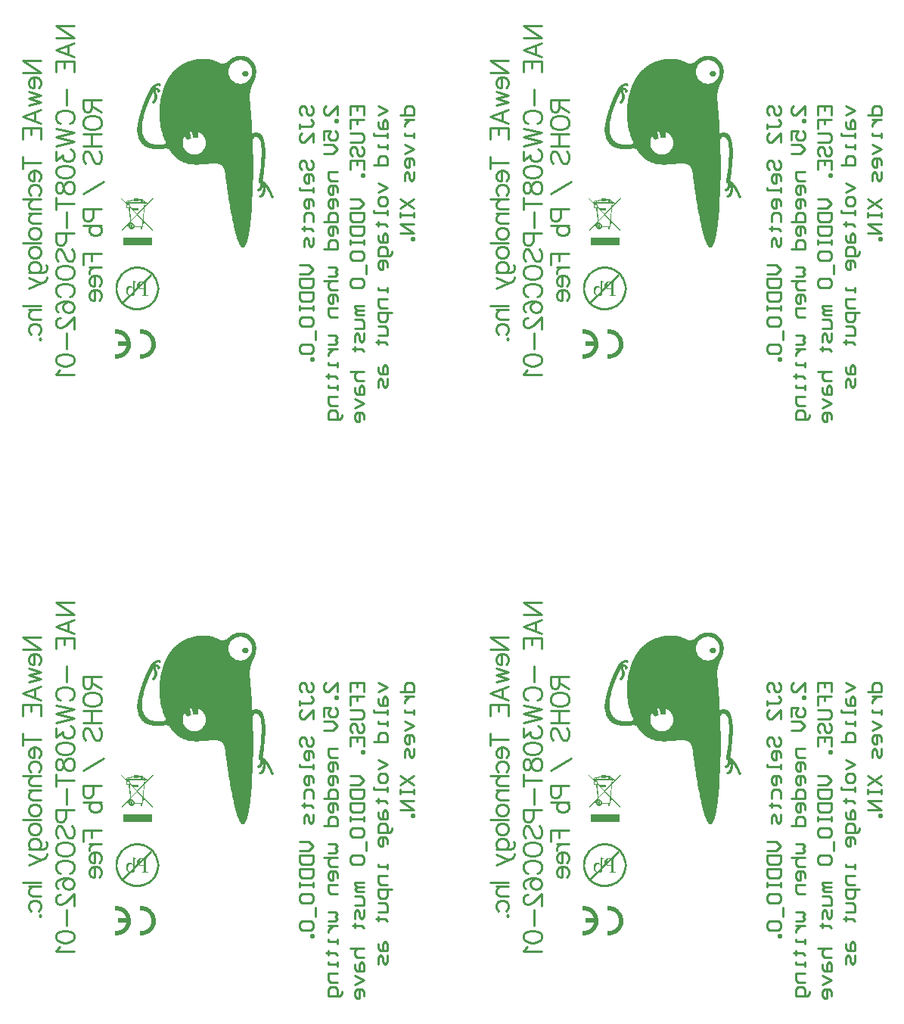
<source format=gbo>
G04*
G04 #@! TF.GenerationSoftware,Altium Limited,Altium Designer,19.1.5 (86)*
G04*
G04 Layer_Color=32896*
%FSLAX25Y25*%
%MOIN*%
G70*
G01*
G75*
%ADD20C,0.01000*%
G36*
X317848Y442351D02*
X318393D01*
Y442214D01*
X318938D01*
Y442078D01*
X319347D01*
Y441942D01*
X319756D01*
Y441806D01*
X319892D01*
Y441669D01*
X320165D01*
Y441533D01*
X320437D01*
Y441397D01*
X320710D01*
Y441260D01*
X320846D01*
Y441124D01*
X321119D01*
Y440988D01*
X321255D01*
Y440852D01*
X321391D01*
Y440715D01*
X321664D01*
Y440579D01*
Y440443D01*
X321800D01*
Y440307D01*
X321936D01*
Y440170D01*
X322073D01*
Y440034D01*
X322209D01*
Y439898D01*
X322345D01*
Y439762D01*
X322481D01*
Y439625D01*
Y439489D01*
X322618D01*
Y439353D01*
X322754D01*
Y439217D01*
Y439080D01*
X322890D01*
Y438944D01*
Y438808D01*
X323026D01*
Y438671D01*
X323163D01*
Y438535D01*
Y438399D01*
X323299D01*
Y438263D01*
Y438126D01*
Y437990D01*
X323435D01*
Y437854D01*
Y437718D01*
Y437581D01*
X323571D01*
Y437445D01*
Y437309D01*
Y437173D01*
Y437036D01*
X323708D01*
Y436900D01*
Y436764D01*
Y436627D01*
Y436491D01*
Y436355D01*
Y436219D01*
X323844D01*
Y436083D01*
Y435946D01*
Y435810D01*
Y435674D01*
Y435537D01*
Y435401D01*
Y435265D01*
Y435129D01*
Y434992D01*
Y434856D01*
Y434720D01*
Y434584D01*
X323708D01*
Y434447D01*
Y434311D01*
Y434175D01*
Y434038D01*
Y433902D01*
Y433766D01*
X323571D01*
Y433630D01*
Y433494D01*
Y433357D01*
Y433221D01*
Y433085D01*
X323435D01*
Y432948D01*
Y432812D01*
Y432676D01*
X323299D01*
Y432540D01*
Y432403D01*
Y432267D01*
X323163D01*
Y432131D01*
Y431994D01*
Y431858D01*
Y431722D01*
X323026D01*
Y431586D01*
X322890D01*
Y431450D01*
Y431313D01*
Y431177D01*
X322754D01*
Y431041D01*
Y430904D01*
X322618D01*
Y430768D01*
Y430632D01*
X322481D01*
Y430496D01*
Y430359D01*
Y430223D01*
X322345D01*
Y430087D01*
Y429951D01*
Y429814D01*
X322209D01*
Y429678D01*
X322073D01*
Y429542D01*
Y429405D01*
Y429269D01*
X321936D01*
Y429133D01*
Y428997D01*
X321800D01*
Y428861D01*
Y428724D01*
Y428588D01*
X321664D01*
Y428452D01*
Y428315D01*
Y428179D01*
X321528D01*
Y428043D01*
Y427907D01*
Y427770D01*
Y427634D01*
X321391D01*
Y427498D01*
Y427362D01*
X321255D01*
Y427225D01*
Y427089D01*
Y426953D01*
Y426817D01*
X321119D01*
Y426680D01*
Y426544D01*
Y426408D01*
Y426271D01*
Y426135D01*
X320982D01*
Y425999D01*
Y425863D01*
Y425726D01*
Y425590D01*
Y425454D01*
Y425318D01*
Y425181D01*
Y425045D01*
Y424909D01*
Y424773D01*
X320846D01*
Y424636D01*
Y424500D01*
Y424364D01*
Y424228D01*
Y424091D01*
Y423955D01*
Y423819D01*
Y423682D01*
X320982D01*
Y423546D01*
Y423410D01*
Y423274D01*
Y423137D01*
Y423001D01*
Y422865D01*
Y422729D01*
Y422592D01*
Y422456D01*
Y422320D01*
Y422184D01*
X321119D01*
Y422047D01*
Y421911D01*
Y421775D01*
Y421638D01*
Y421502D01*
Y421366D01*
Y421230D01*
Y421093D01*
Y420957D01*
Y420821D01*
Y420685D01*
X321255D01*
Y420548D01*
Y420412D01*
Y420276D01*
Y420140D01*
Y420003D01*
Y419867D01*
X321391D01*
Y419731D01*
X321255D01*
Y419594D01*
Y419458D01*
Y419322D01*
Y419186D01*
Y419050D01*
X321391D01*
Y418913D01*
Y418777D01*
Y418641D01*
Y418504D01*
Y418368D01*
Y418232D01*
X321528D01*
Y418096D01*
Y417959D01*
Y417823D01*
Y417687D01*
Y417551D01*
Y417414D01*
Y417278D01*
Y417142D01*
Y417005D01*
Y416869D01*
Y416733D01*
Y416597D01*
Y416461D01*
X321664D01*
Y416324D01*
Y416188D01*
Y416052D01*
Y415915D01*
Y415779D01*
Y415643D01*
Y415507D01*
Y415370D01*
Y415234D01*
Y415098D01*
Y414962D01*
Y414825D01*
Y414689D01*
Y414553D01*
Y414417D01*
X321800D01*
Y414280D01*
Y414144D01*
Y414008D01*
Y413871D01*
Y413735D01*
Y413599D01*
Y413463D01*
Y413326D01*
Y413190D01*
Y413054D01*
Y412918D01*
Y412781D01*
Y412645D01*
Y412509D01*
Y412372D01*
Y412236D01*
Y412100D01*
X321936D01*
Y411964D01*
Y411828D01*
Y411691D01*
Y411555D01*
Y411419D01*
Y411282D01*
Y411146D01*
Y411010D01*
Y410874D01*
Y410737D01*
Y410601D01*
Y410465D01*
Y410329D01*
Y410192D01*
Y410056D01*
Y409920D01*
Y409784D01*
Y409647D01*
Y409511D01*
Y409375D01*
X322073D01*
Y409238D01*
Y409102D01*
Y408966D01*
Y408830D01*
Y408693D01*
Y408557D01*
Y408421D01*
Y408285D01*
X322618D01*
Y408421D01*
X323026D01*
Y408557D01*
X324661D01*
Y408421D01*
X325207D01*
Y408285D01*
X325479D01*
Y408148D01*
X325752D01*
Y408012D01*
X325888D01*
Y407876D01*
X326024D01*
Y407740D01*
X326160D01*
Y407603D01*
X326297D01*
Y407467D01*
Y407331D01*
X326433D01*
Y407195D01*
X326569D01*
Y407058D01*
Y406922D01*
X326706D01*
Y406786D01*
Y406649D01*
X326842D01*
Y406513D01*
Y406377D01*
Y406241D01*
X326978D01*
Y406104D01*
Y405968D01*
Y405832D01*
X327114D01*
Y405696D01*
Y405559D01*
Y405423D01*
Y405287D01*
X327251D01*
Y405151D01*
X327387D01*
Y405014D01*
X327251D01*
Y404878D01*
Y404742D01*
X327387D01*
Y404605D01*
Y404469D01*
Y404333D01*
X327523D01*
Y404197D01*
Y404060D01*
Y403924D01*
Y403788D01*
Y403652D01*
Y403515D01*
X327659D01*
Y403379D01*
Y403243D01*
Y403107D01*
Y402970D01*
Y402834D01*
Y402698D01*
Y402562D01*
Y402425D01*
Y402289D01*
Y402153D01*
Y402016D01*
X327796D01*
Y401880D01*
Y401744D01*
Y401608D01*
Y401471D01*
Y401335D01*
Y401199D01*
Y401063D01*
Y400926D01*
Y400790D01*
Y400654D01*
Y400518D01*
Y400381D01*
Y400245D01*
Y400109D01*
Y399973D01*
Y399836D01*
Y399700D01*
Y399564D01*
Y399428D01*
Y399291D01*
Y399155D01*
Y399019D01*
Y398882D01*
Y398746D01*
Y398610D01*
Y398474D01*
Y398337D01*
Y398201D01*
Y398065D01*
Y397929D01*
Y397792D01*
Y397656D01*
Y397520D01*
Y397383D01*
Y397247D01*
Y397111D01*
X327659D01*
Y396975D01*
Y396838D01*
Y396702D01*
Y396566D01*
Y396430D01*
Y396293D01*
Y396157D01*
Y396021D01*
Y395885D01*
Y395748D01*
Y395612D01*
Y395476D01*
Y395340D01*
Y395203D01*
Y395067D01*
Y394931D01*
X327523D01*
Y394795D01*
Y394658D01*
Y394522D01*
Y394386D01*
Y394249D01*
Y394113D01*
Y393977D01*
Y393841D01*
Y393704D01*
Y393568D01*
Y393432D01*
X327387D01*
Y393296D01*
Y393159D01*
Y393023D01*
Y392887D01*
Y392751D01*
Y392614D01*
X327251D01*
Y392478D01*
Y392342D01*
Y392206D01*
Y392069D01*
X327387D01*
Y391933D01*
X327251D01*
Y391797D01*
Y391660D01*
Y391524D01*
Y391388D01*
X327114D01*
Y391252D01*
Y391115D01*
Y390979D01*
Y390843D01*
Y390707D01*
Y390570D01*
Y390434D01*
Y390298D01*
Y390161D01*
X326978D01*
Y390025D01*
Y389889D01*
Y389753D01*
Y389616D01*
Y389480D01*
Y389344D01*
Y389208D01*
Y389071D01*
X326842D01*
Y388935D01*
Y388799D01*
Y388663D01*
Y388526D01*
Y388390D01*
Y388254D01*
Y388118D01*
Y387981D01*
X326706D01*
Y387845D01*
Y387709D01*
Y387573D01*
X326842D01*
Y387436D01*
Y387300D01*
Y387164D01*
X327114D01*
Y387027D01*
X327387D01*
Y386891D01*
X327523D01*
Y386755D01*
X327659D01*
Y386619D01*
X327796D01*
Y386482D01*
X327932D01*
Y386346D01*
X328068D01*
Y386210D01*
X328204D01*
Y386074D01*
X328341D01*
Y385937D01*
Y385801D01*
X328613D01*
Y385665D01*
Y385528D01*
X328749D01*
Y385392D01*
X328886D01*
Y385256D01*
Y385120D01*
X329022D01*
Y384983D01*
X329158D01*
Y384847D01*
X329294D01*
Y384711D01*
Y384575D01*
X329431D01*
Y384438D01*
Y384302D01*
X329567D01*
Y384166D01*
Y384030D01*
X329703D01*
Y383893D01*
X329840D01*
Y383757D01*
Y383621D01*
X329976D01*
Y383485D01*
Y383348D01*
X330112D01*
Y383212D01*
X330248D01*
Y383076D01*
Y382940D01*
X330385D01*
Y382803D01*
Y382667D01*
Y382531D01*
X330521D01*
Y382395D01*
X330657D01*
Y382258D01*
Y382122D01*
X330793D01*
Y381986D01*
Y381849D01*
Y381713D01*
X330930D01*
Y381577D01*
Y381441D01*
X331066D01*
Y381304D01*
Y381168D01*
Y381032D01*
X331202D01*
Y380896D01*
Y380759D01*
X331339D01*
Y380623D01*
X331475D01*
Y380487D01*
Y380350D01*
Y380214D01*
Y380078D01*
X331339D01*
Y379942D01*
Y379805D01*
X331066D01*
Y379669D01*
X330657D01*
Y379805D01*
X330521D01*
Y379942D01*
X330385D01*
Y380078D01*
X330248D01*
Y380214D01*
Y380350D01*
Y380487D01*
X330112D01*
Y380623D01*
Y380759D01*
X329976D01*
Y380896D01*
Y381032D01*
X329840D01*
Y381168D01*
Y381304D01*
X329703D01*
Y381441D01*
X329840D01*
Y381577D01*
X329703D01*
Y381713D01*
X329567D01*
Y381849D01*
Y381986D01*
X329431D01*
Y382122D01*
Y382258D01*
X329294D01*
Y382395D01*
Y382531D01*
X329158D01*
Y382667D01*
Y382803D01*
X329022D01*
Y382940D01*
X328886D01*
Y383076D01*
Y383212D01*
X328749D01*
Y383348D01*
Y383485D01*
X328613D01*
Y383621D01*
Y383757D01*
X328477D01*
Y383893D01*
Y384030D01*
X328341D01*
Y384166D01*
X328204D01*
Y384302D01*
Y384438D01*
X327932D01*
Y384302D01*
Y384166D01*
Y384030D01*
Y383893D01*
Y383757D01*
Y383621D01*
Y383485D01*
Y383348D01*
Y383212D01*
Y383076D01*
X327796D01*
Y382940D01*
Y382803D01*
Y382667D01*
Y382531D01*
Y382395D01*
Y382258D01*
X327659D01*
Y382122D01*
Y381986D01*
Y381849D01*
X327523D01*
Y381713D01*
Y381577D01*
Y381441D01*
X327387D01*
Y381304D01*
X327251D01*
Y381168D01*
Y381032D01*
X327114D01*
Y380896D01*
Y380759D01*
X326978D01*
Y380623D01*
X326842D01*
Y380487D01*
X326706D01*
Y380350D01*
X326433D01*
Y380214D01*
X326297D01*
Y380078D01*
X325888D01*
Y379942D01*
X325343D01*
Y380078D01*
X325207D01*
Y380214D01*
Y380350D01*
X325070D01*
Y380487D01*
Y380623D01*
Y380759D01*
X325207D01*
Y380896D01*
Y381032D01*
X325615D01*
Y381168D01*
X325752D01*
Y381304D01*
X325888D01*
Y381441D01*
X326024D01*
Y381577D01*
X326160D01*
Y381713D01*
X326297D01*
Y381849D01*
X326433D01*
Y381986D01*
X326569D01*
Y382122D01*
Y382258D01*
Y382395D01*
Y382531D01*
X326706D01*
Y382667D01*
Y382803D01*
Y382940D01*
Y383076D01*
Y383212D01*
Y383348D01*
X326842D01*
Y383485D01*
Y383621D01*
Y383757D01*
Y383893D01*
Y384030D01*
Y384166D01*
Y384302D01*
Y384438D01*
X326433D01*
Y384302D01*
Y384166D01*
Y384030D01*
Y383893D01*
X326297D01*
Y383757D01*
X326160D01*
Y383621D01*
Y383485D01*
X326024D01*
Y383348D01*
X325888D01*
Y383212D01*
X325752D01*
Y383076D01*
X325479D01*
Y382940D01*
X325343D01*
Y382803D01*
X325070D01*
Y382667D01*
X324934D01*
Y382803D01*
X324661D01*
Y382940D01*
X324525D01*
Y383076D01*
X324389D01*
Y383212D01*
Y383348D01*
Y383485D01*
Y383621D01*
X324525D01*
Y383757D01*
X324661D01*
Y383893D01*
X324798D01*
Y384030D01*
X325070D01*
Y384166D01*
X325207D01*
Y384302D01*
X325343D01*
Y384438D01*
Y384575D01*
Y384711D01*
X325479D01*
Y384847D01*
X325615D01*
Y384983D01*
Y385120D01*
Y385256D01*
Y385392D01*
Y385528D01*
Y385665D01*
Y385801D01*
Y385937D01*
Y386074D01*
X325479D01*
Y386210D01*
X325207D01*
Y386346D01*
Y386482D01*
X325070D01*
Y386619D01*
X324934D01*
Y386755D01*
Y386891D01*
Y387027D01*
Y387164D01*
Y387300D01*
Y387436D01*
Y387573D01*
X325070D01*
Y387709D01*
Y387845D01*
Y387981D01*
Y388118D01*
Y388254D01*
Y388390D01*
Y388526D01*
Y388663D01*
X325207D01*
Y388799D01*
Y388935D01*
Y389071D01*
Y389208D01*
Y389344D01*
Y389480D01*
Y389616D01*
X325343D01*
Y389753D01*
Y389889D01*
Y390025D01*
Y390161D01*
Y390298D01*
Y390434D01*
Y390570D01*
Y390707D01*
X325479D01*
Y390843D01*
Y390979D01*
Y391115D01*
Y391252D01*
Y391388D01*
X325615D01*
Y391524D01*
Y391660D01*
Y391797D01*
Y391933D01*
Y392069D01*
Y392206D01*
Y392342D01*
Y392478D01*
Y392614D01*
X325752D01*
Y392751D01*
Y392887D01*
Y393023D01*
Y393159D01*
Y393296D01*
Y393432D01*
Y393568D01*
Y393704D01*
Y393841D01*
Y393977D01*
X325888D01*
Y394113D01*
Y394249D01*
Y394386D01*
Y394522D01*
Y394658D01*
Y394795D01*
Y394931D01*
Y395067D01*
Y395203D01*
Y395340D01*
Y395476D01*
Y395612D01*
X326024D01*
Y395748D01*
Y395885D01*
Y396021D01*
Y396157D01*
Y396293D01*
Y396430D01*
Y396566D01*
Y396702D01*
Y396838D01*
Y396975D01*
Y397111D01*
Y397247D01*
Y397383D01*
Y397520D01*
Y397656D01*
Y397792D01*
X326160D01*
Y397929D01*
Y398065D01*
Y398201D01*
Y398337D01*
Y398474D01*
Y398610D01*
Y398746D01*
Y398882D01*
Y399019D01*
Y399155D01*
Y399291D01*
Y399428D01*
Y399564D01*
Y399700D01*
Y399836D01*
Y399973D01*
Y400109D01*
Y400245D01*
Y400381D01*
Y400518D01*
Y400654D01*
Y400790D01*
Y400926D01*
Y401063D01*
Y401199D01*
Y401335D01*
Y401471D01*
Y401608D01*
Y401744D01*
Y401880D01*
X326024D01*
Y402016D01*
Y402153D01*
Y402289D01*
Y402425D01*
Y402562D01*
Y402698D01*
Y402834D01*
Y402970D01*
Y403107D01*
Y403243D01*
Y403379D01*
X325888D01*
Y403515D01*
Y403652D01*
Y403788D01*
Y403924D01*
Y404060D01*
Y404197D01*
X325752D01*
Y404333D01*
Y404469D01*
Y404605D01*
Y404742D01*
X325615D01*
Y404878D01*
Y405014D01*
X325479D01*
Y405151D01*
Y405287D01*
Y405423D01*
X325343D01*
Y405559D01*
Y405696D01*
X325207D01*
Y405832D01*
X325070D01*
Y405968D01*
X324934D01*
Y406104D01*
X324798D01*
Y406241D01*
X324661D01*
Y406377D01*
X324389D01*
Y406513D01*
X323026D01*
Y406377D01*
X322890D01*
Y406241D01*
X322754D01*
Y406104D01*
X322618D01*
Y405968D01*
X322481D01*
Y405832D01*
Y405696D01*
X322345D01*
Y405559D01*
Y405423D01*
Y405287D01*
X322209D01*
Y405151D01*
X322345D01*
Y405014D01*
X322209D01*
Y404878D01*
Y404742D01*
Y404605D01*
Y404469D01*
Y404333D01*
Y404197D01*
Y404060D01*
Y403924D01*
Y403788D01*
Y403652D01*
Y403515D01*
X322345D01*
Y403379D01*
X322209D01*
Y403243D01*
Y403107D01*
Y402970D01*
Y402834D01*
Y402698D01*
Y402562D01*
Y402425D01*
Y402289D01*
Y402153D01*
X322345D01*
Y402016D01*
Y401880D01*
Y401744D01*
Y401608D01*
Y401471D01*
Y401335D01*
Y401199D01*
Y401063D01*
Y400926D01*
Y400790D01*
Y400654D01*
Y400518D01*
Y400381D01*
Y400245D01*
Y400109D01*
Y399973D01*
Y399836D01*
Y399700D01*
Y399564D01*
Y399428D01*
Y399291D01*
Y399155D01*
Y399019D01*
Y398882D01*
X322481D01*
Y398746D01*
Y398610D01*
Y398474D01*
Y398337D01*
Y398201D01*
Y398065D01*
Y397929D01*
Y397792D01*
Y397656D01*
Y397520D01*
Y397383D01*
Y397247D01*
Y397111D01*
Y396975D01*
Y396838D01*
Y396702D01*
Y396566D01*
Y396430D01*
Y396293D01*
Y396157D01*
Y396021D01*
Y395885D01*
Y395748D01*
Y395612D01*
Y395476D01*
Y395340D01*
Y395203D01*
Y395067D01*
Y394931D01*
Y394795D01*
Y394658D01*
Y394522D01*
Y394386D01*
Y394249D01*
Y394113D01*
Y393977D01*
Y393841D01*
Y393704D01*
Y393568D01*
Y393432D01*
Y393296D01*
Y393159D01*
Y393023D01*
Y392887D01*
Y392751D01*
Y392614D01*
Y392478D01*
Y392342D01*
Y392206D01*
Y392069D01*
Y391933D01*
Y391797D01*
Y391660D01*
Y391524D01*
Y391388D01*
Y391252D01*
Y391115D01*
Y390979D01*
Y390843D01*
Y390707D01*
Y390570D01*
Y390434D01*
Y390298D01*
Y390161D01*
Y390025D01*
Y389889D01*
Y389753D01*
Y389616D01*
Y389480D01*
Y389344D01*
Y389208D01*
Y389071D01*
Y388935D01*
Y388799D01*
Y388663D01*
Y388526D01*
Y388390D01*
Y388254D01*
Y388118D01*
Y387981D01*
Y387845D01*
Y387709D01*
X322345D01*
Y387573D01*
Y387436D01*
Y387300D01*
Y387164D01*
Y387027D01*
Y386891D01*
Y386755D01*
Y386619D01*
Y386482D01*
Y386346D01*
Y386210D01*
Y386074D01*
Y385937D01*
Y385801D01*
Y385665D01*
Y385528D01*
Y385392D01*
Y385256D01*
Y385120D01*
Y384983D01*
Y384847D01*
Y384711D01*
Y384575D01*
Y384438D01*
Y384302D01*
X322209D01*
Y384166D01*
Y384030D01*
Y383893D01*
Y383757D01*
Y383621D01*
Y383485D01*
Y383348D01*
Y383212D01*
Y383076D01*
Y382940D01*
Y382803D01*
Y382667D01*
Y382531D01*
Y382395D01*
X322345D01*
Y382258D01*
X322209D01*
Y382122D01*
Y381986D01*
Y381849D01*
Y381713D01*
Y381577D01*
Y381441D01*
Y381304D01*
Y381168D01*
Y381032D01*
Y380896D01*
Y380759D01*
Y380623D01*
Y380487D01*
X322073D01*
Y380350D01*
Y380214D01*
Y380078D01*
Y379942D01*
Y379805D01*
Y379669D01*
Y379533D01*
Y379397D01*
Y379260D01*
Y379124D01*
Y378988D01*
Y378852D01*
Y378715D01*
Y378579D01*
Y378443D01*
Y378307D01*
Y378170D01*
Y378034D01*
Y377898D01*
Y377762D01*
Y377625D01*
X321936D01*
Y377489D01*
Y377353D01*
Y377216D01*
Y377080D01*
Y376944D01*
Y376808D01*
Y376671D01*
Y376535D01*
Y376399D01*
Y376263D01*
Y376126D01*
Y375990D01*
Y375854D01*
Y375717D01*
Y375581D01*
Y375445D01*
Y375309D01*
X321800D01*
Y375172D01*
Y375036D01*
Y374900D01*
Y374764D01*
Y374627D01*
Y374491D01*
Y374355D01*
Y374219D01*
Y374082D01*
Y373946D01*
Y373810D01*
Y373674D01*
Y373537D01*
Y373401D01*
Y373265D01*
X321664D01*
Y373129D01*
Y372992D01*
Y372856D01*
Y372720D01*
Y372584D01*
Y372447D01*
Y372311D01*
Y372175D01*
Y372038D01*
Y371902D01*
Y371766D01*
Y371630D01*
X321528D01*
Y371493D01*
Y371357D01*
Y371221D01*
Y371085D01*
Y370948D01*
Y370812D01*
Y370676D01*
Y370539D01*
Y370403D01*
Y370267D01*
Y370131D01*
X321391D01*
Y369994D01*
Y369858D01*
Y369722D01*
Y369586D01*
Y369449D01*
X321255D01*
Y369313D01*
Y369177D01*
Y369041D01*
Y368904D01*
Y368768D01*
Y368632D01*
Y368496D01*
Y368359D01*
Y368223D01*
Y368087D01*
X321119D01*
Y367951D01*
Y367814D01*
Y367678D01*
Y367542D01*
Y367406D01*
Y367269D01*
Y367133D01*
Y366997D01*
X320982D01*
Y366860D01*
Y366724D01*
Y366588D01*
Y366452D01*
Y366315D01*
Y366179D01*
Y366043D01*
X320846D01*
Y365907D01*
Y365770D01*
Y365634D01*
Y365498D01*
Y365361D01*
Y365225D01*
Y365089D01*
Y364953D01*
X320710D01*
Y364816D01*
Y364680D01*
Y364544D01*
Y364408D01*
Y364271D01*
Y364135D01*
X320574D01*
Y363999D01*
Y363863D01*
X320437D01*
Y363726D01*
Y363590D01*
Y363454D01*
Y363317D01*
Y363181D01*
Y363045D01*
X320301D01*
Y362909D01*
Y362772D01*
Y362636D01*
Y362500D01*
Y362364D01*
X320165D01*
Y362227D01*
Y362091D01*
Y361955D01*
Y361819D01*
Y361682D01*
X320029D01*
Y361546D01*
Y361410D01*
Y361274D01*
X319892D01*
Y361137D01*
Y361001D01*
Y360865D01*
Y360729D01*
X319756D01*
Y360592D01*
Y360456D01*
X319620D01*
Y360320D01*
Y360184D01*
Y360047D01*
X319483D01*
Y359911D01*
Y359775D01*
Y359638D01*
X319347D01*
Y359502D01*
Y359366D01*
Y359230D01*
X319211D01*
Y359093D01*
Y358957D01*
X319075D01*
Y358821D01*
X318938D01*
Y358684D01*
Y358548D01*
X318802D01*
Y358412D01*
Y358276D01*
X318666D01*
Y358139D01*
X318393D01*
Y358003D01*
X318257D01*
Y357867D01*
X317712D01*
Y358003D01*
X317440D01*
Y358139D01*
X317303D01*
Y358276D01*
X317167D01*
Y358412D01*
X317031D01*
Y358548D01*
X316895D01*
Y358684D01*
Y358821D01*
X316758D01*
Y358957D01*
Y359093D01*
X316622D01*
Y359230D01*
X316486D01*
Y359366D01*
Y359502D01*
X316349D01*
Y359638D01*
Y359775D01*
X316213D01*
Y359911D01*
Y360047D01*
X316077D01*
Y360184D01*
Y360320D01*
X315941D01*
Y360456D01*
Y360592D01*
Y360729D01*
X315804D01*
Y360865D01*
Y361001D01*
X315668D01*
Y361137D01*
Y361274D01*
Y361410D01*
Y361546D01*
X315532D01*
Y361682D01*
Y361819D01*
X315396D01*
Y361955D01*
Y362091D01*
X315259D01*
Y362227D01*
X315396D01*
Y362364D01*
X315259D01*
Y362500D01*
X315123D01*
Y362636D01*
Y362772D01*
Y362909D01*
Y363045D01*
X314987D01*
Y363181D01*
Y363317D01*
Y363454D01*
Y363590D01*
X314850D01*
Y363726D01*
Y363863D01*
Y363999D01*
Y364135D01*
X314714D01*
Y364271D01*
Y364408D01*
Y364544D01*
Y364680D01*
X314578D01*
Y364816D01*
Y364953D01*
X314442D01*
Y365089D01*
Y365225D01*
Y365361D01*
Y365498D01*
X314305D01*
Y365634D01*
Y365770D01*
Y365907D01*
Y366043D01*
X314169D01*
Y366179D01*
Y366315D01*
Y366452D01*
Y366588D01*
Y366724D01*
X314033D01*
Y366860D01*
Y366997D01*
Y367133D01*
Y367269D01*
X313897D01*
Y367406D01*
Y367542D01*
Y367678D01*
Y367814D01*
Y367951D01*
X313760D01*
Y368087D01*
Y368223D01*
Y368359D01*
Y368496D01*
Y368632D01*
X313624D01*
Y368768D01*
Y368904D01*
X313488D01*
Y369041D01*
Y369177D01*
Y369313D01*
Y369449D01*
Y369586D01*
Y369722D01*
X313352D01*
Y369858D01*
Y369994D01*
Y370131D01*
Y370267D01*
Y370403D01*
X313215D01*
Y370539D01*
Y370676D01*
Y370812D01*
Y370948D01*
Y371085D01*
X313079D01*
Y371221D01*
Y371357D01*
Y371493D01*
Y371630D01*
Y371766D01*
Y371902D01*
X312943D01*
Y372038D01*
Y372175D01*
Y372311D01*
Y372447D01*
Y372584D01*
Y372720D01*
X312807D01*
Y372856D01*
Y372992D01*
X312670D01*
Y373129D01*
Y373265D01*
Y373401D01*
Y373537D01*
Y373674D01*
Y373810D01*
X312534D01*
Y373946D01*
Y374082D01*
Y374219D01*
Y374355D01*
Y374491D01*
Y374627D01*
X312398D01*
Y374764D01*
Y374900D01*
Y375036D01*
Y375172D01*
Y375309D01*
Y375445D01*
X312262D01*
Y375581D01*
Y375717D01*
Y375854D01*
Y375990D01*
Y376126D01*
Y376263D01*
Y376399D01*
X312125D01*
Y376535D01*
Y376671D01*
Y376808D01*
Y376944D01*
Y377080D01*
Y377216D01*
Y377353D01*
X311989D01*
Y377489D01*
Y377625D01*
Y377762D01*
X311853D01*
Y377898D01*
X311989D01*
Y378034D01*
Y378170D01*
X311853D01*
Y378307D01*
Y378443D01*
Y378579D01*
X311717D01*
Y378715D01*
Y378852D01*
Y378988D01*
Y379124D01*
Y379260D01*
Y379397D01*
Y379533D01*
X311580D01*
Y379669D01*
Y379805D01*
Y379942D01*
Y380078D01*
Y380214D01*
Y380350D01*
Y380487D01*
X311444D01*
Y380623D01*
Y380759D01*
Y380896D01*
Y381032D01*
Y381168D01*
Y381304D01*
Y381441D01*
X311308D01*
Y381577D01*
Y381713D01*
Y381849D01*
Y381986D01*
Y382122D01*
Y382258D01*
Y382395D01*
X311171D01*
Y382531D01*
Y382667D01*
Y382803D01*
Y382940D01*
Y383076D01*
Y383212D01*
Y383348D01*
X311035D01*
Y383485D01*
Y383621D01*
Y383757D01*
Y383893D01*
X310899D01*
Y384030D01*
Y384166D01*
Y384302D01*
Y384438D01*
Y384575D01*
Y384711D01*
Y384847D01*
Y384983D01*
X310763D01*
Y385120D01*
Y385256D01*
Y385392D01*
Y385528D01*
Y385665D01*
Y385801D01*
Y385937D01*
Y386074D01*
X310626D01*
Y386210D01*
Y386346D01*
Y386482D01*
Y386619D01*
Y386755D01*
Y386891D01*
Y387027D01*
X310490D01*
Y387164D01*
Y387300D01*
Y387436D01*
Y387573D01*
Y387709D01*
Y387845D01*
Y387981D01*
Y388118D01*
X310354D01*
Y388254D01*
Y388390D01*
Y388526D01*
Y388663D01*
Y388799D01*
Y388935D01*
Y389071D01*
Y389208D01*
X310218D01*
Y389344D01*
Y389480D01*
Y389616D01*
Y389753D01*
X310081D01*
Y389889D01*
Y390025D01*
Y390161D01*
Y390298D01*
Y390434D01*
Y390570D01*
Y390707D01*
Y390843D01*
X309945D01*
Y390979D01*
Y391115D01*
Y391252D01*
Y391388D01*
Y391524D01*
Y391660D01*
Y391797D01*
X309809D01*
Y391933D01*
Y392069D01*
Y392206D01*
Y392342D01*
X309672D01*
Y392478D01*
Y392614D01*
Y392751D01*
X309536D01*
Y392887D01*
Y393023D01*
X309400D01*
Y393159D01*
X309264D01*
Y393296D01*
Y393432D01*
X309127D01*
Y393568D01*
Y393704D01*
X308855D01*
Y393841D01*
X308719D01*
Y393977D01*
X308582D01*
Y394113D01*
X308446D01*
Y394249D01*
X308310D01*
Y394386D01*
X308037D01*
Y394522D01*
X307765D01*
Y394658D01*
X307356D01*
Y394795D01*
X306947D01*
Y394931D01*
X305857D01*
Y395067D01*
X304631D01*
Y394931D01*
X302859D01*
Y394795D01*
X302042D01*
Y394658D01*
X300543D01*
Y394522D01*
X298499D01*
Y394386D01*
X296727D01*
Y394522D01*
X295092D01*
Y394658D01*
X294138D01*
Y394795D01*
X293730D01*
Y394931D01*
X293185D01*
Y395067D01*
X292776D01*
Y395203D01*
X292367D01*
Y395340D01*
X291958D01*
Y395476D01*
X291686D01*
Y395612D01*
X291277D01*
Y395748D01*
X291141D01*
Y395885D01*
X290868D01*
Y396021D01*
X290596D01*
Y396157D01*
X290323D01*
Y396293D01*
X290051D01*
Y396430D01*
X289914D01*
Y396566D01*
X289642D01*
Y396702D01*
X289506D01*
Y396838D01*
X289369D01*
Y396975D01*
X289097D01*
Y397111D01*
X288960D01*
Y397247D01*
X288824D01*
Y397383D01*
X288688D01*
Y397520D01*
X288415D01*
Y397656D01*
X288279D01*
Y397792D01*
X288143D01*
Y397929D01*
X288007D01*
Y398065D01*
X287870D01*
Y398201D01*
X287734D01*
Y398337D01*
X287598D01*
Y398474D01*
X287461D01*
Y398610D01*
X287325D01*
Y398746D01*
X287189D01*
Y398882D01*
X287053D01*
Y399019D01*
Y399155D01*
X286916D01*
Y399291D01*
X286780D01*
Y399428D01*
X286644D01*
Y399564D01*
X286508D01*
Y399700D01*
X286371D01*
Y399836D01*
Y399973D01*
X286235D01*
Y400109D01*
Y400245D01*
X286099D01*
Y400381D01*
X285963D01*
Y400518D01*
X285826D01*
Y400654D01*
X285690D01*
Y400790D01*
X285554D01*
Y400926D01*
Y401063D01*
X285418D01*
Y401199D01*
X285281D01*
Y401335D01*
X285009D01*
Y401471D01*
X284736D01*
Y401608D01*
X283237D01*
Y401471D01*
X281466D01*
Y401335D01*
X279558D01*
Y401471D01*
X278059D01*
Y401608D01*
X277242D01*
Y401744D01*
X276697D01*
Y401880D01*
X276288D01*
Y402016D01*
X275879D01*
Y402153D01*
X275606D01*
Y402289D01*
X275334D01*
Y402425D01*
X275061D01*
Y402562D01*
X274789D01*
Y402698D01*
X274653D01*
Y402834D01*
X274380D01*
Y402970D01*
X274244D01*
Y403107D01*
X274108D01*
Y403243D01*
X273835D01*
Y403379D01*
X273699D01*
Y403515D01*
X273563D01*
Y403652D01*
X273426D01*
Y403788D01*
X273290D01*
Y403924D01*
Y404060D01*
X273154D01*
Y404197D01*
X273018D01*
Y404333D01*
X272881D01*
Y404469D01*
X272745D01*
Y404605D01*
Y404742D01*
X272609D01*
Y404878D01*
Y405014D01*
X272473D01*
Y405151D01*
Y405287D01*
X272336D01*
Y405423D01*
Y405559D01*
Y405696D01*
X272200D01*
Y405832D01*
X272064D01*
Y405968D01*
Y406104D01*
Y406241D01*
X271927D01*
Y406377D01*
Y406513D01*
Y406649D01*
X271791D01*
Y406786D01*
Y406922D01*
Y407058D01*
Y407195D01*
X271655D01*
Y407331D01*
Y407467D01*
Y407603D01*
Y407740D01*
Y407876D01*
Y408012D01*
X271519D01*
Y408148D01*
Y408285D01*
Y408421D01*
Y408557D01*
Y408693D01*
Y408830D01*
X271382D01*
Y408966D01*
Y409102D01*
Y409238D01*
Y409375D01*
Y409511D01*
Y409647D01*
Y409784D01*
Y409920D01*
Y410056D01*
Y410192D01*
Y410329D01*
Y410465D01*
Y410601D01*
Y410737D01*
Y410874D01*
Y411010D01*
X271519D01*
Y411146D01*
Y411282D01*
Y411419D01*
Y411555D01*
Y411691D01*
Y411828D01*
X271655D01*
Y411964D01*
Y412100D01*
Y412236D01*
Y412372D01*
Y412509D01*
Y412645D01*
Y412781D01*
Y412918D01*
X271791D01*
Y413054D01*
Y413190D01*
Y413326D01*
Y413463D01*
Y413599D01*
Y413735D01*
X271927D01*
Y413871D01*
Y414008D01*
Y414144D01*
Y414280D01*
Y414417D01*
Y414553D01*
X272064D01*
Y414689D01*
Y414825D01*
X272200D01*
Y414962D01*
X272064D01*
Y415098D01*
X272200D01*
Y415234D01*
Y415370D01*
Y415507D01*
X272336D01*
Y415643D01*
Y415779D01*
Y415915D01*
Y416052D01*
X272473D01*
Y416188D01*
Y416324D01*
Y416461D01*
Y416597D01*
X272609D01*
Y416733D01*
Y416869D01*
Y417005D01*
Y417142D01*
X272745D01*
Y417278D01*
Y417414D01*
Y417551D01*
X272881D01*
Y417687D01*
Y417823D01*
Y417959D01*
X273018D01*
Y418096D01*
Y418232D01*
X273154D01*
Y418368D01*
Y418504D01*
Y418641D01*
X273290D01*
Y418777D01*
Y418913D01*
Y419050D01*
X273426D01*
Y419186D01*
Y419322D01*
Y419458D01*
Y419594D01*
X273563D01*
Y419731D01*
Y419867D01*
X273699D01*
Y420003D01*
Y420140D01*
Y420276D01*
Y420412D01*
X273835D01*
Y420548D01*
X273971D01*
Y420685D01*
Y420821D01*
Y420957D01*
Y421093D01*
X274108D01*
Y421230D01*
Y421366D01*
X274244D01*
Y421502D01*
Y421638D01*
Y421775D01*
X274380D01*
Y421911D01*
Y422047D01*
X274516D01*
Y422184D01*
Y422320D01*
X274653D01*
Y422456D01*
Y422592D01*
Y422729D01*
X274789D01*
Y422865D01*
X274925D01*
Y423001D01*
Y423137D01*
Y423274D01*
X275061D01*
Y423410D01*
Y423546D01*
X275198D01*
Y423682D01*
Y423819D01*
Y423955D01*
X275334D01*
Y424091D01*
Y424228D01*
X275470D01*
Y424364D01*
Y424500D01*
X275606D01*
Y424636D01*
Y424773D01*
Y424909D01*
X275743D01*
Y425045D01*
X275879D01*
Y425181D01*
Y425318D01*
X276015D01*
Y425454D01*
Y425590D01*
Y425726D01*
X276152D01*
Y425863D01*
Y425999D01*
X276288D01*
Y426135D01*
Y426271D01*
X276424D01*
Y426408D01*
Y426544D01*
X276560D01*
Y426680D01*
X276697D01*
Y426817D01*
Y426953D01*
X276833D01*
Y427089D01*
Y427225D01*
Y427362D01*
X276969D01*
Y427498D01*
Y427634D01*
X277105D01*
Y427770D01*
Y427907D01*
X277242D01*
Y428043D01*
X277378D01*
Y428179D01*
Y428315D01*
X277514D01*
Y428452D01*
X277650D01*
Y428588D01*
Y428724D01*
X277787D01*
Y428861D01*
X277923D01*
Y428997D01*
X278059D01*
Y429133D01*
X278196D01*
Y429269D01*
X278332D01*
Y429405D01*
X278604D01*
Y429542D01*
X278741D01*
Y429678D01*
X279013D01*
Y429814D01*
X279286D01*
Y429951D01*
X279558D01*
Y430087D01*
X279831D01*
Y430223D01*
X280376D01*
Y430359D01*
X281193D01*
Y430223D01*
X281466D01*
Y430087D01*
X281602D01*
Y429951D01*
X281738D01*
Y429814D01*
Y429678D01*
Y429542D01*
X281875D01*
Y429405D01*
Y429269D01*
X281738D01*
Y429133D01*
Y428997D01*
X281602D01*
Y428861D01*
X280921D01*
Y428997D01*
X280785D01*
Y429133D01*
Y429269D01*
X280240D01*
Y429133D01*
X279967D01*
Y428997D01*
X279831D01*
Y428861D01*
X279558D01*
Y428724D01*
Y428588D01*
X279695D01*
Y428452D01*
X280103D01*
Y428315D01*
X280376D01*
Y428179D01*
X280648D01*
Y428043D01*
X280921D01*
Y427907D01*
X281057D01*
Y427770D01*
X281330D01*
Y427634D01*
Y427498D01*
X281466D01*
Y427362D01*
Y427225D01*
Y427089D01*
Y426953D01*
Y426817D01*
Y426680D01*
Y426544D01*
X281330D01*
Y426408D01*
Y426271D01*
X281057D01*
Y426135D01*
X280512D01*
Y426271D01*
X280376D01*
Y426408D01*
Y426544D01*
X280240D01*
Y426680D01*
Y426817D01*
Y426953D01*
X280376D01*
Y427089D01*
Y427225D01*
X280103D01*
Y427362D01*
X279558D01*
Y427498D01*
X279422D01*
Y427362D01*
Y427225D01*
Y427089D01*
Y426953D01*
X279558D01*
Y426817D01*
Y426680D01*
X279695D01*
Y426544D01*
Y426408D01*
Y426271D01*
Y426135D01*
X279831D01*
Y425999D01*
X279967D01*
Y425863D01*
X279831D01*
Y425726D01*
X279967D01*
Y425590D01*
Y425454D01*
Y425318D01*
X280103D01*
Y425181D01*
Y425045D01*
Y424909D01*
Y424773D01*
Y424636D01*
Y424500D01*
Y424364D01*
Y424228D01*
Y424091D01*
Y423955D01*
Y423819D01*
Y423682D01*
Y423546D01*
Y423410D01*
Y423274D01*
X279967D01*
Y423137D01*
Y423001D01*
Y422865D01*
X279831D01*
Y422729D01*
Y422592D01*
X279695D01*
Y422456D01*
Y422320D01*
X279558D01*
Y422184D01*
X279422D01*
Y422047D01*
X279286D01*
Y421911D01*
X279149D01*
Y421775D01*
X279013D01*
Y421638D01*
X278877D01*
Y421502D01*
X278196D01*
Y421638D01*
X278059D01*
Y421775D01*
Y421911D01*
X277923D01*
Y422047D01*
Y422184D01*
X278059D01*
Y422320D01*
Y422456D01*
X278196D01*
Y422592D01*
X278468D01*
Y422729D01*
Y422865D01*
X278604D01*
Y423001D01*
Y423137D01*
X278741D01*
Y423274D01*
Y423410D01*
X278877D01*
Y423546D01*
X279013D01*
Y423682D01*
Y423819D01*
Y423955D01*
Y424091D01*
Y424228D01*
Y424364D01*
Y424500D01*
Y424636D01*
X278877D01*
Y424773D01*
X279013D01*
Y424909D01*
Y425045D01*
Y425181D01*
X278877D01*
Y425318D01*
Y425454D01*
Y425590D01*
X278741D01*
Y425726D01*
Y425863D01*
Y425999D01*
X278604D01*
Y426135D01*
Y426271D01*
Y426408D01*
X278332D01*
Y426271D01*
Y426135D01*
Y425999D01*
X278196D01*
Y425863D01*
Y425726D01*
X278059D01*
Y425590D01*
X277923D01*
Y425454D01*
Y425318D01*
X277787D01*
Y425181D01*
Y425045D01*
X277650D01*
Y424909D01*
Y424773D01*
X277514D01*
Y424636D01*
Y424500D01*
Y424364D01*
X277378D01*
Y424228D01*
Y424091D01*
X277242D01*
Y423955D01*
Y423819D01*
X277105D01*
Y423682D01*
Y423546D01*
X276969D01*
Y423410D01*
Y423274D01*
X276833D01*
Y423137D01*
Y423001D01*
Y422865D01*
X276697D01*
Y422729D01*
Y422592D01*
X276560D01*
Y422456D01*
Y422320D01*
X276424D01*
Y422184D01*
Y422047D01*
Y421911D01*
X276288D01*
Y421775D01*
X276152D01*
Y421638D01*
Y421502D01*
Y421366D01*
X276015D01*
Y421230D01*
Y421093D01*
Y420957D01*
X275879D01*
Y420821D01*
Y420685D01*
Y420548D01*
X275743D01*
Y420412D01*
Y420276D01*
X275606D01*
Y420140D01*
Y420003D01*
X275470D01*
Y419867D01*
Y419731D01*
Y419594D01*
X275334D01*
Y419458D01*
Y419322D01*
Y419186D01*
X275198D01*
Y419050D01*
Y418913D01*
Y418777D01*
X275061D01*
Y418641D01*
Y418504D01*
Y418368D01*
X274925D01*
Y418232D01*
Y418096D01*
Y417959D01*
Y417823D01*
X274789D01*
Y417687D01*
X274653D01*
Y417551D01*
Y417414D01*
Y417278D01*
Y417142D01*
X274516D01*
Y417005D01*
Y416869D01*
Y416733D01*
X274380D01*
Y416597D01*
Y416461D01*
Y416324D01*
Y416188D01*
X274244D01*
Y416052D01*
Y415915D01*
Y415779D01*
Y415643D01*
Y415507D01*
X274108D01*
Y415370D01*
Y415234D01*
Y415098D01*
Y414962D01*
Y414825D01*
X273971D01*
Y414689D01*
Y414553D01*
X273835D01*
Y414417D01*
Y414280D01*
Y414144D01*
Y414008D01*
Y413871D01*
Y413735D01*
X273699D01*
Y413599D01*
Y413463D01*
Y413326D01*
Y413190D01*
Y413054D01*
Y412918D01*
Y412781D01*
X273563D01*
Y412645D01*
Y412509D01*
Y412372D01*
Y412236D01*
Y412100D01*
Y411964D01*
Y411828D01*
Y411691D01*
Y411555D01*
Y411419D01*
Y411282D01*
Y411146D01*
Y411010D01*
X273426D01*
Y410874D01*
Y410737D01*
Y410601D01*
Y410465D01*
Y410329D01*
Y410192D01*
X273563D01*
Y410056D01*
Y409920D01*
Y409784D01*
Y409647D01*
Y409511D01*
Y409375D01*
Y409238D01*
Y409102D01*
Y408966D01*
Y408830D01*
Y408693D01*
Y408557D01*
X273699D01*
Y408421D01*
Y408285D01*
Y408148D01*
Y408012D01*
X273835D01*
Y407876D01*
Y407740D01*
Y407603D01*
Y407467D01*
X273971D01*
Y407331D01*
Y407195D01*
X274108D01*
Y407058D01*
Y406922D01*
X274244D01*
Y406786D01*
Y406649D01*
Y406513D01*
X274380D01*
Y406377D01*
X274516D01*
Y406241D01*
Y406104D01*
Y405968D01*
X274789D01*
Y405832D01*
Y405696D01*
X274925D01*
Y405559D01*
X275061D01*
Y405423D01*
X275198D01*
Y405287D01*
X275334D01*
Y405151D01*
X275470D01*
Y405014D01*
X275606D01*
Y404878D01*
X275743D01*
Y404742D01*
X275879D01*
Y404605D01*
X276015D01*
Y404469D01*
X276288D01*
Y404333D01*
X276560D01*
Y404197D01*
X276697D01*
Y404060D01*
X277105D01*
Y403924D01*
X277378D01*
Y403788D01*
X277650D01*
Y403652D01*
X278196D01*
Y403515D01*
X278741D01*
Y403379D01*
X279831D01*
Y403243D01*
X282556D01*
Y403379D01*
X283374D01*
Y403515D01*
X283646D01*
Y403652D01*
X283919D01*
Y403788D01*
Y403924D01*
X284055D01*
Y404060D01*
Y404197D01*
Y404333D01*
X283919D01*
Y404469D01*
Y404605D01*
X283782D01*
Y404742D01*
Y404878D01*
X283646D01*
Y405014D01*
Y405151D01*
X283510D01*
Y405287D01*
Y405423D01*
X283374D01*
Y405559D01*
Y405696D01*
X283237D01*
Y405832D01*
Y405968D01*
X283101D01*
Y406104D01*
Y406241D01*
X282965D01*
Y406377D01*
Y406513D01*
Y406649D01*
X282828D01*
Y406786D01*
Y406922D01*
Y407058D01*
X282692D01*
Y407195D01*
Y407331D01*
Y407467D01*
X282556D01*
Y407603D01*
Y407740D01*
Y407876D01*
Y408012D01*
X282420D01*
Y408148D01*
Y408285D01*
Y408421D01*
Y408557D01*
X282283D01*
Y408693D01*
Y408830D01*
X282147D01*
Y408966D01*
Y409102D01*
Y409238D01*
Y409375D01*
X282011D01*
Y409511D01*
Y409647D01*
Y409784D01*
Y409920D01*
Y410056D01*
X281875D01*
Y410192D01*
Y410329D01*
Y410465D01*
Y410601D01*
Y410737D01*
X281738D01*
Y410874D01*
Y411010D01*
Y411146D01*
Y411282D01*
Y411419D01*
Y411555D01*
X281602D01*
Y411691D01*
Y411828D01*
Y411964D01*
Y412100D01*
Y412236D01*
Y412372D01*
Y412509D01*
Y412645D01*
X281466D01*
Y412781D01*
Y412918D01*
Y413054D01*
Y413190D01*
X281330D01*
Y413326D01*
Y413463D01*
Y413599D01*
Y413735D01*
Y413871D01*
Y414008D01*
Y414144D01*
Y414280D01*
Y414417D01*
Y414553D01*
Y414689D01*
Y414825D01*
Y414962D01*
X281193D01*
Y415098D01*
Y415234D01*
Y415370D01*
Y415507D01*
Y415643D01*
Y415779D01*
Y415915D01*
Y416052D01*
Y416188D01*
Y416324D01*
Y416461D01*
Y416597D01*
Y416733D01*
Y416869D01*
Y417005D01*
Y417142D01*
Y417278D01*
Y417414D01*
Y417551D01*
Y417687D01*
Y417823D01*
Y417959D01*
Y418096D01*
Y418232D01*
Y418368D01*
Y418504D01*
Y418641D01*
Y418777D01*
Y418913D01*
Y419050D01*
Y419186D01*
Y419322D01*
Y419458D01*
X281330D01*
Y419594D01*
Y419731D01*
Y419867D01*
Y420003D01*
Y420140D01*
Y420276D01*
Y420412D01*
Y420548D01*
Y420685D01*
Y420821D01*
Y420957D01*
Y421093D01*
Y421230D01*
X281466D01*
Y421366D01*
Y421502D01*
Y421638D01*
Y421775D01*
X281602D01*
Y421911D01*
Y422047D01*
Y422184D01*
Y422320D01*
Y422456D01*
Y422592D01*
Y422729D01*
Y422865D01*
X281738D01*
Y423001D01*
Y423137D01*
Y423274D01*
Y423410D01*
Y423546D01*
Y423682D01*
X281875D01*
Y423819D01*
Y423955D01*
Y424091D01*
Y424228D01*
Y424364D01*
X282011D01*
Y424500D01*
Y424636D01*
Y424773D01*
Y424909D01*
Y425045D01*
X282147D01*
Y425181D01*
Y425318D01*
Y425454D01*
Y425590D01*
X282283D01*
Y425726D01*
Y425863D01*
X282420D01*
Y425999D01*
Y426135D01*
Y426271D01*
Y426408D01*
X282556D01*
Y426544D01*
Y426680D01*
Y426817D01*
Y426953D01*
X282692D01*
Y427089D01*
Y427225D01*
Y427362D01*
X282828D01*
Y427498D01*
Y427634D01*
Y427770D01*
X282965D01*
Y427907D01*
Y428043D01*
Y428179D01*
Y428315D01*
X283101D01*
Y428452D01*
Y428588D01*
X283237D01*
Y428724D01*
Y428861D01*
Y428997D01*
X283374D01*
Y429133D01*
Y429269D01*
X283510D01*
Y429405D01*
Y429542D01*
X283646D01*
Y429678D01*
Y429814D01*
Y429951D01*
X283782D01*
Y430087D01*
Y430223D01*
X283919D01*
Y430359D01*
Y430496D01*
Y430632D01*
X284055D01*
Y430768D01*
X284191D01*
Y430904D01*
Y431041D01*
X284327D01*
Y431177D01*
Y431313D01*
X284464D01*
Y431450D01*
Y431586D01*
X284600D01*
Y431722D01*
Y431858D01*
X284736D01*
Y431994D01*
Y432131D01*
X284873D01*
Y432267D01*
X285009D01*
Y432403D01*
Y432540D01*
X285145D01*
Y432676D01*
Y432812D01*
X285281D01*
Y432948D01*
X285418D01*
Y433085D01*
Y433221D01*
X285554D01*
Y433357D01*
X285690D01*
Y433494D01*
Y433630D01*
X285826D01*
Y433766D01*
X285963D01*
Y433902D01*
Y434038D01*
X286235D01*
Y434175D01*
Y434311D01*
X286371D01*
Y434447D01*
X286508D01*
Y434584D01*
Y434720D01*
X286644D01*
Y434856D01*
X286916D01*
Y434992D01*
Y435129D01*
X287053D01*
Y435265D01*
X287189D01*
Y435401D01*
X287325D01*
Y435537D01*
X287461D01*
Y435674D01*
X287598D01*
Y435810D01*
X287734D01*
Y435946D01*
X287870D01*
Y436083D01*
X288007D01*
Y436219D01*
X288143D01*
Y436355D01*
X288279D01*
Y436491D01*
X288415D01*
Y436627D01*
X288552D01*
Y436764D01*
X288688D01*
Y436900D01*
X288824D01*
Y437036D01*
X288960D01*
Y437173D01*
X289233D01*
Y437309D01*
X289369D01*
Y437445D01*
X289506D01*
Y437581D01*
X289778D01*
Y437718D01*
X289914D01*
Y437854D01*
X290051D01*
Y437990D01*
X290323D01*
Y438126D01*
X290459D01*
Y438263D01*
X290732D01*
Y438399D01*
X291004D01*
Y438535D01*
X291141D01*
Y438671D01*
X291413D01*
Y438808D01*
X291686D01*
Y438944D01*
X291958D01*
Y439080D01*
X292231D01*
Y439217D01*
X292503D01*
Y439353D01*
X292776D01*
Y439489D01*
X293048D01*
Y439625D01*
X293457D01*
Y439762D01*
X293730D01*
Y439898D01*
X294138D01*
Y440034D01*
X294547D01*
Y440170D01*
X294820D01*
Y440307D01*
X295365D01*
Y440443D01*
X295910D01*
Y440579D01*
X296591D01*
Y440715D01*
X297409D01*
Y440852D01*
X298499D01*
Y440988D01*
X299725D01*
Y441124D01*
X301497D01*
Y440988D01*
X302587D01*
Y440852D01*
X303677D01*
Y440715D01*
X304222D01*
Y440579D01*
X304903D01*
Y440443D01*
X305312D01*
Y440307D01*
X305585D01*
Y440170D01*
X305993D01*
Y440034D01*
X306266D01*
Y439898D01*
X306538D01*
Y439762D01*
X306811D01*
Y439625D01*
X307084D01*
Y439489D01*
X307356D01*
Y439353D01*
X307628D01*
Y439217D01*
X308037D01*
Y439080D01*
X308446D01*
Y438944D01*
X309536D01*
Y439080D01*
X309945D01*
Y439217D01*
X310218D01*
Y439353D01*
X310490D01*
Y439489D01*
X310763D01*
Y439625D01*
X310899D01*
Y439762D01*
X311171D01*
Y439898D01*
X311308D01*
Y440034D01*
X311580D01*
Y440170D01*
X311717D01*
Y440307D01*
X311853D01*
Y440443D01*
X312125D01*
Y440579D01*
X312262D01*
Y440715D01*
X312398D01*
Y440852D01*
X312534D01*
Y440988D01*
X312670D01*
Y441124D01*
X312943D01*
Y441260D01*
X313079D01*
Y441397D01*
X313352D01*
Y441533D01*
X313624D01*
Y441669D01*
X313897D01*
Y441806D01*
X314169D01*
Y441942D01*
X314442D01*
Y442078D01*
X314850D01*
Y442214D01*
X315396D01*
Y442351D01*
X315941D01*
Y442487D01*
X317848D01*
Y442351D01*
D02*
G37*
G36*
X111848D02*
X112393D01*
Y442214D01*
X112938D01*
Y442078D01*
X113347D01*
Y441942D01*
X113756D01*
Y441806D01*
X113892D01*
Y441669D01*
X114165D01*
Y441533D01*
X114437D01*
Y441397D01*
X114710D01*
Y441260D01*
X114846D01*
Y441124D01*
X115119D01*
Y440988D01*
X115255D01*
Y440852D01*
X115391D01*
Y440715D01*
X115664D01*
Y440579D01*
Y440443D01*
X115800D01*
Y440307D01*
X115936D01*
Y440170D01*
X116072D01*
Y440034D01*
X116209D01*
Y439898D01*
X116345D01*
Y439762D01*
X116481D01*
Y439625D01*
Y439489D01*
X116618D01*
Y439353D01*
X116754D01*
Y439217D01*
Y439080D01*
X116890D01*
Y438944D01*
Y438808D01*
X117026D01*
Y438671D01*
X117163D01*
Y438535D01*
Y438399D01*
X117299D01*
Y438263D01*
Y438126D01*
Y437990D01*
X117435D01*
Y437854D01*
Y437718D01*
Y437581D01*
X117571D01*
Y437445D01*
Y437309D01*
Y437173D01*
Y437036D01*
X117708D01*
Y436900D01*
Y436764D01*
Y436627D01*
Y436491D01*
Y436355D01*
Y436219D01*
X117844D01*
Y436083D01*
Y435946D01*
Y435810D01*
Y435674D01*
Y435537D01*
Y435401D01*
Y435265D01*
Y435129D01*
Y434992D01*
Y434856D01*
Y434720D01*
Y434584D01*
X117708D01*
Y434447D01*
Y434311D01*
Y434175D01*
Y434038D01*
Y433902D01*
Y433766D01*
X117571D01*
Y433630D01*
Y433494D01*
Y433357D01*
Y433221D01*
Y433085D01*
X117435D01*
Y432948D01*
Y432812D01*
Y432676D01*
X117299D01*
Y432540D01*
Y432403D01*
Y432267D01*
X117163D01*
Y432131D01*
Y431994D01*
Y431858D01*
Y431722D01*
X117026D01*
Y431586D01*
X116890D01*
Y431450D01*
Y431313D01*
Y431177D01*
X116754D01*
Y431041D01*
Y430904D01*
X116618D01*
Y430768D01*
Y430632D01*
X116481D01*
Y430496D01*
Y430359D01*
Y430223D01*
X116345D01*
Y430087D01*
Y429951D01*
Y429814D01*
X116209D01*
Y429678D01*
X116072D01*
Y429542D01*
Y429405D01*
Y429269D01*
X115936D01*
Y429133D01*
Y428997D01*
X115800D01*
Y428861D01*
Y428724D01*
Y428588D01*
X115664D01*
Y428452D01*
Y428315D01*
Y428179D01*
X115527D01*
Y428043D01*
Y427907D01*
Y427770D01*
Y427634D01*
X115391D01*
Y427498D01*
Y427362D01*
X115255D01*
Y427225D01*
Y427089D01*
Y426953D01*
Y426817D01*
X115119D01*
Y426680D01*
Y426544D01*
Y426408D01*
Y426271D01*
Y426135D01*
X114982D01*
Y425999D01*
Y425863D01*
Y425726D01*
Y425590D01*
Y425454D01*
Y425318D01*
Y425181D01*
Y425045D01*
Y424909D01*
Y424773D01*
X114846D01*
Y424636D01*
Y424500D01*
Y424364D01*
Y424228D01*
Y424091D01*
Y423955D01*
Y423819D01*
Y423682D01*
X114982D01*
Y423546D01*
Y423410D01*
Y423274D01*
Y423137D01*
Y423001D01*
Y422865D01*
Y422729D01*
Y422592D01*
Y422456D01*
Y422320D01*
Y422184D01*
X115119D01*
Y422047D01*
Y421911D01*
Y421775D01*
Y421638D01*
Y421502D01*
Y421366D01*
Y421230D01*
Y421093D01*
Y420957D01*
Y420821D01*
Y420685D01*
X115255D01*
Y420548D01*
Y420412D01*
Y420276D01*
Y420140D01*
Y420003D01*
Y419867D01*
X115391D01*
Y419731D01*
X115255D01*
Y419594D01*
Y419458D01*
Y419322D01*
Y419186D01*
Y419050D01*
X115391D01*
Y418913D01*
Y418777D01*
Y418641D01*
Y418504D01*
Y418368D01*
Y418232D01*
X115527D01*
Y418096D01*
Y417959D01*
Y417823D01*
Y417687D01*
Y417551D01*
Y417414D01*
Y417278D01*
Y417142D01*
Y417005D01*
Y416869D01*
Y416733D01*
Y416597D01*
Y416461D01*
X115664D01*
Y416324D01*
Y416188D01*
Y416052D01*
Y415915D01*
Y415779D01*
Y415643D01*
Y415507D01*
Y415370D01*
Y415234D01*
Y415098D01*
Y414962D01*
Y414825D01*
Y414689D01*
Y414553D01*
Y414417D01*
X115800D01*
Y414280D01*
Y414144D01*
Y414008D01*
Y413871D01*
Y413735D01*
Y413599D01*
Y413463D01*
Y413326D01*
Y413190D01*
Y413054D01*
Y412918D01*
Y412781D01*
Y412645D01*
Y412509D01*
Y412372D01*
Y412236D01*
Y412100D01*
X115936D01*
Y411964D01*
Y411828D01*
Y411691D01*
Y411555D01*
Y411419D01*
Y411282D01*
Y411146D01*
Y411010D01*
Y410874D01*
Y410737D01*
Y410601D01*
Y410465D01*
Y410329D01*
Y410192D01*
Y410056D01*
Y409920D01*
Y409784D01*
Y409647D01*
Y409511D01*
Y409375D01*
X116072D01*
Y409238D01*
Y409102D01*
Y408966D01*
Y408830D01*
Y408693D01*
Y408557D01*
Y408421D01*
Y408285D01*
X116618D01*
Y408421D01*
X117026D01*
Y408557D01*
X118661D01*
Y408421D01*
X119207D01*
Y408285D01*
X119479D01*
Y408148D01*
X119752D01*
Y408012D01*
X119888D01*
Y407876D01*
X120024D01*
Y407740D01*
X120160D01*
Y407603D01*
X120297D01*
Y407467D01*
Y407331D01*
X120433D01*
Y407195D01*
X120569D01*
Y407058D01*
Y406922D01*
X120705D01*
Y406786D01*
Y406649D01*
X120842D01*
Y406513D01*
Y406377D01*
Y406241D01*
X120978D01*
Y406104D01*
Y405968D01*
Y405832D01*
X121114D01*
Y405696D01*
Y405559D01*
Y405423D01*
Y405287D01*
X121251D01*
Y405151D01*
X121387D01*
Y405014D01*
X121251D01*
Y404878D01*
Y404742D01*
X121387D01*
Y404605D01*
Y404469D01*
Y404333D01*
X121523D01*
Y404197D01*
Y404060D01*
Y403924D01*
Y403788D01*
Y403652D01*
Y403515D01*
X121659D01*
Y403379D01*
Y403243D01*
Y403107D01*
Y402970D01*
Y402834D01*
Y402698D01*
Y402562D01*
Y402425D01*
Y402289D01*
Y402153D01*
Y402016D01*
X121796D01*
Y401880D01*
Y401744D01*
Y401608D01*
Y401471D01*
Y401335D01*
Y401199D01*
Y401063D01*
Y400926D01*
Y400790D01*
Y400654D01*
Y400518D01*
Y400381D01*
Y400245D01*
Y400109D01*
Y399973D01*
Y399836D01*
Y399700D01*
Y399564D01*
Y399428D01*
Y399291D01*
Y399155D01*
Y399019D01*
Y398882D01*
Y398746D01*
Y398610D01*
Y398474D01*
Y398337D01*
Y398201D01*
Y398065D01*
Y397929D01*
Y397792D01*
Y397656D01*
Y397520D01*
Y397383D01*
Y397247D01*
Y397111D01*
X121659D01*
Y396975D01*
Y396838D01*
Y396702D01*
Y396566D01*
Y396430D01*
Y396293D01*
Y396157D01*
Y396021D01*
Y395885D01*
Y395748D01*
Y395612D01*
Y395476D01*
Y395340D01*
Y395203D01*
Y395067D01*
Y394931D01*
X121523D01*
Y394795D01*
Y394658D01*
Y394522D01*
Y394386D01*
Y394249D01*
Y394113D01*
Y393977D01*
Y393841D01*
Y393704D01*
Y393568D01*
Y393432D01*
X121387D01*
Y393296D01*
Y393159D01*
Y393023D01*
Y392887D01*
Y392751D01*
Y392614D01*
X121251D01*
Y392478D01*
Y392342D01*
Y392206D01*
Y392069D01*
X121387D01*
Y391933D01*
X121251D01*
Y391797D01*
Y391660D01*
Y391524D01*
Y391388D01*
X121114D01*
Y391252D01*
Y391115D01*
Y390979D01*
Y390843D01*
Y390707D01*
Y390570D01*
Y390434D01*
Y390298D01*
Y390161D01*
X120978D01*
Y390025D01*
Y389889D01*
Y389753D01*
Y389616D01*
Y389480D01*
Y389344D01*
Y389208D01*
Y389071D01*
X120842D01*
Y388935D01*
Y388799D01*
Y388663D01*
Y388526D01*
Y388390D01*
Y388254D01*
Y388118D01*
Y387981D01*
X120705D01*
Y387845D01*
Y387709D01*
Y387573D01*
X120842D01*
Y387436D01*
Y387300D01*
Y387164D01*
X121114D01*
Y387027D01*
X121387D01*
Y386891D01*
X121523D01*
Y386755D01*
X121659D01*
Y386619D01*
X121796D01*
Y386482D01*
X121932D01*
Y386346D01*
X122068D01*
Y386210D01*
X122204D01*
Y386074D01*
X122341D01*
Y385937D01*
Y385801D01*
X122613D01*
Y385665D01*
Y385528D01*
X122749D01*
Y385392D01*
X122886D01*
Y385256D01*
Y385120D01*
X123022D01*
Y384983D01*
X123158D01*
Y384847D01*
X123294D01*
Y384711D01*
Y384575D01*
X123431D01*
Y384438D01*
Y384302D01*
X123567D01*
Y384166D01*
Y384030D01*
X123703D01*
Y383893D01*
X123840D01*
Y383757D01*
Y383621D01*
X123976D01*
Y383485D01*
Y383348D01*
X124112D01*
Y383212D01*
X124248D01*
Y383076D01*
Y382940D01*
X124385D01*
Y382803D01*
Y382667D01*
Y382531D01*
X124521D01*
Y382395D01*
X124657D01*
Y382258D01*
Y382122D01*
X124793D01*
Y381986D01*
Y381849D01*
Y381713D01*
X124930D01*
Y381577D01*
Y381441D01*
X125066D01*
Y381304D01*
Y381168D01*
Y381032D01*
X125202D01*
Y380896D01*
Y380759D01*
X125338D01*
Y380623D01*
X125475D01*
Y380487D01*
Y380350D01*
Y380214D01*
Y380078D01*
X125338D01*
Y379942D01*
Y379805D01*
X125066D01*
Y379669D01*
X124657D01*
Y379805D01*
X124521D01*
Y379942D01*
X124385D01*
Y380078D01*
X124248D01*
Y380214D01*
Y380350D01*
Y380487D01*
X124112D01*
Y380623D01*
Y380759D01*
X123976D01*
Y380896D01*
Y381032D01*
X123840D01*
Y381168D01*
Y381304D01*
X123703D01*
Y381441D01*
X123840D01*
Y381577D01*
X123703D01*
Y381713D01*
X123567D01*
Y381849D01*
Y381986D01*
X123431D01*
Y382122D01*
Y382258D01*
X123294D01*
Y382395D01*
Y382531D01*
X123158D01*
Y382667D01*
Y382803D01*
X123022D01*
Y382940D01*
X122886D01*
Y383076D01*
Y383212D01*
X122749D01*
Y383348D01*
Y383485D01*
X122613D01*
Y383621D01*
Y383757D01*
X122477D01*
Y383893D01*
Y384030D01*
X122341D01*
Y384166D01*
X122204D01*
Y384302D01*
Y384438D01*
X121932D01*
Y384302D01*
Y384166D01*
Y384030D01*
Y383893D01*
Y383757D01*
Y383621D01*
Y383485D01*
Y383348D01*
Y383212D01*
Y383076D01*
X121796D01*
Y382940D01*
Y382803D01*
Y382667D01*
Y382531D01*
Y382395D01*
Y382258D01*
X121659D01*
Y382122D01*
Y381986D01*
Y381849D01*
X121523D01*
Y381713D01*
Y381577D01*
Y381441D01*
X121387D01*
Y381304D01*
X121251D01*
Y381168D01*
Y381032D01*
X121114D01*
Y380896D01*
Y380759D01*
X120978D01*
Y380623D01*
X120842D01*
Y380487D01*
X120705D01*
Y380350D01*
X120433D01*
Y380214D01*
X120297D01*
Y380078D01*
X119888D01*
Y379942D01*
X119343D01*
Y380078D01*
X119207D01*
Y380214D01*
Y380350D01*
X119070D01*
Y380487D01*
Y380623D01*
Y380759D01*
X119207D01*
Y380896D01*
Y381032D01*
X119615D01*
Y381168D01*
X119752D01*
Y381304D01*
X119888D01*
Y381441D01*
X120024D01*
Y381577D01*
X120160D01*
Y381713D01*
X120297D01*
Y381849D01*
X120433D01*
Y381986D01*
X120569D01*
Y382122D01*
Y382258D01*
Y382395D01*
Y382531D01*
X120705D01*
Y382667D01*
Y382803D01*
Y382940D01*
Y383076D01*
Y383212D01*
Y383348D01*
X120842D01*
Y383485D01*
Y383621D01*
Y383757D01*
Y383893D01*
Y384030D01*
Y384166D01*
Y384302D01*
Y384438D01*
X120433D01*
Y384302D01*
Y384166D01*
Y384030D01*
Y383893D01*
X120297D01*
Y383757D01*
X120160D01*
Y383621D01*
Y383485D01*
X120024D01*
Y383348D01*
X119888D01*
Y383212D01*
X119752D01*
Y383076D01*
X119479D01*
Y382940D01*
X119343D01*
Y382803D01*
X119070D01*
Y382667D01*
X118934D01*
Y382803D01*
X118661D01*
Y382940D01*
X118525D01*
Y383076D01*
X118389D01*
Y383212D01*
Y383348D01*
Y383485D01*
Y383621D01*
X118525D01*
Y383757D01*
X118661D01*
Y383893D01*
X118798D01*
Y384030D01*
X119070D01*
Y384166D01*
X119207D01*
Y384302D01*
X119343D01*
Y384438D01*
Y384575D01*
Y384711D01*
X119479D01*
Y384847D01*
X119615D01*
Y384983D01*
Y385120D01*
Y385256D01*
Y385392D01*
Y385528D01*
Y385665D01*
Y385801D01*
Y385937D01*
Y386074D01*
X119479D01*
Y386210D01*
X119207D01*
Y386346D01*
Y386482D01*
X119070D01*
Y386619D01*
X118934D01*
Y386755D01*
Y386891D01*
Y387027D01*
Y387164D01*
Y387300D01*
Y387436D01*
Y387573D01*
X119070D01*
Y387709D01*
Y387845D01*
Y387981D01*
Y388118D01*
Y388254D01*
Y388390D01*
Y388526D01*
Y388663D01*
X119207D01*
Y388799D01*
Y388935D01*
Y389071D01*
Y389208D01*
Y389344D01*
Y389480D01*
Y389616D01*
X119343D01*
Y389753D01*
Y389889D01*
Y390025D01*
Y390161D01*
Y390298D01*
Y390434D01*
Y390570D01*
Y390707D01*
X119479D01*
Y390843D01*
Y390979D01*
Y391115D01*
Y391252D01*
Y391388D01*
X119615D01*
Y391524D01*
Y391660D01*
Y391797D01*
Y391933D01*
Y392069D01*
Y392206D01*
Y392342D01*
Y392478D01*
Y392614D01*
X119752D01*
Y392751D01*
Y392887D01*
Y393023D01*
Y393159D01*
Y393296D01*
Y393432D01*
Y393568D01*
Y393704D01*
Y393841D01*
Y393977D01*
X119888D01*
Y394113D01*
Y394249D01*
Y394386D01*
Y394522D01*
Y394658D01*
Y394795D01*
Y394931D01*
Y395067D01*
Y395203D01*
Y395340D01*
Y395476D01*
Y395612D01*
X120024D01*
Y395748D01*
Y395885D01*
Y396021D01*
Y396157D01*
Y396293D01*
Y396430D01*
Y396566D01*
Y396702D01*
Y396838D01*
Y396975D01*
Y397111D01*
Y397247D01*
Y397383D01*
Y397520D01*
Y397656D01*
Y397792D01*
X120160D01*
Y397929D01*
Y398065D01*
Y398201D01*
Y398337D01*
Y398474D01*
Y398610D01*
Y398746D01*
Y398882D01*
Y399019D01*
Y399155D01*
Y399291D01*
Y399428D01*
Y399564D01*
Y399700D01*
Y399836D01*
Y399973D01*
Y400109D01*
Y400245D01*
Y400381D01*
Y400518D01*
Y400654D01*
Y400790D01*
Y400926D01*
Y401063D01*
Y401199D01*
Y401335D01*
Y401471D01*
Y401608D01*
Y401744D01*
Y401880D01*
X120024D01*
Y402016D01*
Y402153D01*
Y402289D01*
Y402425D01*
Y402562D01*
Y402698D01*
Y402834D01*
Y402970D01*
Y403107D01*
Y403243D01*
Y403379D01*
X119888D01*
Y403515D01*
Y403652D01*
Y403788D01*
Y403924D01*
Y404060D01*
Y404197D01*
X119752D01*
Y404333D01*
Y404469D01*
Y404605D01*
Y404742D01*
X119615D01*
Y404878D01*
Y405014D01*
X119479D01*
Y405151D01*
Y405287D01*
Y405423D01*
X119343D01*
Y405559D01*
Y405696D01*
X119207D01*
Y405832D01*
X119070D01*
Y405968D01*
X118934D01*
Y406104D01*
X118798D01*
Y406241D01*
X118661D01*
Y406377D01*
X118389D01*
Y406513D01*
X117026D01*
Y406377D01*
X116890D01*
Y406241D01*
X116754D01*
Y406104D01*
X116618D01*
Y405968D01*
X116481D01*
Y405832D01*
Y405696D01*
X116345D01*
Y405559D01*
Y405423D01*
Y405287D01*
X116209D01*
Y405151D01*
X116345D01*
Y405014D01*
X116209D01*
Y404878D01*
Y404742D01*
Y404605D01*
Y404469D01*
Y404333D01*
Y404197D01*
Y404060D01*
Y403924D01*
Y403788D01*
Y403652D01*
Y403515D01*
X116345D01*
Y403379D01*
X116209D01*
Y403243D01*
Y403107D01*
Y402970D01*
Y402834D01*
Y402698D01*
Y402562D01*
Y402425D01*
Y402289D01*
Y402153D01*
X116345D01*
Y402016D01*
Y401880D01*
Y401744D01*
Y401608D01*
Y401471D01*
Y401335D01*
Y401199D01*
Y401063D01*
Y400926D01*
Y400790D01*
Y400654D01*
Y400518D01*
Y400381D01*
Y400245D01*
Y400109D01*
Y399973D01*
Y399836D01*
Y399700D01*
Y399564D01*
Y399428D01*
Y399291D01*
Y399155D01*
Y399019D01*
Y398882D01*
X116481D01*
Y398746D01*
Y398610D01*
Y398474D01*
Y398337D01*
Y398201D01*
Y398065D01*
Y397929D01*
Y397792D01*
Y397656D01*
Y397520D01*
Y397383D01*
Y397247D01*
Y397111D01*
Y396975D01*
Y396838D01*
Y396702D01*
Y396566D01*
Y396430D01*
Y396293D01*
Y396157D01*
Y396021D01*
Y395885D01*
Y395748D01*
Y395612D01*
Y395476D01*
Y395340D01*
Y395203D01*
Y395067D01*
Y394931D01*
Y394795D01*
Y394658D01*
Y394522D01*
Y394386D01*
Y394249D01*
Y394113D01*
Y393977D01*
Y393841D01*
Y393704D01*
Y393568D01*
Y393432D01*
Y393296D01*
Y393159D01*
Y393023D01*
Y392887D01*
Y392751D01*
Y392614D01*
Y392478D01*
Y392342D01*
Y392206D01*
Y392069D01*
Y391933D01*
Y391797D01*
Y391660D01*
Y391524D01*
Y391388D01*
Y391252D01*
Y391115D01*
Y390979D01*
Y390843D01*
Y390707D01*
Y390570D01*
Y390434D01*
Y390298D01*
Y390161D01*
Y390025D01*
Y389889D01*
Y389753D01*
Y389616D01*
Y389480D01*
Y389344D01*
Y389208D01*
Y389071D01*
Y388935D01*
Y388799D01*
Y388663D01*
Y388526D01*
Y388390D01*
Y388254D01*
Y388118D01*
Y387981D01*
Y387845D01*
Y387709D01*
X116345D01*
Y387573D01*
Y387436D01*
Y387300D01*
Y387164D01*
Y387027D01*
Y386891D01*
Y386755D01*
Y386619D01*
Y386482D01*
Y386346D01*
Y386210D01*
Y386074D01*
Y385937D01*
Y385801D01*
Y385665D01*
Y385528D01*
Y385392D01*
Y385256D01*
Y385120D01*
Y384983D01*
Y384847D01*
Y384711D01*
Y384575D01*
Y384438D01*
Y384302D01*
X116209D01*
Y384166D01*
Y384030D01*
Y383893D01*
Y383757D01*
Y383621D01*
Y383485D01*
Y383348D01*
Y383212D01*
Y383076D01*
Y382940D01*
Y382803D01*
Y382667D01*
Y382531D01*
Y382395D01*
X116345D01*
Y382258D01*
X116209D01*
Y382122D01*
Y381986D01*
Y381849D01*
Y381713D01*
Y381577D01*
Y381441D01*
Y381304D01*
Y381168D01*
Y381032D01*
Y380896D01*
Y380759D01*
Y380623D01*
Y380487D01*
X116072D01*
Y380350D01*
Y380214D01*
Y380078D01*
Y379942D01*
Y379805D01*
Y379669D01*
Y379533D01*
Y379397D01*
Y379260D01*
Y379124D01*
Y378988D01*
Y378852D01*
Y378715D01*
Y378579D01*
Y378443D01*
Y378307D01*
Y378170D01*
Y378034D01*
Y377898D01*
Y377762D01*
Y377625D01*
X115936D01*
Y377489D01*
Y377353D01*
Y377216D01*
Y377080D01*
Y376944D01*
Y376808D01*
Y376671D01*
Y376535D01*
Y376399D01*
Y376263D01*
Y376126D01*
Y375990D01*
Y375854D01*
Y375717D01*
Y375581D01*
Y375445D01*
Y375309D01*
X115800D01*
Y375172D01*
Y375036D01*
Y374900D01*
Y374764D01*
Y374627D01*
Y374491D01*
Y374355D01*
Y374219D01*
Y374082D01*
Y373946D01*
Y373810D01*
Y373674D01*
Y373537D01*
Y373401D01*
Y373265D01*
X115664D01*
Y373129D01*
Y372992D01*
Y372856D01*
Y372720D01*
Y372584D01*
Y372447D01*
Y372311D01*
Y372175D01*
Y372038D01*
Y371902D01*
Y371766D01*
Y371630D01*
X115527D01*
Y371493D01*
Y371357D01*
Y371221D01*
Y371085D01*
Y370948D01*
Y370812D01*
Y370676D01*
Y370539D01*
Y370403D01*
Y370267D01*
Y370131D01*
X115391D01*
Y369994D01*
Y369858D01*
Y369722D01*
Y369586D01*
Y369449D01*
X115255D01*
Y369313D01*
Y369177D01*
Y369041D01*
Y368904D01*
Y368768D01*
Y368632D01*
Y368496D01*
Y368359D01*
Y368223D01*
Y368087D01*
X115119D01*
Y367951D01*
Y367814D01*
Y367678D01*
Y367542D01*
Y367406D01*
Y367269D01*
Y367133D01*
Y366997D01*
X114982D01*
Y366860D01*
Y366724D01*
Y366588D01*
Y366452D01*
Y366315D01*
Y366179D01*
Y366043D01*
X114846D01*
Y365907D01*
Y365770D01*
Y365634D01*
Y365498D01*
Y365361D01*
Y365225D01*
Y365089D01*
Y364953D01*
X114710D01*
Y364816D01*
Y364680D01*
Y364544D01*
Y364408D01*
Y364271D01*
Y364135D01*
X114574D01*
Y363999D01*
Y363863D01*
X114437D01*
Y363726D01*
Y363590D01*
Y363454D01*
Y363317D01*
Y363181D01*
Y363045D01*
X114301D01*
Y362909D01*
Y362772D01*
Y362636D01*
Y362500D01*
Y362364D01*
X114165D01*
Y362227D01*
Y362091D01*
Y361955D01*
Y361819D01*
Y361682D01*
X114029D01*
Y361546D01*
Y361410D01*
Y361274D01*
X113892D01*
Y361137D01*
Y361001D01*
Y360865D01*
Y360729D01*
X113756D01*
Y360592D01*
Y360456D01*
X113620D01*
Y360320D01*
Y360184D01*
Y360047D01*
X113484D01*
Y359911D01*
Y359775D01*
Y359638D01*
X113347D01*
Y359502D01*
Y359366D01*
Y359230D01*
X113211D01*
Y359093D01*
Y358957D01*
X113075D01*
Y358821D01*
X112938D01*
Y358684D01*
Y358548D01*
X112802D01*
Y358412D01*
Y358276D01*
X112666D01*
Y358139D01*
X112393D01*
Y358003D01*
X112257D01*
Y357867D01*
X111712D01*
Y358003D01*
X111440D01*
Y358139D01*
X111303D01*
Y358276D01*
X111167D01*
Y358412D01*
X111031D01*
Y358548D01*
X110895D01*
Y358684D01*
Y358821D01*
X110758D01*
Y358957D01*
Y359093D01*
X110622D01*
Y359230D01*
X110486D01*
Y359366D01*
Y359502D01*
X110349D01*
Y359638D01*
Y359775D01*
X110213D01*
Y359911D01*
Y360047D01*
X110077D01*
Y360184D01*
Y360320D01*
X109941D01*
Y360456D01*
Y360592D01*
Y360729D01*
X109804D01*
Y360865D01*
Y361001D01*
X109668D01*
Y361137D01*
Y361274D01*
Y361410D01*
Y361546D01*
X109532D01*
Y361682D01*
Y361819D01*
X109396D01*
Y361955D01*
Y362091D01*
X109259D01*
Y362227D01*
X109396D01*
Y362364D01*
X109259D01*
Y362500D01*
X109123D01*
Y362636D01*
Y362772D01*
Y362909D01*
Y363045D01*
X108987D01*
Y363181D01*
Y363317D01*
Y363454D01*
Y363590D01*
X108851D01*
Y363726D01*
Y363863D01*
Y363999D01*
Y364135D01*
X108714D01*
Y364271D01*
Y364408D01*
Y364544D01*
Y364680D01*
X108578D01*
Y364816D01*
Y364953D01*
X108442D01*
Y365089D01*
Y365225D01*
Y365361D01*
Y365498D01*
X108306D01*
Y365634D01*
Y365770D01*
Y365907D01*
Y366043D01*
X108169D01*
Y366179D01*
Y366315D01*
Y366452D01*
Y366588D01*
Y366724D01*
X108033D01*
Y366860D01*
Y366997D01*
Y367133D01*
Y367269D01*
X107897D01*
Y367406D01*
Y367542D01*
Y367678D01*
Y367814D01*
Y367951D01*
X107760D01*
Y368087D01*
Y368223D01*
Y368359D01*
Y368496D01*
Y368632D01*
X107624D01*
Y368768D01*
Y368904D01*
X107488D01*
Y369041D01*
Y369177D01*
Y369313D01*
Y369449D01*
Y369586D01*
Y369722D01*
X107352D01*
Y369858D01*
Y369994D01*
Y370131D01*
Y370267D01*
Y370403D01*
X107215D01*
Y370539D01*
Y370676D01*
Y370812D01*
Y370948D01*
Y371085D01*
X107079D01*
Y371221D01*
Y371357D01*
Y371493D01*
Y371630D01*
Y371766D01*
Y371902D01*
X106943D01*
Y372038D01*
Y372175D01*
Y372311D01*
Y372447D01*
Y372584D01*
Y372720D01*
X106807D01*
Y372856D01*
Y372992D01*
X106670D01*
Y373129D01*
Y373265D01*
Y373401D01*
Y373537D01*
Y373674D01*
Y373810D01*
X106534D01*
Y373946D01*
Y374082D01*
Y374219D01*
Y374355D01*
Y374491D01*
Y374627D01*
X106398D01*
Y374764D01*
Y374900D01*
Y375036D01*
Y375172D01*
Y375309D01*
Y375445D01*
X106262D01*
Y375581D01*
Y375717D01*
Y375854D01*
Y375990D01*
Y376126D01*
Y376263D01*
Y376399D01*
X106125D01*
Y376535D01*
Y376671D01*
Y376808D01*
Y376944D01*
Y377080D01*
Y377216D01*
Y377353D01*
X105989D01*
Y377489D01*
Y377625D01*
Y377762D01*
X105853D01*
Y377898D01*
X105989D01*
Y378034D01*
Y378170D01*
X105853D01*
Y378307D01*
Y378443D01*
Y378579D01*
X105717D01*
Y378715D01*
Y378852D01*
Y378988D01*
Y379124D01*
Y379260D01*
Y379397D01*
Y379533D01*
X105580D01*
Y379669D01*
Y379805D01*
Y379942D01*
Y380078D01*
Y380214D01*
Y380350D01*
Y380487D01*
X105444D01*
Y380623D01*
Y380759D01*
Y380896D01*
Y381032D01*
Y381168D01*
Y381304D01*
Y381441D01*
X105308D01*
Y381577D01*
Y381713D01*
Y381849D01*
Y381986D01*
Y382122D01*
Y382258D01*
Y382395D01*
X105171D01*
Y382531D01*
Y382667D01*
Y382803D01*
Y382940D01*
Y383076D01*
Y383212D01*
Y383348D01*
X105035D01*
Y383485D01*
Y383621D01*
Y383757D01*
Y383893D01*
X104899D01*
Y384030D01*
Y384166D01*
Y384302D01*
Y384438D01*
Y384575D01*
Y384711D01*
Y384847D01*
Y384983D01*
X104763D01*
Y385120D01*
Y385256D01*
Y385392D01*
Y385528D01*
Y385665D01*
Y385801D01*
Y385937D01*
Y386074D01*
X104626D01*
Y386210D01*
Y386346D01*
Y386482D01*
Y386619D01*
Y386755D01*
Y386891D01*
Y387027D01*
X104490D01*
Y387164D01*
Y387300D01*
Y387436D01*
Y387573D01*
Y387709D01*
Y387845D01*
Y387981D01*
Y388118D01*
X104354D01*
Y388254D01*
Y388390D01*
Y388526D01*
Y388663D01*
Y388799D01*
Y388935D01*
Y389071D01*
Y389208D01*
X104218D01*
Y389344D01*
Y389480D01*
Y389616D01*
Y389753D01*
X104081D01*
Y389889D01*
Y390025D01*
Y390161D01*
Y390298D01*
Y390434D01*
Y390570D01*
Y390707D01*
Y390843D01*
X103945D01*
Y390979D01*
Y391115D01*
Y391252D01*
Y391388D01*
Y391524D01*
Y391660D01*
Y391797D01*
X103809D01*
Y391933D01*
Y392069D01*
Y392206D01*
Y392342D01*
X103673D01*
Y392478D01*
Y392614D01*
Y392751D01*
X103536D01*
Y392887D01*
Y393023D01*
X103400D01*
Y393159D01*
X103264D01*
Y393296D01*
Y393432D01*
X103128D01*
Y393568D01*
Y393704D01*
X102855D01*
Y393841D01*
X102719D01*
Y393977D01*
X102582D01*
Y394113D01*
X102446D01*
Y394249D01*
X102310D01*
Y394386D01*
X102037D01*
Y394522D01*
X101765D01*
Y394658D01*
X101356D01*
Y394795D01*
X100947D01*
Y394931D01*
X99857D01*
Y395067D01*
X98631D01*
Y394931D01*
X96859D01*
Y394795D01*
X96042D01*
Y394658D01*
X94543D01*
Y394522D01*
X92499D01*
Y394386D01*
X90727D01*
Y394522D01*
X89092D01*
Y394658D01*
X88138D01*
Y394795D01*
X87730D01*
Y394931D01*
X87185D01*
Y395067D01*
X86776D01*
Y395203D01*
X86367D01*
Y395340D01*
X85958D01*
Y395476D01*
X85686D01*
Y395612D01*
X85277D01*
Y395748D01*
X85141D01*
Y395885D01*
X84868D01*
Y396021D01*
X84596D01*
Y396157D01*
X84323D01*
Y396293D01*
X84051D01*
Y396430D01*
X83914D01*
Y396566D01*
X83642D01*
Y396702D01*
X83505D01*
Y396838D01*
X83369D01*
Y396975D01*
X83097D01*
Y397111D01*
X82960D01*
Y397247D01*
X82824D01*
Y397383D01*
X82688D01*
Y397520D01*
X82415D01*
Y397656D01*
X82279D01*
Y397792D01*
X82143D01*
Y397929D01*
X82007D01*
Y398065D01*
X81870D01*
Y398201D01*
X81734D01*
Y398337D01*
X81598D01*
Y398474D01*
X81462D01*
Y398610D01*
X81325D01*
Y398746D01*
X81189D01*
Y398882D01*
X81053D01*
Y399019D01*
Y399155D01*
X80916D01*
Y399291D01*
X80780D01*
Y399428D01*
X80644D01*
Y399564D01*
X80508D01*
Y399700D01*
X80371D01*
Y399836D01*
Y399973D01*
X80235D01*
Y400109D01*
Y400245D01*
X80099D01*
Y400381D01*
X79963D01*
Y400518D01*
X79826D01*
Y400654D01*
X79690D01*
Y400790D01*
X79554D01*
Y400926D01*
Y401063D01*
X79418D01*
Y401199D01*
X79281D01*
Y401335D01*
X79009D01*
Y401471D01*
X78736D01*
Y401608D01*
X77237D01*
Y401471D01*
X75466D01*
Y401335D01*
X73558D01*
Y401471D01*
X72059D01*
Y401608D01*
X71242D01*
Y401744D01*
X70697D01*
Y401880D01*
X70288D01*
Y402016D01*
X69879D01*
Y402153D01*
X69607D01*
Y402289D01*
X69334D01*
Y402425D01*
X69061D01*
Y402562D01*
X68789D01*
Y402698D01*
X68653D01*
Y402834D01*
X68380D01*
Y402970D01*
X68244D01*
Y403107D01*
X68108D01*
Y403243D01*
X67835D01*
Y403379D01*
X67699D01*
Y403515D01*
X67563D01*
Y403652D01*
X67426D01*
Y403788D01*
X67290D01*
Y403924D01*
Y404060D01*
X67154D01*
Y404197D01*
X67018D01*
Y404333D01*
X66881D01*
Y404469D01*
X66745D01*
Y404605D01*
Y404742D01*
X66609D01*
Y404878D01*
Y405014D01*
X66473D01*
Y405151D01*
Y405287D01*
X66336D01*
Y405423D01*
Y405559D01*
Y405696D01*
X66200D01*
Y405832D01*
X66064D01*
Y405968D01*
Y406104D01*
Y406241D01*
X65927D01*
Y406377D01*
Y406513D01*
Y406649D01*
X65791D01*
Y406786D01*
Y406922D01*
Y407058D01*
Y407195D01*
X65655D01*
Y407331D01*
Y407467D01*
Y407603D01*
Y407740D01*
Y407876D01*
Y408012D01*
X65519D01*
Y408148D01*
Y408285D01*
Y408421D01*
Y408557D01*
Y408693D01*
Y408830D01*
X65382D01*
Y408966D01*
Y409102D01*
Y409238D01*
Y409375D01*
Y409511D01*
Y409647D01*
Y409784D01*
Y409920D01*
Y410056D01*
Y410192D01*
Y410329D01*
Y410465D01*
Y410601D01*
Y410737D01*
Y410874D01*
Y411010D01*
X65519D01*
Y411146D01*
Y411282D01*
Y411419D01*
Y411555D01*
Y411691D01*
Y411828D01*
X65655D01*
Y411964D01*
Y412100D01*
Y412236D01*
Y412372D01*
Y412509D01*
Y412645D01*
Y412781D01*
Y412918D01*
X65791D01*
Y413054D01*
Y413190D01*
Y413326D01*
Y413463D01*
Y413599D01*
Y413735D01*
X65927D01*
Y413871D01*
Y414008D01*
Y414144D01*
Y414280D01*
Y414417D01*
Y414553D01*
X66064D01*
Y414689D01*
Y414825D01*
X66200D01*
Y414962D01*
X66064D01*
Y415098D01*
X66200D01*
Y415234D01*
Y415370D01*
Y415507D01*
X66336D01*
Y415643D01*
Y415779D01*
Y415915D01*
Y416052D01*
X66473D01*
Y416188D01*
Y416324D01*
Y416461D01*
Y416597D01*
X66609D01*
Y416733D01*
Y416869D01*
Y417005D01*
Y417142D01*
X66745D01*
Y417278D01*
Y417414D01*
Y417551D01*
X66881D01*
Y417687D01*
Y417823D01*
Y417959D01*
X67018D01*
Y418096D01*
Y418232D01*
X67154D01*
Y418368D01*
Y418504D01*
Y418641D01*
X67290D01*
Y418777D01*
Y418913D01*
Y419050D01*
X67426D01*
Y419186D01*
Y419322D01*
Y419458D01*
Y419594D01*
X67563D01*
Y419731D01*
Y419867D01*
X67699D01*
Y420003D01*
Y420140D01*
Y420276D01*
Y420412D01*
X67835D01*
Y420548D01*
X67971D01*
Y420685D01*
Y420821D01*
Y420957D01*
Y421093D01*
X68108D01*
Y421230D01*
Y421366D01*
X68244D01*
Y421502D01*
Y421638D01*
Y421775D01*
X68380D01*
Y421911D01*
Y422047D01*
X68516D01*
Y422184D01*
Y422320D01*
X68653D01*
Y422456D01*
Y422592D01*
Y422729D01*
X68789D01*
Y422865D01*
X68925D01*
Y423001D01*
Y423137D01*
Y423274D01*
X69061D01*
Y423410D01*
Y423546D01*
X69198D01*
Y423682D01*
Y423819D01*
Y423955D01*
X69334D01*
Y424091D01*
Y424228D01*
X69470D01*
Y424364D01*
Y424500D01*
X69607D01*
Y424636D01*
Y424773D01*
Y424909D01*
X69743D01*
Y425045D01*
X69879D01*
Y425181D01*
Y425318D01*
X70015D01*
Y425454D01*
Y425590D01*
Y425726D01*
X70152D01*
Y425863D01*
Y425999D01*
X70288D01*
Y426135D01*
Y426271D01*
X70424D01*
Y426408D01*
Y426544D01*
X70560D01*
Y426680D01*
X70697D01*
Y426817D01*
Y426953D01*
X70833D01*
Y427089D01*
Y427225D01*
Y427362D01*
X70969D01*
Y427498D01*
Y427634D01*
X71105D01*
Y427770D01*
Y427907D01*
X71242D01*
Y428043D01*
X71378D01*
Y428179D01*
Y428315D01*
X71514D01*
Y428452D01*
X71650D01*
Y428588D01*
Y428724D01*
X71787D01*
Y428861D01*
X71923D01*
Y428997D01*
X72059D01*
Y429133D01*
X72196D01*
Y429269D01*
X72332D01*
Y429405D01*
X72604D01*
Y429542D01*
X72741D01*
Y429678D01*
X73013D01*
Y429814D01*
X73286D01*
Y429951D01*
X73558D01*
Y430087D01*
X73831D01*
Y430223D01*
X74376D01*
Y430359D01*
X75193D01*
Y430223D01*
X75466D01*
Y430087D01*
X75602D01*
Y429951D01*
X75738D01*
Y429814D01*
Y429678D01*
Y429542D01*
X75875D01*
Y429405D01*
Y429269D01*
X75738D01*
Y429133D01*
Y428997D01*
X75602D01*
Y428861D01*
X74921D01*
Y428997D01*
X74785D01*
Y429133D01*
Y429269D01*
X74239D01*
Y429133D01*
X73967D01*
Y428997D01*
X73831D01*
Y428861D01*
X73558D01*
Y428724D01*
Y428588D01*
X73694D01*
Y428452D01*
X74103D01*
Y428315D01*
X74376D01*
Y428179D01*
X74648D01*
Y428043D01*
X74921D01*
Y427907D01*
X75057D01*
Y427770D01*
X75330D01*
Y427634D01*
Y427498D01*
X75466D01*
Y427362D01*
Y427225D01*
Y427089D01*
Y426953D01*
Y426817D01*
Y426680D01*
Y426544D01*
X75330D01*
Y426408D01*
Y426271D01*
X75057D01*
Y426135D01*
X74512D01*
Y426271D01*
X74376D01*
Y426408D01*
Y426544D01*
X74239D01*
Y426680D01*
Y426817D01*
Y426953D01*
X74376D01*
Y427089D01*
Y427225D01*
X74103D01*
Y427362D01*
X73558D01*
Y427498D01*
X73422D01*
Y427362D01*
Y427225D01*
Y427089D01*
Y426953D01*
X73558D01*
Y426817D01*
Y426680D01*
X73694D01*
Y426544D01*
Y426408D01*
Y426271D01*
Y426135D01*
X73831D01*
Y425999D01*
X73967D01*
Y425863D01*
X73831D01*
Y425726D01*
X73967D01*
Y425590D01*
Y425454D01*
Y425318D01*
X74103D01*
Y425181D01*
Y425045D01*
Y424909D01*
Y424773D01*
Y424636D01*
Y424500D01*
Y424364D01*
Y424228D01*
Y424091D01*
Y423955D01*
Y423819D01*
Y423682D01*
Y423546D01*
Y423410D01*
Y423274D01*
X73967D01*
Y423137D01*
Y423001D01*
Y422865D01*
X73831D01*
Y422729D01*
Y422592D01*
X73694D01*
Y422456D01*
Y422320D01*
X73558D01*
Y422184D01*
X73422D01*
Y422047D01*
X73286D01*
Y421911D01*
X73149D01*
Y421775D01*
X73013D01*
Y421638D01*
X72877D01*
Y421502D01*
X72196D01*
Y421638D01*
X72059D01*
Y421775D01*
Y421911D01*
X71923D01*
Y422047D01*
Y422184D01*
X72059D01*
Y422320D01*
Y422456D01*
X72196D01*
Y422592D01*
X72468D01*
Y422729D01*
Y422865D01*
X72604D01*
Y423001D01*
Y423137D01*
X72741D01*
Y423274D01*
Y423410D01*
X72877D01*
Y423546D01*
X73013D01*
Y423682D01*
Y423819D01*
Y423955D01*
Y424091D01*
Y424228D01*
Y424364D01*
Y424500D01*
Y424636D01*
X72877D01*
Y424773D01*
X73013D01*
Y424909D01*
Y425045D01*
Y425181D01*
X72877D01*
Y425318D01*
Y425454D01*
Y425590D01*
X72741D01*
Y425726D01*
Y425863D01*
Y425999D01*
X72604D01*
Y426135D01*
Y426271D01*
Y426408D01*
X72332D01*
Y426271D01*
Y426135D01*
Y425999D01*
X72196D01*
Y425863D01*
Y425726D01*
X72059D01*
Y425590D01*
X71923D01*
Y425454D01*
Y425318D01*
X71787D01*
Y425181D01*
Y425045D01*
X71650D01*
Y424909D01*
Y424773D01*
X71514D01*
Y424636D01*
Y424500D01*
Y424364D01*
X71378D01*
Y424228D01*
Y424091D01*
X71242D01*
Y423955D01*
Y423819D01*
X71105D01*
Y423682D01*
Y423546D01*
X70969D01*
Y423410D01*
Y423274D01*
X70833D01*
Y423137D01*
Y423001D01*
Y422865D01*
X70697D01*
Y422729D01*
Y422592D01*
X70560D01*
Y422456D01*
Y422320D01*
X70424D01*
Y422184D01*
Y422047D01*
Y421911D01*
X70288D01*
Y421775D01*
X70152D01*
Y421638D01*
Y421502D01*
Y421366D01*
X70015D01*
Y421230D01*
Y421093D01*
Y420957D01*
X69879D01*
Y420821D01*
Y420685D01*
Y420548D01*
X69743D01*
Y420412D01*
Y420276D01*
X69607D01*
Y420140D01*
Y420003D01*
X69470D01*
Y419867D01*
Y419731D01*
Y419594D01*
X69334D01*
Y419458D01*
Y419322D01*
Y419186D01*
X69198D01*
Y419050D01*
Y418913D01*
Y418777D01*
X69061D01*
Y418641D01*
Y418504D01*
Y418368D01*
X68925D01*
Y418232D01*
Y418096D01*
Y417959D01*
Y417823D01*
X68789D01*
Y417687D01*
X68653D01*
Y417551D01*
Y417414D01*
Y417278D01*
Y417142D01*
X68516D01*
Y417005D01*
Y416869D01*
Y416733D01*
X68380D01*
Y416597D01*
Y416461D01*
Y416324D01*
Y416188D01*
X68244D01*
Y416052D01*
Y415915D01*
Y415779D01*
Y415643D01*
Y415507D01*
X68108D01*
Y415370D01*
Y415234D01*
Y415098D01*
Y414962D01*
Y414825D01*
X67971D01*
Y414689D01*
Y414553D01*
X67835D01*
Y414417D01*
Y414280D01*
Y414144D01*
Y414008D01*
Y413871D01*
Y413735D01*
X67699D01*
Y413599D01*
Y413463D01*
Y413326D01*
Y413190D01*
Y413054D01*
Y412918D01*
Y412781D01*
X67563D01*
Y412645D01*
Y412509D01*
Y412372D01*
Y412236D01*
Y412100D01*
Y411964D01*
Y411828D01*
Y411691D01*
Y411555D01*
Y411419D01*
Y411282D01*
Y411146D01*
Y411010D01*
X67426D01*
Y410874D01*
Y410737D01*
Y410601D01*
Y410465D01*
Y410329D01*
Y410192D01*
X67563D01*
Y410056D01*
Y409920D01*
Y409784D01*
Y409647D01*
Y409511D01*
Y409375D01*
Y409238D01*
Y409102D01*
Y408966D01*
Y408830D01*
Y408693D01*
Y408557D01*
X67699D01*
Y408421D01*
Y408285D01*
Y408148D01*
Y408012D01*
X67835D01*
Y407876D01*
Y407740D01*
Y407603D01*
Y407467D01*
X67971D01*
Y407331D01*
Y407195D01*
X68108D01*
Y407058D01*
Y406922D01*
X68244D01*
Y406786D01*
Y406649D01*
Y406513D01*
X68380D01*
Y406377D01*
X68516D01*
Y406241D01*
Y406104D01*
Y405968D01*
X68789D01*
Y405832D01*
Y405696D01*
X68925D01*
Y405559D01*
X69061D01*
Y405423D01*
X69198D01*
Y405287D01*
X69334D01*
Y405151D01*
X69470D01*
Y405014D01*
X69607D01*
Y404878D01*
X69743D01*
Y404742D01*
X69879D01*
Y404605D01*
X70015D01*
Y404469D01*
X70288D01*
Y404333D01*
X70560D01*
Y404197D01*
X70697D01*
Y404060D01*
X71105D01*
Y403924D01*
X71378D01*
Y403788D01*
X71650D01*
Y403652D01*
X72196D01*
Y403515D01*
X72741D01*
Y403379D01*
X73831D01*
Y403243D01*
X76556D01*
Y403379D01*
X77374D01*
Y403515D01*
X77646D01*
Y403652D01*
X77919D01*
Y403788D01*
Y403924D01*
X78055D01*
Y404060D01*
Y404197D01*
Y404333D01*
X77919D01*
Y404469D01*
Y404605D01*
X77782D01*
Y404742D01*
Y404878D01*
X77646D01*
Y405014D01*
Y405151D01*
X77510D01*
Y405287D01*
Y405423D01*
X77374D01*
Y405559D01*
Y405696D01*
X77237D01*
Y405832D01*
Y405968D01*
X77101D01*
Y406104D01*
Y406241D01*
X76965D01*
Y406377D01*
Y406513D01*
Y406649D01*
X76828D01*
Y406786D01*
Y406922D01*
Y407058D01*
X76692D01*
Y407195D01*
Y407331D01*
Y407467D01*
X76556D01*
Y407603D01*
Y407740D01*
Y407876D01*
Y408012D01*
X76420D01*
Y408148D01*
Y408285D01*
Y408421D01*
Y408557D01*
X76284D01*
Y408693D01*
Y408830D01*
X76147D01*
Y408966D01*
Y409102D01*
Y409238D01*
Y409375D01*
X76011D01*
Y409511D01*
Y409647D01*
Y409784D01*
Y409920D01*
Y410056D01*
X75875D01*
Y410192D01*
Y410329D01*
Y410465D01*
Y410601D01*
Y410737D01*
X75738D01*
Y410874D01*
Y411010D01*
Y411146D01*
Y411282D01*
Y411419D01*
Y411555D01*
X75602D01*
Y411691D01*
Y411828D01*
Y411964D01*
Y412100D01*
Y412236D01*
Y412372D01*
Y412509D01*
Y412645D01*
X75466D01*
Y412781D01*
Y412918D01*
Y413054D01*
Y413190D01*
X75330D01*
Y413326D01*
Y413463D01*
Y413599D01*
Y413735D01*
Y413871D01*
Y414008D01*
Y414144D01*
Y414280D01*
Y414417D01*
Y414553D01*
Y414689D01*
Y414825D01*
Y414962D01*
X75193D01*
Y415098D01*
Y415234D01*
Y415370D01*
Y415507D01*
Y415643D01*
Y415779D01*
Y415915D01*
Y416052D01*
Y416188D01*
Y416324D01*
Y416461D01*
Y416597D01*
Y416733D01*
Y416869D01*
Y417005D01*
Y417142D01*
Y417278D01*
Y417414D01*
Y417551D01*
Y417687D01*
Y417823D01*
Y417959D01*
Y418096D01*
Y418232D01*
Y418368D01*
Y418504D01*
Y418641D01*
Y418777D01*
Y418913D01*
Y419050D01*
Y419186D01*
Y419322D01*
Y419458D01*
X75330D01*
Y419594D01*
Y419731D01*
Y419867D01*
Y420003D01*
Y420140D01*
Y420276D01*
Y420412D01*
Y420548D01*
Y420685D01*
Y420821D01*
Y420957D01*
Y421093D01*
Y421230D01*
X75466D01*
Y421366D01*
Y421502D01*
Y421638D01*
Y421775D01*
X75602D01*
Y421911D01*
Y422047D01*
Y422184D01*
Y422320D01*
Y422456D01*
Y422592D01*
Y422729D01*
Y422865D01*
X75738D01*
Y423001D01*
Y423137D01*
Y423274D01*
Y423410D01*
Y423546D01*
Y423682D01*
X75875D01*
Y423819D01*
Y423955D01*
Y424091D01*
Y424228D01*
Y424364D01*
X76011D01*
Y424500D01*
Y424636D01*
Y424773D01*
Y424909D01*
Y425045D01*
X76147D01*
Y425181D01*
Y425318D01*
Y425454D01*
Y425590D01*
X76284D01*
Y425726D01*
Y425863D01*
X76420D01*
Y425999D01*
Y426135D01*
Y426271D01*
Y426408D01*
X76556D01*
Y426544D01*
Y426680D01*
Y426817D01*
Y426953D01*
X76692D01*
Y427089D01*
Y427225D01*
Y427362D01*
X76828D01*
Y427498D01*
Y427634D01*
Y427770D01*
X76965D01*
Y427907D01*
Y428043D01*
Y428179D01*
Y428315D01*
X77101D01*
Y428452D01*
Y428588D01*
X77237D01*
Y428724D01*
Y428861D01*
Y428997D01*
X77374D01*
Y429133D01*
Y429269D01*
X77510D01*
Y429405D01*
Y429542D01*
X77646D01*
Y429678D01*
Y429814D01*
Y429951D01*
X77782D01*
Y430087D01*
Y430223D01*
X77919D01*
Y430359D01*
Y430496D01*
Y430632D01*
X78055D01*
Y430768D01*
X78191D01*
Y430904D01*
Y431041D01*
X78327D01*
Y431177D01*
Y431313D01*
X78464D01*
Y431450D01*
Y431586D01*
X78600D01*
Y431722D01*
Y431858D01*
X78736D01*
Y431994D01*
Y432131D01*
X78873D01*
Y432267D01*
X79009D01*
Y432403D01*
Y432540D01*
X79145D01*
Y432676D01*
Y432812D01*
X79281D01*
Y432948D01*
X79418D01*
Y433085D01*
Y433221D01*
X79554D01*
Y433357D01*
X79690D01*
Y433494D01*
Y433630D01*
X79826D01*
Y433766D01*
X79963D01*
Y433902D01*
Y434038D01*
X80235D01*
Y434175D01*
Y434311D01*
X80371D01*
Y434447D01*
X80508D01*
Y434584D01*
Y434720D01*
X80644D01*
Y434856D01*
X80916D01*
Y434992D01*
Y435129D01*
X81053D01*
Y435265D01*
X81189D01*
Y435401D01*
X81325D01*
Y435537D01*
X81462D01*
Y435674D01*
X81598D01*
Y435810D01*
X81734D01*
Y435946D01*
X81870D01*
Y436083D01*
X82007D01*
Y436219D01*
X82143D01*
Y436355D01*
X82279D01*
Y436491D01*
X82415D01*
Y436627D01*
X82552D01*
Y436764D01*
X82688D01*
Y436900D01*
X82824D01*
Y437036D01*
X82960D01*
Y437173D01*
X83233D01*
Y437309D01*
X83369D01*
Y437445D01*
X83505D01*
Y437581D01*
X83778D01*
Y437718D01*
X83914D01*
Y437854D01*
X84051D01*
Y437990D01*
X84323D01*
Y438126D01*
X84459D01*
Y438263D01*
X84732D01*
Y438399D01*
X85004D01*
Y438535D01*
X85141D01*
Y438671D01*
X85413D01*
Y438808D01*
X85686D01*
Y438944D01*
X85958D01*
Y439080D01*
X86231D01*
Y439217D01*
X86503D01*
Y439353D01*
X86776D01*
Y439489D01*
X87048D01*
Y439625D01*
X87457D01*
Y439762D01*
X87730D01*
Y439898D01*
X88138D01*
Y440034D01*
X88547D01*
Y440170D01*
X88820D01*
Y440307D01*
X89365D01*
Y440443D01*
X89910D01*
Y440579D01*
X90591D01*
Y440715D01*
X91409D01*
Y440852D01*
X92499D01*
Y440988D01*
X93725D01*
Y441124D01*
X95497D01*
Y440988D01*
X96587D01*
Y440852D01*
X97677D01*
Y440715D01*
X98222D01*
Y440579D01*
X98903D01*
Y440443D01*
X99312D01*
Y440307D01*
X99585D01*
Y440170D01*
X99993D01*
Y440034D01*
X100266D01*
Y439898D01*
X100538D01*
Y439762D01*
X100811D01*
Y439625D01*
X101084D01*
Y439489D01*
X101356D01*
Y439353D01*
X101628D01*
Y439217D01*
X102037D01*
Y439080D01*
X102446D01*
Y438944D01*
X103536D01*
Y439080D01*
X103945D01*
Y439217D01*
X104218D01*
Y439353D01*
X104490D01*
Y439489D01*
X104763D01*
Y439625D01*
X104899D01*
Y439762D01*
X105171D01*
Y439898D01*
X105308D01*
Y440034D01*
X105580D01*
Y440170D01*
X105717D01*
Y440307D01*
X105853D01*
Y440443D01*
X106125D01*
Y440579D01*
X106262D01*
Y440715D01*
X106398D01*
Y440852D01*
X106534D01*
Y440988D01*
X106670D01*
Y441124D01*
X106943D01*
Y441260D01*
X107079D01*
Y441397D01*
X107352D01*
Y441533D01*
X107624D01*
Y441669D01*
X107897D01*
Y441806D01*
X108169D01*
Y441942D01*
X108442D01*
Y442078D01*
X108851D01*
Y442214D01*
X109396D01*
Y442351D01*
X109941D01*
Y442487D01*
X111848D01*
Y442351D01*
D02*
G37*
G36*
X278600Y379822D02*
X274678Y375738D01*
X274562Y374639D01*
X274319Y371966D01*
X274122Y370045D01*
X278322Y365730D01*
X278033Y365452D01*
X274088Y369501D01*
X273856Y367014D01*
X273729D01*
Y366065D01*
X272850D01*
Y367014D01*
X270131D01*
X270027Y366829D01*
X269899Y366644D01*
X269703Y366435D01*
X269448Y366262D01*
X269159Y366169D01*
X268881Y366135D01*
X268592Y366146D01*
X268384Y366204D01*
X268141Y366308D01*
X267933Y366435D01*
X267771Y366597D01*
X267608Y366829D01*
X267493Y367083D01*
X267423Y367326D01*
X267400Y367523D01*
X267423Y367766D01*
X267458Y367951D01*
X267528Y368125D01*
X267632Y368321D01*
X267747Y368483D01*
X267909Y368634D01*
X268083Y368749D01*
X268245Y368830D01*
X268222Y369039D01*
X264762Y365452D01*
X264473Y365741D01*
X268187Y369582D01*
X267886Y372938D01*
X267678Y375367D01*
X266567D01*
Y376929D01*
X266856D01*
X264045Y379822D01*
X264334Y380100D01*
X266984Y377369D01*
Y377566D01*
X266926Y377612D01*
X266856Y377658D01*
X266787Y377728D01*
X266718Y377809D01*
X266683Y377913D01*
X266648Y378005D01*
X266637Y378121D01*
X266660Y378272D01*
X266694Y378352D01*
X266799Y378515D01*
X266914Y378619D01*
X267065Y378688D01*
X267227Y378711D01*
X267389Y378688D01*
X267528Y378630D01*
X267643Y378561D01*
X267701Y378491D01*
X267805Y378584D01*
X267979Y378700D01*
X268187Y378804D01*
X268488Y378919D01*
X268812Y379012D01*
X269136Y379081D01*
X269483Y379139D01*
X269760Y379174D01*
Y379521D01*
X271982D01*
Y379220D01*
X272155D01*
X272445Y379186D01*
X272746Y379151D01*
X273035Y379104D01*
Y379290D01*
X273995D01*
Y378838D01*
X274111Y378781D01*
X274261Y378711D01*
X274435Y378607D01*
X274574Y378515D01*
X274701Y378399D01*
X274794Y378318D01*
X274851Y378237D01*
X274898Y378144D01*
X274874Y377982D01*
X275430D01*
Y377276D01*
X274817D01*
X274724Y376362D01*
X278311Y380100D01*
X278600Y379822D01*
D02*
G37*
G36*
X72600D02*
X68678Y375738D01*
X68562Y374639D01*
X68319Y371966D01*
X68122Y370045D01*
X72322Y365730D01*
X72033Y365452D01*
X68088Y369501D01*
X67856Y367014D01*
X67729D01*
Y366065D01*
X66850D01*
Y367014D01*
X64131D01*
X64027Y366829D01*
X63899Y366644D01*
X63703Y366435D01*
X63448Y366262D01*
X63159Y366169D01*
X62881Y366135D01*
X62592Y366146D01*
X62384Y366204D01*
X62141Y366308D01*
X61932Y366435D01*
X61770Y366597D01*
X61608Y366829D01*
X61493Y367083D01*
X61423Y367326D01*
X61400Y367523D01*
X61423Y367766D01*
X61458Y367951D01*
X61528Y368125D01*
X61632Y368321D01*
X61747Y368483D01*
X61909Y368634D01*
X62083Y368749D01*
X62245Y368830D01*
X62222Y369039D01*
X58762Y365452D01*
X58473Y365741D01*
X62187Y369582D01*
X61886Y372938D01*
X61678Y375367D01*
X60567D01*
Y376929D01*
X60856D01*
X58045Y379822D01*
X58334Y380100D01*
X60984Y377369D01*
Y377566D01*
X60926Y377612D01*
X60856Y377658D01*
X60787Y377728D01*
X60718Y377809D01*
X60683Y377913D01*
X60648Y378005D01*
X60637Y378121D01*
X60660Y378272D01*
X60694Y378352D01*
X60799Y378515D01*
X60914Y378619D01*
X61065Y378688D01*
X61227Y378711D01*
X61389Y378688D01*
X61528Y378630D01*
X61643Y378561D01*
X61701Y378491D01*
X61805Y378584D01*
X61979Y378700D01*
X62187Y378804D01*
X62488Y378919D01*
X62812Y379012D01*
X63136Y379081D01*
X63483Y379139D01*
X63761Y379174D01*
Y379521D01*
X65982D01*
Y379220D01*
X66155D01*
X66445Y379186D01*
X66746Y379151D01*
X67035Y379104D01*
Y379290D01*
X67995D01*
Y378838D01*
X68111Y378781D01*
X68261Y378711D01*
X68435Y378607D01*
X68574Y378515D01*
X68701Y378399D01*
X68793Y378318D01*
X68851Y378237D01*
X68898Y378144D01*
X68875Y377982D01*
X69430D01*
Y377276D01*
X68817D01*
X68724Y376362D01*
X72311Y380100D01*
X72600Y379822D01*
D02*
G37*
G36*
X277755Y362247D02*
Y362189D01*
Y362108D01*
Y362027D01*
Y361935D01*
Y361854D01*
Y361796D01*
Y361784D01*
Y361773D01*
Y361391D01*
Y361206D01*
Y361032D01*
Y360893D01*
Y360778D01*
Y360731D01*
Y360697D01*
Y360685D01*
Y360673D01*
Y360454D01*
Y360257D01*
Y360072D01*
Y359910D01*
Y359771D01*
Y359679D01*
Y359609D01*
Y359597D01*
Y359586D01*
Y359424D01*
Y359308D01*
Y359216D01*
Y359158D01*
Y359123D01*
Y359112D01*
Y359100D01*
X265109D01*
Y359123D01*
Y359181D01*
Y359250D01*
Y359343D01*
Y359436D01*
Y359505D01*
Y359563D01*
Y359586D01*
Y359968D01*
Y360153D01*
Y360315D01*
Y360465D01*
Y360569D01*
Y360616D01*
Y360650D01*
Y360662D01*
Y360673D01*
Y360893D01*
Y361102D01*
Y361287D01*
Y361449D01*
Y361588D01*
Y361692D01*
Y361750D01*
Y361773D01*
Y361865D01*
Y361935D01*
Y362062D01*
Y362155D01*
Y362212D01*
Y362247D01*
Y362259D01*
Y362270D01*
X277755D01*
Y362247D01*
D02*
G37*
G36*
X71755D02*
Y362189D01*
Y362108D01*
Y362027D01*
Y361935D01*
Y361854D01*
Y361796D01*
Y361784D01*
Y361773D01*
Y361391D01*
Y361206D01*
Y361032D01*
Y360893D01*
Y360778D01*
Y360731D01*
Y360697D01*
Y360685D01*
Y360673D01*
Y360454D01*
Y360257D01*
Y360072D01*
Y359910D01*
Y359771D01*
Y359679D01*
Y359609D01*
Y359597D01*
Y359586D01*
Y359424D01*
Y359308D01*
Y359216D01*
Y359158D01*
Y359123D01*
Y359112D01*
Y359100D01*
X59109D01*
Y359123D01*
Y359181D01*
Y359250D01*
Y359343D01*
Y359436D01*
Y359505D01*
Y359563D01*
Y359586D01*
Y359968D01*
Y360153D01*
Y360315D01*
Y360465D01*
Y360569D01*
Y360616D01*
Y360650D01*
Y360662D01*
Y360673D01*
Y360893D01*
Y361102D01*
Y361287D01*
Y361449D01*
Y361588D01*
Y361692D01*
Y361750D01*
Y361773D01*
Y361865D01*
Y361935D01*
Y362062D01*
Y362155D01*
Y362212D01*
Y362247D01*
Y362259D01*
Y362270D01*
X71755D01*
Y362247D01*
D02*
G37*
G36*
X271798Y349673D02*
X272168Y349650D01*
X272527Y349615D01*
X272874Y349557D01*
X273221Y349500D01*
X273545Y349418D01*
X274193Y349245D01*
X274794Y349025D01*
X275361Y348782D01*
X275882Y348528D01*
X276125Y348400D01*
X276356Y348261D01*
X276576Y348134D01*
X276784Y347995D01*
X276981Y347868D01*
X277166Y347741D01*
X277340Y347614D01*
X277502Y347498D01*
X277641Y347382D01*
X277768Y347278D01*
X277884Y347185D01*
X277988Y347105D01*
X278080Y347024D01*
X278150Y346966D01*
X278207Y346908D01*
X278242Y346873D01*
X278265Y346850D01*
X278277Y346838D01*
X278532Y346572D01*
X278774Y346295D01*
X278994Y346017D01*
X279214Y345728D01*
X279399Y345439D01*
X279584Y345161D01*
X279758Y344860D01*
X279908Y344571D01*
X280047Y344282D01*
X280186Y343992D01*
X280406Y343425D01*
X280603Y342881D01*
X280741Y342361D01*
X280869Y341863D01*
X280915Y341632D01*
X280950Y341412D01*
X280984Y341215D01*
X281019Y341019D01*
X281042Y340834D01*
X281054Y340672D01*
X281065Y340521D01*
X281077Y340394D01*
X281088Y340278D01*
Y340174D01*
X281100Y340105D01*
Y340047D01*
Y340012D01*
Y340001D01*
X281088Y339630D01*
X281065Y339260D01*
X281031Y338901D01*
X280973Y338554D01*
X280915Y338207D01*
X280834Y337883D01*
X280660Y337235D01*
X280440Y336634D01*
X280209Y336067D01*
X279955Y335546D01*
X279816Y335303D01*
X279689Y335072D01*
X279561Y334852D01*
X279422Y334644D01*
X279295Y334447D01*
X279168Y334262D01*
X279052Y334088D01*
X278936Y333926D01*
X278821Y333787D01*
X278717Y333660D01*
X278624Y333544D01*
X278532Y333440D01*
X278462Y333348D01*
X278393Y333278D01*
X278346Y333221D01*
X278312Y333186D01*
X278289Y333163D01*
X278277Y333151D01*
X278011Y332897D01*
X277733Y332654D01*
X277455Y332422D01*
X277166Y332214D01*
X276877Y332017D01*
X276588Y331832D01*
X276298Y331670D01*
X276009Y331508D01*
X275720Y331369D01*
X275431Y331242D01*
X274864Y331011D01*
X274308Y330826D01*
X273788Y330675D01*
X273302Y330559D01*
X273070Y330502D01*
X272851Y330467D01*
X272642Y330432D01*
X272446Y330409D01*
X272260Y330374D01*
X272098Y330363D01*
X271948Y330351D01*
X271821Y330340D01*
X271705Y330328D01*
X271601D01*
X271532Y330316D01*
X271427D01*
X271057Y330328D01*
X270687Y330351D01*
X270328Y330386D01*
X269981Y330444D01*
X269646Y330502D01*
X269310Y330583D01*
X268674Y330756D01*
X268072Y330976D01*
X267505Y331219D01*
X266985Y331473D01*
X266742Y331601D01*
X266510Y331740D01*
X266290Y331867D01*
X266082Y331994D01*
X265885Y332133D01*
X265700Y332260D01*
X265527Y332376D01*
X265365Y332492D01*
X265226Y332607D01*
X265099Y332712D01*
X264983Y332804D01*
X264879Y332885D01*
X264786Y332966D01*
X264717Y333035D01*
X264659Y333082D01*
X264624Y333116D01*
X264601Y333140D01*
X264590Y333151D01*
X264335Y333417D01*
X264092Y333695D01*
X263861Y333973D01*
X263652Y334262D01*
X263456Y334551D01*
X263271Y334840D01*
X263097Y335130D01*
X262947Y335419D01*
X262796Y335708D01*
X262669Y335997D01*
X262438Y336564D01*
X262252Y337120D01*
X262102Y337640D01*
X261986Y338126D01*
X261929Y338358D01*
X261894Y338577D01*
X261859Y338786D01*
X261824Y338982D01*
X261801Y339167D01*
X261790Y339330D01*
X261778Y339480D01*
X261767Y339607D01*
X261755Y339723D01*
X261743Y339827D01*
Y339896D01*
Y339954D01*
Y339989D01*
Y340001D01*
X261755Y340371D01*
X261778Y340741D01*
X261813Y341100D01*
X261871Y341447D01*
X261929Y341782D01*
X262010Y342118D01*
X262183Y342754D01*
X262403Y343356D01*
X262646Y343923D01*
X262900Y344443D01*
X263028Y344686D01*
X263166Y344918D01*
X263294Y345138D01*
X263433Y345346D01*
X263560Y345543D01*
X263687Y345728D01*
X263814Y345901D01*
X263930Y346063D01*
X264046Y346202D01*
X264150Y346329D01*
X264243Y346445D01*
X264323Y346549D01*
X264405Y346642D01*
X264462Y346711D01*
X264520Y346769D01*
X264555Y346804D01*
X264578Y346827D01*
X264590Y346838D01*
X264856Y347093D01*
X265133Y347336D01*
X265411Y347567D01*
X265700Y347776D01*
X265990Y347972D01*
X266267Y348157D01*
X266568Y348331D01*
X266857Y348481D01*
X267147Y348632D01*
X267436Y348759D01*
X268003Y348991D01*
X268547Y349176D01*
X269067Y349326D01*
X269565Y349442D01*
X269796Y349500D01*
X270016Y349534D01*
X270213Y349569D01*
X270409Y349604D01*
X270594Y349627D01*
X270756Y349638D01*
X270907Y349650D01*
X271034Y349661D01*
X271150Y349673D01*
X271254Y349685D01*
X271427D01*
X271798Y349673D01*
D02*
G37*
G36*
X65798D02*
X66168Y349650D01*
X66527Y349615D01*
X66874Y349557D01*
X67221Y349500D01*
X67545Y349418D01*
X68193Y349245D01*
X68794Y349025D01*
X69361Y348782D01*
X69882Y348528D01*
X70125Y348400D01*
X70356Y348261D01*
X70576Y348134D01*
X70784Y347995D01*
X70981Y347868D01*
X71166Y347741D01*
X71340Y347614D01*
X71502Y347498D01*
X71641Y347382D01*
X71768Y347278D01*
X71883Y347185D01*
X71988Y347105D01*
X72080Y347024D01*
X72150Y346966D01*
X72207Y346908D01*
X72242Y346873D01*
X72265Y346850D01*
X72277Y346838D01*
X72531Y346572D01*
X72774Y346295D01*
X72994Y346017D01*
X73214Y345728D01*
X73399Y345439D01*
X73584Y345161D01*
X73758Y344860D01*
X73908Y344571D01*
X74047Y344282D01*
X74186Y343992D01*
X74406Y343425D01*
X74603Y342881D01*
X74741Y342361D01*
X74869Y341863D01*
X74915Y341632D01*
X74950Y341412D01*
X74984Y341215D01*
X75019Y341019D01*
X75042Y340834D01*
X75054Y340672D01*
X75065Y340521D01*
X75077Y340394D01*
X75088Y340278D01*
Y340174D01*
X75100Y340105D01*
Y340047D01*
Y340012D01*
Y340001D01*
X75088Y339630D01*
X75065Y339260D01*
X75031Y338901D01*
X74973Y338554D01*
X74915Y338207D01*
X74834Y337883D01*
X74660Y337235D01*
X74440Y336634D01*
X74209Y336067D01*
X73955Y335546D01*
X73816Y335303D01*
X73689Y335072D01*
X73561Y334852D01*
X73422Y334644D01*
X73295Y334447D01*
X73168Y334262D01*
X73052Y334088D01*
X72936Y333926D01*
X72821Y333787D01*
X72717Y333660D01*
X72624Y333544D01*
X72531Y333440D01*
X72462Y333348D01*
X72393Y333278D01*
X72346Y333221D01*
X72312Y333186D01*
X72289Y333163D01*
X72277Y333151D01*
X72011Y332897D01*
X71733Y332654D01*
X71455Y332422D01*
X71166Y332214D01*
X70877Y332017D01*
X70588Y331832D01*
X70298Y331670D01*
X70009Y331508D01*
X69720Y331369D01*
X69431Y331242D01*
X68864Y331011D01*
X68308Y330826D01*
X67788Y330675D01*
X67302Y330559D01*
X67070Y330502D01*
X66851Y330467D01*
X66642Y330432D01*
X66446Y330409D01*
X66260Y330374D01*
X66098Y330363D01*
X65948Y330351D01*
X65821Y330340D01*
X65705Y330328D01*
X65601D01*
X65532Y330316D01*
X65428D01*
X65057Y330328D01*
X64687Y330351D01*
X64328Y330386D01*
X63981Y330444D01*
X63646Y330502D01*
X63310Y330583D01*
X62674Y330756D01*
X62072Y330976D01*
X61505Y331219D01*
X60985Y331473D01*
X60742Y331601D01*
X60510Y331740D01*
X60290Y331867D01*
X60082Y331994D01*
X59886Y332133D01*
X59700Y332260D01*
X59527Y332376D01*
X59365Y332492D01*
X59226Y332607D01*
X59099Y332712D01*
X58983Y332804D01*
X58879Y332885D01*
X58786Y332966D01*
X58717Y333035D01*
X58659Y333082D01*
X58624Y333116D01*
X58601Y333140D01*
X58590Y333151D01*
X58335Y333417D01*
X58092Y333695D01*
X57861Y333973D01*
X57652Y334262D01*
X57456Y334551D01*
X57271Y334840D01*
X57097Y335130D01*
X56947Y335419D01*
X56796Y335708D01*
X56669Y335997D01*
X56438Y336564D01*
X56252Y337120D01*
X56102Y337640D01*
X55986Y338126D01*
X55928Y338358D01*
X55894Y338577D01*
X55859Y338786D01*
X55824Y338982D01*
X55801Y339167D01*
X55790Y339330D01*
X55778Y339480D01*
X55766Y339607D01*
X55755Y339723D01*
X55743Y339827D01*
Y339896D01*
Y339954D01*
Y339989D01*
Y340001D01*
X55755Y340371D01*
X55778Y340741D01*
X55813Y341100D01*
X55871Y341447D01*
X55928Y341782D01*
X56010Y342118D01*
X56183Y342754D01*
X56403Y343356D01*
X56646Y343923D01*
X56900Y344443D01*
X57028Y344686D01*
X57166Y344918D01*
X57294Y345138D01*
X57433Y345346D01*
X57560Y345543D01*
X57687Y345728D01*
X57814Y345901D01*
X57930Y346063D01*
X58046Y346202D01*
X58150Y346329D01*
X58242Y346445D01*
X58324Y346549D01*
X58404Y346642D01*
X58462Y346711D01*
X58520Y346769D01*
X58555Y346804D01*
X58578Y346827D01*
X58590Y346838D01*
X58856Y347093D01*
X59133Y347336D01*
X59411Y347567D01*
X59700Y347776D01*
X59990Y347972D01*
X60267Y348157D01*
X60568Y348331D01*
X60857Y348481D01*
X61147Y348632D01*
X61436Y348759D01*
X62003Y348991D01*
X62547Y349176D01*
X63067Y349326D01*
X63565Y349442D01*
X63796Y349500D01*
X64016Y349534D01*
X64213Y349569D01*
X64409Y349604D01*
X64594Y349627D01*
X64756Y349638D01*
X64907Y349650D01*
X65034Y349661D01*
X65150Y349673D01*
X65254Y349685D01*
X65428D01*
X65798Y349673D01*
D02*
G37*
G36*
X273641Y321977D02*
X274116Y321920D01*
X274567Y321827D01*
X274995Y321700D01*
X275400Y321561D01*
X275770Y321399D01*
X276129Y321225D01*
X276441Y321052D01*
X276731Y320878D01*
X276985Y320705D01*
X277205Y320543D01*
X277390Y320404D01*
X277529Y320277D01*
X277633Y320184D01*
X277702Y320126D01*
X277726Y320103D01*
X278061Y319744D01*
X278350Y319363D01*
X278605Y318981D01*
X278813Y318599D01*
X278998Y318206D01*
X279149Y317835D01*
X279276Y317465D01*
X279380Y317118D01*
X279450Y316794D01*
X279507Y316493D01*
X279554Y316227D01*
X279577Y315996D01*
X279588Y315892D01*
X279600Y315799D01*
Y315730D01*
X279612Y315660D01*
Y315614D01*
Y315579D01*
Y315556D01*
Y315545D01*
X279588Y315059D01*
X279531Y314584D01*
X279438Y314133D01*
X279311Y313705D01*
X279172Y313300D01*
X279010Y312930D01*
X278848Y312583D01*
X278663Y312259D01*
X278489Y311981D01*
X278327Y311726D01*
X278165Y311507D01*
X278015Y311321D01*
X277899Y311183D01*
X277807Y311067D01*
X277749Y311009D01*
X277726Y310986D01*
X277367Y310650D01*
X276985Y310361D01*
X276603Y310107D01*
X276210Y309898D01*
X275828Y309713D01*
X275446Y309563D01*
X275076Y309436D01*
X274729Y309331D01*
X274405Y309262D01*
X274104Y309204D01*
X273838Y309158D01*
X273607Y309135D01*
X273503Y309123D01*
X273410Y309112D01*
X273341D01*
X273271Y309100D01*
X272913D01*
X272808Y309112D01*
X272623D01*
X272565Y309123D01*
X272508D01*
Y311079D01*
X272727Y311055D01*
X272843Y311044D01*
X272936D01*
X273028Y311032D01*
X273155D01*
X273503Y311044D01*
X273827Y311090D01*
X274139Y311159D01*
X274440Y311241D01*
X274717Y311333D01*
X274984Y311449D01*
X275226Y311564D01*
X275446Y311692D01*
X275655Y311819D01*
X275828Y311935D01*
X275979Y312050D01*
X276106Y312143D01*
X276210Y312235D01*
X276291Y312293D01*
X276337Y312340D01*
X276349Y312351D01*
X276580Y312606D01*
X276788Y312872D01*
X276962Y313138D01*
X277112Y313416D01*
X277240Y313682D01*
X277344Y313948D01*
X277436Y314202D01*
X277506Y314445D01*
X277552Y314677D01*
X277598Y314885D01*
X277622Y315070D01*
X277645Y315232D01*
X277656Y315359D01*
X277668Y315463D01*
Y315521D01*
Y315545D01*
X277656Y315892D01*
X277610Y316216D01*
X277540Y316540D01*
X277460Y316840D01*
X277367Y317118D01*
X277251Y317384D01*
X277136Y317627D01*
X277008Y317847D01*
X276881Y318044D01*
X276765Y318217D01*
X276650Y318379D01*
X276557Y318506D01*
X276465Y318599D01*
X276407Y318680D01*
X276360Y318726D01*
X276349Y318738D01*
X276094Y318969D01*
X275828Y319178D01*
X275562Y319351D01*
X275284Y319513D01*
X275018Y319640D01*
X274752Y319744D01*
X274498Y319837D01*
X274255Y319906D01*
X274023Y319953D01*
X273815Y319999D01*
X273630Y320034D01*
X273468Y320045D01*
X273341Y320057D01*
X273236Y320068D01*
X273155D01*
X272913Y320057D01*
X272808D01*
X272704Y320045D01*
X272623Y320034D01*
X272565D01*
X272519Y320022D01*
X272508D01*
Y321966D01*
X272727Y321989D01*
X272832D01*
X272936Y322001D01*
X273155D01*
X273641Y321977D01*
D02*
G37*
G36*
X67641D02*
X68116Y321920D01*
X68567Y321827D01*
X68995Y321700D01*
X69400Y321561D01*
X69770Y321399D01*
X70129Y321225D01*
X70441Y321052D01*
X70731Y320878D01*
X70985Y320705D01*
X71205Y320543D01*
X71390Y320404D01*
X71529Y320277D01*
X71633Y320184D01*
X71702Y320126D01*
X71726Y320103D01*
X72061Y319744D01*
X72350Y319363D01*
X72605Y318981D01*
X72813Y318599D01*
X72998Y318206D01*
X73149Y317835D01*
X73276Y317465D01*
X73380Y317118D01*
X73450Y316794D01*
X73507Y316493D01*
X73554Y316227D01*
X73577Y315996D01*
X73588Y315892D01*
X73600Y315799D01*
Y315730D01*
X73612Y315660D01*
Y315614D01*
Y315579D01*
Y315556D01*
Y315545D01*
X73588Y315059D01*
X73531Y314584D01*
X73438Y314133D01*
X73311Y313705D01*
X73172Y313300D01*
X73010Y312930D01*
X72848Y312583D01*
X72663Y312259D01*
X72489Y311981D01*
X72327Y311726D01*
X72165Y311507D01*
X72015Y311321D01*
X71899Y311183D01*
X71807Y311067D01*
X71749Y311009D01*
X71726Y310986D01*
X71367Y310650D01*
X70985Y310361D01*
X70603Y310107D01*
X70210Y309898D01*
X69828Y309713D01*
X69446Y309563D01*
X69076Y309436D01*
X68729Y309331D01*
X68405Y309262D01*
X68104Y309204D01*
X67838Y309158D01*
X67607Y309135D01*
X67503Y309123D01*
X67410Y309112D01*
X67341D01*
X67271Y309100D01*
X66913D01*
X66808Y309112D01*
X66623D01*
X66565Y309123D01*
X66508D01*
Y311079D01*
X66727Y311055D01*
X66843Y311044D01*
X66936D01*
X67028Y311032D01*
X67155D01*
X67503Y311044D01*
X67827Y311090D01*
X68139Y311159D01*
X68440Y311241D01*
X68717Y311333D01*
X68984Y311449D01*
X69226Y311564D01*
X69446Y311692D01*
X69655Y311819D01*
X69828Y311935D01*
X69979Y312050D01*
X70106Y312143D01*
X70210Y312235D01*
X70291Y312293D01*
X70337Y312340D01*
X70349Y312351D01*
X70580Y312606D01*
X70789Y312872D01*
X70962Y313138D01*
X71113Y313416D01*
X71240Y313682D01*
X71344Y313948D01*
X71436Y314202D01*
X71506Y314445D01*
X71552Y314677D01*
X71598Y314885D01*
X71622Y315070D01*
X71645Y315232D01*
X71656Y315359D01*
X71668Y315463D01*
Y315521D01*
Y315545D01*
X71656Y315892D01*
X71610Y316216D01*
X71540Y316540D01*
X71460Y316840D01*
X71367Y317118D01*
X71251Y317384D01*
X71136Y317627D01*
X71008Y317847D01*
X70881Y318044D01*
X70765Y318217D01*
X70650Y318379D01*
X70557Y318506D01*
X70464Y318599D01*
X70407Y318680D01*
X70360Y318726D01*
X70349Y318738D01*
X70094Y318969D01*
X69828Y319178D01*
X69562Y319351D01*
X69284Y319513D01*
X69018Y319640D01*
X68752Y319744D01*
X68498Y319837D01*
X68255Y319906D01*
X68023Y319953D01*
X67815Y319999D01*
X67630Y320034D01*
X67468Y320045D01*
X67341Y320057D01*
X67237Y320068D01*
X67155D01*
X66913Y320057D01*
X66808D01*
X66704Y320045D01*
X66623Y320034D01*
X66565D01*
X66519Y320022D01*
X66508D01*
Y321966D01*
X66727Y321989D01*
X66832D01*
X66936Y322001D01*
X67155D01*
X67641Y321977D01*
D02*
G37*
G36*
X262673D02*
X263147Y321920D01*
X263599Y321827D01*
X264027Y321700D01*
X264432Y321561D01*
X264802Y321399D01*
X265149Y321225D01*
X265473Y321052D01*
X265751Y320878D01*
X266005Y320705D01*
X266225Y320543D01*
X266410Y320404D01*
X266549Y320277D01*
X266665Y320184D01*
X266723Y320126D01*
X266746Y320103D01*
X267081Y319744D01*
X267371Y319363D01*
X267625Y318981D01*
X267833Y318599D01*
X268018Y318206D01*
X268169Y317835D01*
X268296Y317465D01*
X268400Y317118D01*
X268470Y316794D01*
X268528Y316493D01*
X268574Y316227D01*
X268597Y315996D01*
X268608Y315892D01*
X268620Y315799D01*
Y315730D01*
X268632Y315660D01*
Y315614D01*
Y315579D01*
Y315556D01*
Y315545D01*
X268608Y315059D01*
X268551Y314584D01*
X268458Y314133D01*
X268331Y313705D01*
X268192Y313300D01*
X268030Y312930D01*
X267868Y312583D01*
X267683Y312259D01*
X267509Y311981D01*
X267347Y311726D01*
X267185Y311507D01*
X267035Y311321D01*
X266919Y311183D01*
X266827Y311067D01*
X266769Y311009D01*
X266746Y310986D01*
X266387Y310650D01*
X266005Y310361D01*
X265623Y310107D01*
X265242Y309898D01*
X264848Y309713D01*
X264478Y309563D01*
X264108Y309436D01*
X263761Y309331D01*
X263437Y309262D01*
X263136Y309204D01*
X262870Y309158D01*
X262638Y309135D01*
X262534Y309123D01*
X262442Y309112D01*
X262372D01*
X262303Y309100D01*
X261944D01*
X261840Y309112D01*
X261655D01*
X261597Y309123D01*
X261539D01*
X261551Y311079D01*
X261771Y311055D01*
X261875Y311044D01*
X261979D01*
X262060Y311032D01*
X262187D01*
X262476Y311044D01*
X262766Y311079D01*
X263043Y311125D01*
X263298Y311183D01*
X263552Y311264D01*
X263784Y311345D01*
X264004Y311437D01*
X264200Y311530D01*
X264385Y311622D01*
X264547Y311715D01*
X264686Y311796D01*
X264802Y311877D01*
X264895Y311935D01*
X264964Y311981D01*
X265010Y312016D01*
X265022Y312027D01*
X265242Y312224D01*
X265450Y312421D01*
X265623Y312629D01*
X265785Y312849D01*
X265936Y313057D01*
X266063Y313277D01*
X266179Y313485D01*
X266271Y313682D01*
X266352Y313867D01*
X266422Y314040D01*
X266480Y314191D01*
X266526Y314330D01*
X266561Y314434D01*
X266584Y314515D01*
X266595Y314561D01*
Y314584D01*
X262824D01*
Y316516D01*
X266595D01*
X266526Y316806D01*
X266433Y317072D01*
X266329Y317338D01*
X266213Y317581D01*
X266086Y317801D01*
X265959Y318009D01*
X265820Y318206D01*
X265693Y318379D01*
X265566Y318541D01*
X265438Y318680D01*
X265334Y318796D01*
X265230Y318888D01*
X265149Y318969D01*
X265091Y319027D01*
X265045Y319062D01*
X265033Y319073D01*
X264790Y319247D01*
X264547Y319397D01*
X264304Y319536D01*
X264061Y319652D01*
X263819Y319744D01*
X263587Y319825D01*
X263356Y319895D01*
X263136Y319941D01*
X262939Y319987D01*
X262754Y320010D01*
X262592Y320034D01*
X262453Y320057D01*
X262338D01*
X262257Y320068D01*
X262187D01*
X261944Y320057D01*
X261840D01*
X261736Y320045D01*
X261655Y320034D01*
X261597D01*
X261551Y320022D01*
X261539D01*
Y321966D01*
X261678Y321977D01*
X261794Y321989D01*
X261910D01*
X262002Y322001D01*
X262187D01*
X262673Y321977D01*
D02*
G37*
G36*
X56673D02*
X57148Y321920D01*
X57599Y321827D01*
X58027Y321700D01*
X58432Y321561D01*
X58802Y321399D01*
X59149Y321225D01*
X59473Y321052D01*
X59751Y320878D01*
X60005Y320705D01*
X60225Y320543D01*
X60410Y320404D01*
X60549Y320277D01*
X60665Y320184D01*
X60723Y320126D01*
X60746Y320103D01*
X61081Y319744D01*
X61370Y319363D01*
X61625Y318981D01*
X61833Y318599D01*
X62018Y318206D01*
X62169Y317835D01*
X62296Y317465D01*
X62400Y317118D01*
X62470Y316794D01*
X62528Y316493D01*
X62574Y316227D01*
X62597Y315996D01*
X62608Y315892D01*
X62620Y315799D01*
Y315730D01*
X62632Y315660D01*
Y315614D01*
Y315579D01*
Y315556D01*
Y315545D01*
X62608Y315059D01*
X62551Y314584D01*
X62458Y314133D01*
X62331Y313705D01*
X62192Y313300D01*
X62030Y312930D01*
X61868Y312583D01*
X61683Y312259D01*
X61509Y311981D01*
X61347Y311726D01*
X61185Y311507D01*
X61035Y311321D01*
X60919Y311183D01*
X60827Y311067D01*
X60769Y311009D01*
X60746Y310986D01*
X60387Y310650D01*
X60005Y310361D01*
X59623Y310107D01*
X59242Y309898D01*
X58848Y309713D01*
X58478Y309563D01*
X58108Y309436D01*
X57761Y309331D01*
X57437Y309262D01*
X57136Y309204D01*
X56870Y309158D01*
X56638Y309135D01*
X56534Y309123D01*
X56442Y309112D01*
X56372D01*
X56303Y309100D01*
X55944D01*
X55840Y309112D01*
X55655D01*
X55597Y309123D01*
X55539D01*
X55551Y311079D01*
X55771Y311055D01*
X55875Y311044D01*
X55979D01*
X56060Y311032D01*
X56187D01*
X56476Y311044D01*
X56766Y311079D01*
X57043Y311125D01*
X57298Y311183D01*
X57552Y311264D01*
X57784Y311345D01*
X58004Y311437D01*
X58200Y311530D01*
X58385Y311622D01*
X58547Y311715D01*
X58686Y311796D01*
X58802Y311877D01*
X58894Y311935D01*
X58964Y311981D01*
X59010Y312016D01*
X59022Y312027D01*
X59242Y312224D01*
X59450Y312421D01*
X59623Y312629D01*
X59785Y312849D01*
X59936Y313057D01*
X60063Y313277D01*
X60179Y313485D01*
X60271Y313682D01*
X60352Y313867D01*
X60422Y314040D01*
X60480Y314191D01*
X60526Y314330D01*
X60561Y314434D01*
X60584Y314515D01*
X60595Y314561D01*
Y314584D01*
X56823D01*
Y316516D01*
X60595D01*
X60526Y316806D01*
X60433Y317072D01*
X60329Y317338D01*
X60214Y317581D01*
X60086Y317801D01*
X59959Y318009D01*
X59820Y318206D01*
X59693Y318379D01*
X59566Y318541D01*
X59438Y318680D01*
X59334Y318796D01*
X59230Y318888D01*
X59149Y318969D01*
X59091Y319027D01*
X59045Y319062D01*
X59033Y319073D01*
X58790Y319247D01*
X58547Y319397D01*
X58305Y319536D01*
X58061Y319652D01*
X57819Y319744D01*
X57587Y319825D01*
X57356Y319895D01*
X57136Y319941D01*
X56939Y319987D01*
X56754Y320010D01*
X56592Y320034D01*
X56453Y320057D01*
X56338D01*
X56257Y320068D01*
X56187D01*
X55944Y320057D01*
X55840D01*
X55736Y320045D01*
X55655Y320034D01*
X55597D01*
X55551Y320022D01*
X55539D01*
Y321966D01*
X55678Y321977D01*
X55794Y321989D01*
X55910D01*
X56002Y322001D01*
X56187D01*
X56673Y321977D01*
D02*
G37*
G36*
X317848Y188351D02*
X318393D01*
Y188214D01*
X318938D01*
Y188078D01*
X319347D01*
Y187942D01*
X319756D01*
Y187805D01*
X319892D01*
Y187669D01*
X320165D01*
Y187533D01*
X320437D01*
Y187397D01*
X320710D01*
Y187260D01*
X320846D01*
Y187124D01*
X321119D01*
Y186988D01*
X321255D01*
Y186852D01*
X321391D01*
Y186715D01*
X321664D01*
Y186579D01*
Y186443D01*
X321800D01*
Y186307D01*
X321936D01*
Y186170D01*
X322073D01*
Y186034D01*
X322209D01*
Y185898D01*
X322345D01*
Y185762D01*
X322481D01*
Y185625D01*
Y185489D01*
X322618D01*
Y185353D01*
X322754D01*
Y185216D01*
Y185080D01*
X322890D01*
Y184944D01*
Y184808D01*
X323026D01*
Y184671D01*
X323163D01*
Y184535D01*
Y184399D01*
X323299D01*
Y184263D01*
Y184126D01*
Y183990D01*
X323435D01*
Y183854D01*
Y183718D01*
Y183581D01*
X323571D01*
Y183445D01*
Y183309D01*
Y183173D01*
Y183036D01*
X323708D01*
Y182900D01*
Y182764D01*
Y182627D01*
Y182491D01*
Y182355D01*
Y182219D01*
X323844D01*
Y182082D01*
Y181946D01*
Y181810D01*
Y181674D01*
Y181537D01*
Y181401D01*
Y181265D01*
Y181129D01*
Y180992D01*
Y180856D01*
Y180720D01*
Y180584D01*
X323708D01*
Y180447D01*
Y180311D01*
Y180175D01*
Y180038D01*
Y179902D01*
Y179766D01*
X323571D01*
Y179630D01*
Y179493D01*
Y179357D01*
Y179221D01*
Y179085D01*
X323435D01*
Y178948D01*
Y178812D01*
Y178676D01*
X323299D01*
Y178540D01*
Y178403D01*
Y178267D01*
X323163D01*
Y178131D01*
Y177995D01*
Y177858D01*
Y177722D01*
X323026D01*
Y177586D01*
X322890D01*
Y177450D01*
Y177313D01*
Y177177D01*
X322754D01*
Y177041D01*
Y176904D01*
X322618D01*
Y176768D01*
Y176632D01*
X322481D01*
Y176496D01*
Y176359D01*
Y176223D01*
X322345D01*
Y176087D01*
Y175951D01*
Y175814D01*
X322209D01*
Y175678D01*
X322073D01*
Y175542D01*
Y175406D01*
Y175269D01*
X321936D01*
Y175133D01*
Y174997D01*
X321800D01*
Y174861D01*
Y174724D01*
Y174588D01*
X321664D01*
Y174452D01*
Y174315D01*
Y174179D01*
X321528D01*
Y174043D01*
Y173907D01*
Y173770D01*
Y173634D01*
X321391D01*
Y173498D01*
Y173362D01*
X321255D01*
Y173225D01*
Y173089D01*
Y172953D01*
Y172817D01*
X321119D01*
Y172680D01*
Y172544D01*
Y172408D01*
Y172272D01*
Y172135D01*
X320982D01*
Y171999D01*
Y171863D01*
Y171726D01*
Y171590D01*
Y171454D01*
Y171318D01*
Y171181D01*
Y171045D01*
Y170909D01*
Y170773D01*
X320846D01*
Y170636D01*
Y170500D01*
Y170364D01*
Y170228D01*
Y170091D01*
Y169955D01*
Y169819D01*
Y169682D01*
X320982D01*
Y169546D01*
Y169410D01*
Y169274D01*
Y169137D01*
Y169001D01*
Y168865D01*
Y168729D01*
Y168592D01*
Y168456D01*
Y168320D01*
Y168184D01*
X321119D01*
Y168047D01*
Y167911D01*
Y167775D01*
Y167639D01*
Y167502D01*
Y167366D01*
Y167230D01*
Y167093D01*
Y166957D01*
Y166821D01*
Y166685D01*
X321255D01*
Y166548D01*
Y166412D01*
Y166276D01*
Y166140D01*
Y166003D01*
Y165867D01*
X321391D01*
Y165731D01*
X321255D01*
Y165594D01*
Y165458D01*
Y165322D01*
Y165186D01*
Y165050D01*
X321391D01*
Y164913D01*
Y164777D01*
Y164641D01*
Y164504D01*
Y164368D01*
Y164232D01*
X321528D01*
Y164096D01*
Y163959D01*
Y163823D01*
Y163687D01*
Y163551D01*
Y163414D01*
Y163278D01*
Y163142D01*
Y163005D01*
Y162869D01*
Y162733D01*
Y162597D01*
Y162460D01*
X321664D01*
Y162324D01*
Y162188D01*
Y162052D01*
Y161915D01*
Y161779D01*
Y161643D01*
Y161507D01*
Y161370D01*
Y161234D01*
Y161098D01*
Y160962D01*
Y160825D01*
Y160689D01*
Y160553D01*
Y160416D01*
X321800D01*
Y160280D01*
Y160144D01*
Y160008D01*
Y159871D01*
Y159735D01*
Y159599D01*
Y159463D01*
Y159326D01*
Y159190D01*
Y159054D01*
Y158918D01*
Y158781D01*
Y158645D01*
Y158509D01*
Y158372D01*
Y158236D01*
Y158100D01*
X321936D01*
Y157964D01*
Y157827D01*
Y157691D01*
Y157555D01*
Y157419D01*
Y157282D01*
Y157146D01*
Y157010D01*
Y156874D01*
Y156737D01*
Y156601D01*
Y156465D01*
Y156329D01*
Y156192D01*
Y156056D01*
Y155920D01*
Y155783D01*
Y155647D01*
Y155511D01*
Y155375D01*
X322073D01*
Y155238D01*
Y155102D01*
Y154966D01*
Y154830D01*
Y154693D01*
Y154557D01*
Y154421D01*
Y154285D01*
X322618D01*
Y154421D01*
X323026D01*
Y154557D01*
X324661D01*
Y154421D01*
X325207D01*
Y154285D01*
X325479D01*
Y154148D01*
X325752D01*
Y154012D01*
X325888D01*
Y153876D01*
X326024D01*
Y153740D01*
X326160D01*
Y153603D01*
X326297D01*
Y153467D01*
Y153331D01*
X326433D01*
Y153194D01*
X326569D01*
Y153058D01*
Y152922D01*
X326706D01*
Y152786D01*
Y152649D01*
X326842D01*
Y152513D01*
Y152377D01*
Y152241D01*
X326978D01*
Y152104D01*
Y151968D01*
Y151832D01*
X327114D01*
Y151696D01*
Y151559D01*
Y151423D01*
Y151287D01*
X327251D01*
Y151151D01*
X327387D01*
Y151014D01*
X327251D01*
Y150878D01*
Y150742D01*
X327387D01*
Y150605D01*
Y150469D01*
Y150333D01*
X327523D01*
Y150197D01*
Y150060D01*
Y149924D01*
Y149788D01*
Y149652D01*
Y149515D01*
X327659D01*
Y149379D01*
Y149243D01*
Y149107D01*
Y148970D01*
Y148834D01*
Y148698D01*
Y148562D01*
Y148425D01*
Y148289D01*
Y148153D01*
Y148017D01*
X327796D01*
Y147880D01*
Y147744D01*
Y147608D01*
Y147471D01*
Y147335D01*
Y147199D01*
Y147063D01*
Y146926D01*
Y146790D01*
Y146654D01*
Y146518D01*
Y146381D01*
Y146245D01*
Y146109D01*
Y145973D01*
Y145836D01*
Y145700D01*
Y145564D01*
Y145428D01*
Y145291D01*
Y145155D01*
Y145019D01*
Y144882D01*
Y144746D01*
Y144610D01*
Y144474D01*
Y144337D01*
Y144201D01*
Y144065D01*
Y143929D01*
Y143792D01*
Y143656D01*
Y143520D01*
Y143384D01*
Y143247D01*
Y143111D01*
X327659D01*
Y142975D01*
Y142838D01*
Y142702D01*
Y142566D01*
Y142430D01*
Y142293D01*
Y142157D01*
Y142021D01*
Y141885D01*
Y141748D01*
Y141612D01*
Y141476D01*
Y141340D01*
Y141203D01*
Y141067D01*
Y140931D01*
X327523D01*
Y140795D01*
Y140658D01*
Y140522D01*
Y140386D01*
Y140249D01*
Y140113D01*
Y139977D01*
Y139841D01*
Y139704D01*
Y139568D01*
Y139432D01*
X327387D01*
Y139296D01*
Y139159D01*
Y139023D01*
Y138887D01*
Y138751D01*
Y138614D01*
X327251D01*
Y138478D01*
Y138342D01*
Y138206D01*
Y138069D01*
X327387D01*
Y137933D01*
X327251D01*
Y137797D01*
Y137660D01*
Y137524D01*
Y137388D01*
X327114D01*
Y137252D01*
Y137115D01*
Y136979D01*
Y136843D01*
Y136707D01*
Y136570D01*
Y136434D01*
Y136298D01*
Y136161D01*
X326978D01*
Y136025D01*
Y135889D01*
Y135753D01*
Y135617D01*
Y135480D01*
Y135344D01*
Y135208D01*
Y135071D01*
X326842D01*
Y134935D01*
Y134799D01*
Y134663D01*
Y134526D01*
Y134390D01*
Y134254D01*
Y134118D01*
Y133981D01*
X326706D01*
Y133845D01*
Y133709D01*
Y133572D01*
X326842D01*
Y133436D01*
Y133300D01*
Y133164D01*
X327114D01*
Y133027D01*
X327387D01*
Y132891D01*
X327523D01*
Y132755D01*
X327659D01*
Y132619D01*
X327796D01*
Y132482D01*
X327932D01*
Y132346D01*
X328068D01*
Y132210D01*
X328204D01*
Y132074D01*
X328341D01*
Y131937D01*
Y131801D01*
X328613D01*
Y131665D01*
Y131528D01*
X328749D01*
Y131392D01*
X328886D01*
Y131256D01*
Y131120D01*
X329022D01*
Y130983D01*
X329158D01*
Y130847D01*
X329294D01*
Y130711D01*
Y130575D01*
X329431D01*
Y130438D01*
Y130302D01*
X329567D01*
Y130166D01*
Y130030D01*
X329703D01*
Y129893D01*
X329840D01*
Y129757D01*
Y129621D01*
X329976D01*
Y129485D01*
Y129348D01*
X330112D01*
Y129212D01*
X330248D01*
Y129076D01*
Y128939D01*
X330385D01*
Y128803D01*
Y128667D01*
Y128531D01*
X330521D01*
Y128394D01*
X330657D01*
Y128258D01*
Y128122D01*
X330793D01*
Y127986D01*
Y127849D01*
Y127713D01*
X330930D01*
Y127577D01*
Y127441D01*
X331066D01*
Y127304D01*
Y127168D01*
Y127032D01*
X331202D01*
Y126896D01*
Y126759D01*
X331339D01*
Y126623D01*
X331475D01*
Y126487D01*
Y126350D01*
Y126214D01*
Y126078D01*
X331339D01*
Y125942D01*
Y125805D01*
X331066D01*
Y125669D01*
X330657D01*
Y125805D01*
X330521D01*
Y125942D01*
X330385D01*
Y126078D01*
X330248D01*
Y126214D01*
Y126350D01*
Y126487D01*
X330112D01*
Y126623D01*
Y126759D01*
X329976D01*
Y126896D01*
Y127032D01*
X329840D01*
Y127168D01*
Y127304D01*
X329703D01*
Y127441D01*
X329840D01*
Y127577D01*
X329703D01*
Y127713D01*
X329567D01*
Y127849D01*
Y127986D01*
X329431D01*
Y128122D01*
Y128258D01*
X329294D01*
Y128394D01*
Y128531D01*
X329158D01*
Y128667D01*
Y128803D01*
X329022D01*
Y128939D01*
X328886D01*
Y129076D01*
Y129212D01*
X328749D01*
Y129348D01*
Y129485D01*
X328613D01*
Y129621D01*
Y129757D01*
X328477D01*
Y129893D01*
Y130030D01*
X328341D01*
Y130166D01*
X328204D01*
Y130302D01*
Y130438D01*
X327932D01*
Y130302D01*
Y130166D01*
Y130030D01*
Y129893D01*
Y129757D01*
Y129621D01*
Y129485D01*
Y129348D01*
Y129212D01*
Y129076D01*
X327796D01*
Y128939D01*
Y128803D01*
Y128667D01*
Y128531D01*
Y128394D01*
Y128258D01*
X327659D01*
Y128122D01*
Y127986D01*
Y127849D01*
X327523D01*
Y127713D01*
Y127577D01*
Y127441D01*
X327387D01*
Y127304D01*
X327251D01*
Y127168D01*
Y127032D01*
X327114D01*
Y126896D01*
Y126759D01*
X326978D01*
Y126623D01*
X326842D01*
Y126487D01*
X326706D01*
Y126350D01*
X326433D01*
Y126214D01*
X326297D01*
Y126078D01*
X325888D01*
Y125942D01*
X325343D01*
Y126078D01*
X325207D01*
Y126214D01*
Y126350D01*
X325070D01*
Y126487D01*
Y126623D01*
Y126759D01*
X325207D01*
Y126896D01*
Y127032D01*
X325615D01*
Y127168D01*
X325752D01*
Y127304D01*
X325888D01*
Y127441D01*
X326024D01*
Y127577D01*
X326160D01*
Y127713D01*
X326297D01*
Y127849D01*
X326433D01*
Y127986D01*
X326569D01*
Y128122D01*
Y128258D01*
Y128394D01*
Y128531D01*
X326706D01*
Y128667D01*
Y128803D01*
Y128939D01*
Y129076D01*
Y129212D01*
Y129348D01*
X326842D01*
Y129485D01*
Y129621D01*
Y129757D01*
Y129893D01*
Y130030D01*
Y130166D01*
Y130302D01*
Y130438D01*
X326433D01*
Y130302D01*
Y130166D01*
Y130030D01*
Y129893D01*
X326297D01*
Y129757D01*
X326160D01*
Y129621D01*
Y129485D01*
X326024D01*
Y129348D01*
X325888D01*
Y129212D01*
X325752D01*
Y129076D01*
X325479D01*
Y128939D01*
X325343D01*
Y128803D01*
X325070D01*
Y128667D01*
X324934D01*
Y128803D01*
X324661D01*
Y128939D01*
X324525D01*
Y129076D01*
X324389D01*
Y129212D01*
Y129348D01*
Y129485D01*
Y129621D01*
X324525D01*
Y129757D01*
X324661D01*
Y129893D01*
X324798D01*
Y130030D01*
X325070D01*
Y130166D01*
X325207D01*
Y130302D01*
X325343D01*
Y130438D01*
Y130575D01*
Y130711D01*
X325479D01*
Y130847D01*
X325615D01*
Y130983D01*
Y131120D01*
Y131256D01*
Y131392D01*
Y131528D01*
Y131665D01*
Y131801D01*
Y131937D01*
Y132074D01*
X325479D01*
Y132210D01*
X325207D01*
Y132346D01*
Y132482D01*
X325070D01*
Y132619D01*
X324934D01*
Y132755D01*
Y132891D01*
Y133027D01*
Y133164D01*
Y133300D01*
Y133436D01*
Y133572D01*
X325070D01*
Y133709D01*
Y133845D01*
Y133981D01*
Y134118D01*
Y134254D01*
Y134390D01*
Y134526D01*
Y134663D01*
X325207D01*
Y134799D01*
Y134935D01*
Y135071D01*
Y135208D01*
Y135344D01*
Y135480D01*
Y135617D01*
X325343D01*
Y135753D01*
Y135889D01*
Y136025D01*
Y136161D01*
Y136298D01*
Y136434D01*
Y136570D01*
Y136707D01*
X325479D01*
Y136843D01*
Y136979D01*
Y137115D01*
Y137252D01*
Y137388D01*
X325615D01*
Y137524D01*
Y137660D01*
Y137797D01*
Y137933D01*
Y138069D01*
Y138206D01*
Y138342D01*
Y138478D01*
Y138614D01*
X325752D01*
Y138751D01*
Y138887D01*
Y139023D01*
Y139159D01*
Y139296D01*
Y139432D01*
Y139568D01*
Y139704D01*
Y139841D01*
Y139977D01*
X325888D01*
Y140113D01*
Y140249D01*
Y140386D01*
Y140522D01*
Y140658D01*
Y140795D01*
Y140931D01*
Y141067D01*
Y141203D01*
Y141340D01*
Y141476D01*
Y141612D01*
X326024D01*
Y141748D01*
Y141885D01*
Y142021D01*
Y142157D01*
Y142293D01*
Y142430D01*
Y142566D01*
Y142702D01*
Y142838D01*
Y142975D01*
Y143111D01*
Y143247D01*
Y143384D01*
Y143520D01*
Y143656D01*
Y143792D01*
X326160D01*
Y143929D01*
Y144065D01*
Y144201D01*
Y144337D01*
Y144474D01*
Y144610D01*
Y144746D01*
Y144882D01*
Y145019D01*
Y145155D01*
Y145291D01*
Y145428D01*
Y145564D01*
Y145700D01*
Y145836D01*
Y145973D01*
Y146109D01*
Y146245D01*
Y146381D01*
Y146518D01*
Y146654D01*
Y146790D01*
Y146926D01*
Y147063D01*
Y147199D01*
Y147335D01*
Y147471D01*
Y147608D01*
Y147744D01*
Y147880D01*
X326024D01*
Y148017D01*
Y148153D01*
Y148289D01*
Y148425D01*
Y148562D01*
Y148698D01*
Y148834D01*
Y148970D01*
Y149107D01*
Y149243D01*
Y149379D01*
X325888D01*
Y149515D01*
Y149652D01*
Y149788D01*
Y149924D01*
Y150060D01*
Y150197D01*
X325752D01*
Y150333D01*
Y150469D01*
Y150605D01*
Y150742D01*
X325615D01*
Y150878D01*
Y151014D01*
X325479D01*
Y151151D01*
Y151287D01*
Y151423D01*
X325343D01*
Y151559D01*
Y151696D01*
X325207D01*
Y151832D01*
X325070D01*
Y151968D01*
X324934D01*
Y152104D01*
X324798D01*
Y152241D01*
X324661D01*
Y152377D01*
X324389D01*
Y152513D01*
X323026D01*
Y152377D01*
X322890D01*
Y152241D01*
X322754D01*
Y152104D01*
X322618D01*
Y151968D01*
X322481D01*
Y151832D01*
Y151696D01*
X322345D01*
Y151559D01*
Y151423D01*
Y151287D01*
X322209D01*
Y151151D01*
X322345D01*
Y151014D01*
X322209D01*
Y150878D01*
Y150742D01*
Y150605D01*
Y150469D01*
Y150333D01*
Y150197D01*
Y150060D01*
Y149924D01*
Y149788D01*
Y149652D01*
Y149515D01*
X322345D01*
Y149379D01*
X322209D01*
Y149243D01*
Y149107D01*
Y148970D01*
Y148834D01*
Y148698D01*
Y148562D01*
Y148425D01*
Y148289D01*
Y148153D01*
X322345D01*
Y148017D01*
Y147880D01*
Y147744D01*
Y147608D01*
Y147471D01*
Y147335D01*
Y147199D01*
Y147063D01*
Y146926D01*
Y146790D01*
Y146654D01*
Y146518D01*
Y146381D01*
Y146245D01*
Y146109D01*
Y145973D01*
Y145836D01*
Y145700D01*
Y145564D01*
Y145428D01*
Y145291D01*
Y145155D01*
Y145019D01*
Y144882D01*
X322481D01*
Y144746D01*
Y144610D01*
Y144474D01*
Y144337D01*
Y144201D01*
Y144065D01*
Y143929D01*
Y143792D01*
Y143656D01*
Y143520D01*
Y143384D01*
Y143247D01*
Y143111D01*
Y142975D01*
Y142838D01*
Y142702D01*
Y142566D01*
Y142430D01*
Y142293D01*
Y142157D01*
Y142021D01*
Y141885D01*
Y141748D01*
Y141612D01*
Y141476D01*
Y141340D01*
Y141203D01*
Y141067D01*
Y140931D01*
Y140795D01*
Y140658D01*
Y140522D01*
Y140386D01*
Y140249D01*
Y140113D01*
Y139977D01*
Y139841D01*
Y139704D01*
Y139568D01*
Y139432D01*
Y139296D01*
Y139159D01*
Y139023D01*
Y138887D01*
Y138751D01*
Y138614D01*
Y138478D01*
Y138342D01*
Y138206D01*
Y138069D01*
Y137933D01*
Y137797D01*
Y137660D01*
Y137524D01*
Y137388D01*
Y137252D01*
Y137115D01*
Y136979D01*
Y136843D01*
Y136707D01*
Y136570D01*
Y136434D01*
Y136298D01*
Y136161D01*
Y136025D01*
Y135889D01*
Y135753D01*
Y135617D01*
Y135480D01*
Y135344D01*
Y135208D01*
Y135071D01*
Y134935D01*
Y134799D01*
Y134663D01*
Y134526D01*
Y134390D01*
Y134254D01*
Y134118D01*
Y133981D01*
Y133845D01*
Y133709D01*
X322345D01*
Y133572D01*
Y133436D01*
Y133300D01*
Y133164D01*
Y133027D01*
Y132891D01*
Y132755D01*
Y132619D01*
Y132482D01*
Y132346D01*
Y132210D01*
Y132074D01*
Y131937D01*
Y131801D01*
Y131665D01*
Y131528D01*
Y131392D01*
Y131256D01*
Y131120D01*
Y130983D01*
Y130847D01*
Y130711D01*
Y130575D01*
Y130438D01*
Y130302D01*
X322209D01*
Y130166D01*
Y130030D01*
Y129893D01*
Y129757D01*
Y129621D01*
Y129485D01*
Y129348D01*
Y129212D01*
Y129076D01*
Y128939D01*
Y128803D01*
Y128667D01*
Y128531D01*
Y128394D01*
X322345D01*
Y128258D01*
X322209D01*
Y128122D01*
Y127986D01*
Y127849D01*
Y127713D01*
Y127577D01*
Y127441D01*
Y127304D01*
Y127168D01*
Y127032D01*
Y126896D01*
Y126759D01*
Y126623D01*
Y126487D01*
X322073D01*
Y126350D01*
Y126214D01*
Y126078D01*
Y125942D01*
Y125805D01*
Y125669D01*
Y125533D01*
Y125397D01*
Y125260D01*
Y125124D01*
Y124988D01*
Y124852D01*
Y124715D01*
Y124579D01*
Y124443D01*
Y124307D01*
Y124170D01*
Y124034D01*
Y123898D01*
Y123761D01*
Y123625D01*
X321936D01*
Y123489D01*
Y123353D01*
Y123216D01*
Y123080D01*
Y122944D01*
Y122808D01*
Y122671D01*
Y122535D01*
Y122399D01*
Y122263D01*
Y122126D01*
Y121990D01*
Y121854D01*
Y121718D01*
Y121581D01*
Y121445D01*
Y121309D01*
X321800D01*
Y121172D01*
Y121036D01*
Y120900D01*
Y120764D01*
Y120627D01*
Y120491D01*
Y120355D01*
Y120219D01*
Y120082D01*
Y119946D01*
Y119810D01*
Y119674D01*
Y119537D01*
Y119401D01*
Y119265D01*
X321664D01*
Y119129D01*
Y118992D01*
Y118856D01*
Y118720D01*
Y118584D01*
Y118447D01*
Y118311D01*
Y118175D01*
Y118038D01*
Y117902D01*
Y117766D01*
Y117630D01*
X321528D01*
Y117493D01*
Y117357D01*
Y117221D01*
Y117085D01*
Y116948D01*
Y116812D01*
Y116676D01*
Y116540D01*
Y116403D01*
Y116267D01*
Y116131D01*
X321391D01*
Y115995D01*
Y115858D01*
Y115722D01*
Y115586D01*
Y115449D01*
X321255D01*
Y115313D01*
Y115177D01*
Y115041D01*
Y114904D01*
Y114768D01*
Y114632D01*
Y114496D01*
Y114359D01*
Y114223D01*
Y114087D01*
X321119D01*
Y113951D01*
Y113814D01*
Y113678D01*
Y113542D01*
Y113405D01*
Y113269D01*
Y113133D01*
Y112997D01*
X320982D01*
Y112860D01*
Y112724D01*
Y112588D01*
Y112452D01*
Y112315D01*
Y112179D01*
Y112043D01*
X320846D01*
Y111907D01*
Y111770D01*
Y111634D01*
Y111498D01*
Y111362D01*
Y111225D01*
Y111089D01*
Y110953D01*
X320710D01*
Y110816D01*
Y110680D01*
Y110544D01*
Y110408D01*
Y110271D01*
Y110135D01*
X320574D01*
Y109999D01*
Y109863D01*
X320437D01*
Y109726D01*
Y109590D01*
Y109454D01*
Y109318D01*
Y109181D01*
Y109045D01*
X320301D01*
Y108909D01*
Y108773D01*
Y108636D01*
Y108500D01*
Y108364D01*
X320165D01*
Y108227D01*
Y108091D01*
Y107955D01*
Y107819D01*
Y107682D01*
X320029D01*
Y107546D01*
Y107410D01*
Y107274D01*
X319892D01*
Y107137D01*
Y107001D01*
Y106865D01*
Y106728D01*
X319756D01*
Y106592D01*
Y106456D01*
X319620D01*
Y106320D01*
Y106184D01*
Y106047D01*
X319483D01*
Y105911D01*
Y105775D01*
Y105638D01*
X319347D01*
Y105502D01*
Y105366D01*
Y105230D01*
X319211D01*
Y105093D01*
Y104957D01*
X319075D01*
Y104821D01*
X318938D01*
Y104684D01*
Y104548D01*
X318802D01*
Y104412D01*
Y104276D01*
X318666D01*
Y104139D01*
X318393D01*
Y104003D01*
X318257D01*
Y103867D01*
X317712D01*
Y104003D01*
X317440D01*
Y104139D01*
X317303D01*
Y104276D01*
X317167D01*
Y104412D01*
X317031D01*
Y104548D01*
X316895D01*
Y104684D01*
Y104821D01*
X316758D01*
Y104957D01*
Y105093D01*
X316622D01*
Y105230D01*
X316486D01*
Y105366D01*
Y105502D01*
X316349D01*
Y105638D01*
Y105775D01*
X316213D01*
Y105911D01*
Y106047D01*
X316077D01*
Y106184D01*
Y106320D01*
X315941D01*
Y106456D01*
Y106592D01*
Y106728D01*
X315804D01*
Y106865D01*
Y107001D01*
X315668D01*
Y107137D01*
Y107274D01*
Y107410D01*
Y107546D01*
X315532D01*
Y107682D01*
Y107819D01*
X315396D01*
Y107955D01*
Y108091D01*
X315259D01*
Y108227D01*
X315396D01*
Y108364D01*
X315259D01*
Y108500D01*
X315123D01*
Y108636D01*
Y108773D01*
Y108909D01*
Y109045D01*
X314987D01*
Y109181D01*
Y109318D01*
Y109454D01*
Y109590D01*
X314850D01*
Y109726D01*
Y109863D01*
Y109999D01*
Y110135D01*
X314714D01*
Y110271D01*
Y110408D01*
Y110544D01*
Y110680D01*
X314578D01*
Y110816D01*
Y110953D01*
X314442D01*
Y111089D01*
Y111225D01*
Y111362D01*
Y111498D01*
X314305D01*
Y111634D01*
Y111770D01*
Y111907D01*
Y112043D01*
X314169D01*
Y112179D01*
Y112315D01*
Y112452D01*
Y112588D01*
Y112724D01*
X314033D01*
Y112860D01*
Y112997D01*
Y113133D01*
Y113269D01*
X313897D01*
Y113405D01*
Y113542D01*
Y113678D01*
Y113814D01*
Y113951D01*
X313760D01*
Y114087D01*
Y114223D01*
Y114359D01*
Y114496D01*
Y114632D01*
X313624D01*
Y114768D01*
Y114904D01*
X313488D01*
Y115041D01*
Y115177D01*
Y115313D01*
Y115449D01*
Y115586D01*
Y115722D01*
X313352D01*
Y115858D01*
Y115995D01*
Y116131D01*
Y116267D01*
Y116403D01*
X313215D01*
Y116540D01*
Y116676D01*
Y116812D01*
Y116948D01*
Y117085D01*
X313079D01*
Y117221D01*
Y117357D01*
Y117493D01*
Y117630D01*
Y117766D01*
Y117902D01*
X312943D01*
Y118038D01*
Y118175D01*
Y118311D01*
Y118447D01*
Y118584D01*
Y118720D01*
X312807D01*
Y118856D01*
Y118992D01*
X312670D01*
Y119129D01*
Y119265D01*
Y119401D01*
Y119537D01*
Y119674D01*
Y119810D01*
X312534D01*
Y119946D01*
Y120082D01*
Y120219D01*
Y120355D01*
Y120491D01*
Y120627D01*
X312398D01*
Y120764D01*
Y120900D01*
Y121036D01*
Y121172D01*
Y121309D01*
Y121445D01*
X312262D01*
Y121581D01*
Y121718D01*
Y121854D01*
Y121990D01*
Y122126D01*
Y122263D01*
Y122399D01*
X312125D01*
Y122535D01*
Y122671D01*
Y122808D01*
Y122944D01*
Y123080D01*
Y123216D01*
Y123353D01*
X311989D01*
Y123489D01*
Y123625D01*
Y123761D01*
X311853D01*
Y123898D01*
X311989D01*
Y124034D01*
Y124170D01*
X311853D01*
Y124307D01*
Y124443D01*
Y124579D01*
X311717D01*
Y124715D01*
Y124852D01*
Y124988D01*
Y125124D01*
Y125260D01*
Y125397D01*
Y125533D01*
X311580D01*
Y125669D01*
Y125805D01*
Y125942D01*
Y126078D01*
Y126214D01*
Y126350D01*
Y126487D01*
X311444D01*
Y126623D01*
Y126759D01*
Y126896D01*
Y127032D01*
Y127168D01*
Y127304D01*
Y127441D01*
X311308D01*
Y127577D01*
Y127713D01*
Y127849D01*
Y127986D01*
Y128122D01*
Y128258D01*
Y128394D01*
X311171D01*
Y128531D01*
Y128667D01*
Y128803D01*
Y128939D01*
Y129076D01*
Y129212D01*
Y129348D01*
X311035D01*
Y129485D01*
Y129621D01*
Y129757D01*
Y129893D01*
X310899D01*
Y130030D01*
Y130166D01*
Y130302D01*
Y130438D01*
Y130575D01*
Y130711D01*
Y130847D01*
Y130983D01*
X310763D01*
Y131120D01*
Y131256D01*
Y131392D01*
Y131528D01*
Y131665D01*
Y131801D01*
Y131937D01*
Y132074D01*
X310626D01*
Y132210D01*
Y132346D01*
Y132482D01*
Y132619D01*
Y132755D01*
Y132891D01*
Y133027D01*
X310490D01*
Y133164D01*
Y133300D01*
Y133436D01*
Y133572D01*
Y133709D01*
Y133845D01*
Y133981D01*
Y134118D01*
X310354D01*
Y134254D01*
Y134390D01*
Y134526D01*
Y134663D01*
Y134799D01*
Y134935D01*
Y135071D01*
Y135208D01*
X310218D01*
Y135344D01*
Y135480D01*
Y135617D01*
Y135753D01*
X310081D01*
Y135889D01*
Y136025D01*
Y136161D01*
Y136298D01*
Y136434D01*
Y136570D01*
Y136707D01*
Y136843D01*
X309945D01*
Y136979D01*
Y137115D01*
Y137252D01*
Y137388D01*
Y137524D01*
Y137660D01*
Y137797D01*
X309809D01*
Y137933D01*
Y138069D01*
Y138206D01*
Y138342D01*
X309672D01*
Y138478D01*
Y138614D01*
Y138751D01*
X309536D01*
Y138887D01*
Y139023D01*
X309400D01*
Y139159D01*
X309264D01*
Y139296D01*
Y139432D01*
X309127D01*
Y139568D01*
Y139704D01*
X308855D01*
Y139841D01*
X308719D01*
Y139977D01*
X308582D01*
Y140113D01*
X308446D01*
Y140249D01*
X308310D01*
Y140386D01*
X308037D01*
Y140522D01*
X307765D01*
Y140658D01*
X307356D01*
Y140795D01*
X306947D01*
Y140931D01*
X305857D01*
Y141067D01*
X304631D01*
Y140931D01*
X302859D01*
Y140795D01*
X302042D01*
Y140658D01*
X300543D01*
Y140522D01*
X298499D01*
Y140386D01*
X296727D01*
Y140522D01*
X295092D01*
Y140658D01*
X294138D01*
Y140795D01*
X293730D01*
Y140931D01*
X293185D01*
Y141067D01*
X292776D01*
Y141203D01*
X292367D01*
Y141340D01*
X291958D01*
Y141476D01*
X291686D01*
Y141612D01*
X291277D01*
Y141748D01*
X291141D01*
Y141885D01*
X290868D01*
Y142021D01*
X290596D01*
Y142157D01*
X290323D01*
Y142293D01*
X290051D01*
Y142430D01*
X289914D01*
Y142566D01*
X289642D01*
Y142702D01*
X289506D01*
Y142838D01*
X289369D01*
Y142975D01*
X289097D01*
Y143111D01*
X288960D01*
Y143247D01*
X288824D01*
Y143384D01*
X288688D01*
Y143520D01*
X288415D01*
Y143656D01*
X288279D01*
Y143792D01*
X288143D01*
Y143929D01*
X288007D01*
Y144065D01*
X287870D01*
Y144201D01*
X287734D01*
Y144337D01*
X287598D01*
Y144474D01*
X287461D01*
Y144610D01*
X287325D01*
Y144746D01*
X287189D01*
Y144882D01*
X287053D01*
Y145019D01*
Y145155D01*
X286916D01*
Y145291D01*
X286780D01*
Y145428D01*
X286644D01*
Y145564D01*
X286508D01*
Y145700D01*
X286371D01*
Y145836D01*
Y145973D01*
X286235D01*
Y146109D01*
Y146245D01*
X286099D01*
Y146381D01*
X285963D01*
Y146518D01*
X285826D01*
Y146654D01*
X285690D01*
Y146790D01*
X285554D01*
Y146926D01*
Y147063D01*
X285418D01*
Y147199D01*
X285281D01*
Y147335D01*
X285009D01*
Y147471D01*
X284736D01*
Y147608D01*
X283237D01*
Y147471D01*
X281466D01*
Y147335D01*
X279558D01*
Y147471D01*
X278059D01*
Y147608D01*
X277242D01*
Y147744D01*
X276697D01*
Y147880D01*
X276288D01*
Y148017D01*
X275879D01*
Y148153D01*
X275606D01*
Y148289D01*
X275334D01*
Y148425D01*
X275061D01*
Y148562D01*
X274789D01*
Y148698D01*
X274653D01*
Y148834D01*
X274380D01*
Y148970D01*
X274244D01*
Y149107D01*
X274108D01*
Y149243D01*
X273835D01*
Y149379D01*
X273699D01*
Y149515D01*
X273563D01*
Y149652D01*
X273426D01*
Y149788D01*
X273290D01*
Y149924D01*
Y150060D01*
X273154D01*
Y150197D01*
X273018D01*
Y150333D01*
X272881D01*
Y150469D01*
X272745D01*
Y150605D01*
Y150742D01*
X272609D01*
Y150878D01*
Y151014D01*
X272473D01*
Y151151D01*
Y151287D01*
X272336D01*
Y151423D01*
Y151559D01*
Y151696D01*
X272200D01*
Y151832D01*
X272064D01*
Y151968D01*
Y152104D01*
Y152241D01*
X271927D01*
Y152377D01*
Y152513D01*
Y152649D01*
X271791D01*
Y152786D01*
Y152922D01*
Y153058D01*
Y153194D01*
X271655D01*
Y153331D01*
Y153467D01*
Y153603D01*
Y153740D01*
Y153876D01*
Y154012D01*
X271519D01*
Y154148D01*
Y154285D01*
Y154421D01*
Y154557D01*
Y154693D01*
Y154830D01*
X271382D01*
Y154966D01*
Y155102D01*
Y155238D01*
Y155375D01*
Y155511D01*
Y155647D01*
Y155783D01*
Y155920D01*
Y156056D01*
Y156192D01*
Y156329D01*
Y156465D01*
Y156601D01*
Y156737D01*
Y156874D01*
Y157010D01*
X271519D01*
Y157146D01*
Y157282D01*
Y157419D01*
Y157555D01*
Y157691D01*
Y157827D01*
X271655D01*
Y157964D01*
Y158100D01*
Y158236D01*
Y158372D01*
Y158509D01*
Y158645D01*
Y158781D01*
Y158918D01*
X271791D01*
Y159054D01*
Y159190D01*
Y159326D01*
Y159463D01*
Y159599D01*
Y159735D01*
X271927D01*
Y159871D01*
Y160008D01*
Y160144D01*
Y160280D01*
Y160416D01*
Y160553D01*
X272064D01*
Y160689D01*
Y160825D01*
X272200D01*
Y160962D01*
X272064D01*
Y161098D01*
X272200D01*
Y161234D01*
Y161370D01*
Y161507D01*
X272336D01*
Y161643D01*
Y161779D01*
Y161915D01*
Y162052D01*
X272473D01*
Y162188D01*
Y162324D01*
Y162460D01*
Y162597D01*
X272609D01*
Y162733D01*
Y162869D01*
Y163005D01*
Y163142D01*
X272745D01*
Y163278D01*
Y163414D01*
Y163551D01*
X272881D01*
Y163687D01*
Y163823D01*
Y163959D01*
X273018D01*
Y164096D01*
Y164232D01*
X273154D01*
Y164368D01*
Y164504D01*
Y164641D01*
X273290D01*
Y164777D01*
Y164913D01*
Y165050D01*
X273426D01*
Y165186D01*
Y165322D01*
Y165458D01*
Y165594D01*
X273563D01*
Y165731D01*
Y165867D01*
X273699D01*
Y166003D01*
Y166140D01*
Y166276D01*
Y166412D01*
X273835D01*
Y166548D01*
X273971D01*
Y166685D01*
Y166821D01*
Y166957D01*
Y167093D01*
X274108D01*
Y167230D01*
Y167366D01*
X274244D01*
Y167502D01*
Y167639D01*
Y167775D01*
X274380D01*
Y167911D01*
Y168047D01*
X274516D01*
Y168184D01*
Y168320D01*
X274653D01*
Y168456D01*
Y168592D01*
Y168729D01*
X274789D01*
Y168865D01*
X274925D01*
Y169001D01*
Y169137D01*
Y169274D01*
X275061D01*
Y169410D01*
Y169546D01*
X275198D01*
Y169682D01*
Y169819D01*
Y169955D01*
X275334D01*
Y170091D01*
Y170228D01*
X275470D01*
Y170364D01*
Y170500D01*
X275606D01*
Y170636D01*
Y170773D01*
Y170909D01*
X275743D01*
Y171045D01*
X275879D01*
Y171181D01*
Y171318D01*
X276015D01*
Y171454D01*
Y171590D01*
Y171726D01*
X276152D01*
Y171863D01*
Y171999D01*
X276288D01*
Y172135D01*
Y172272D01*
X276424D01*
Y172408D01*
Y172544D01*
X276560D01*
Y172680D01*
X276697D01*
Y172817D01*
Y172953D01*
X276833D01*
Y173089D01*
Y173225D01*
Y173362D01*
X276969D01*
Y173498D01*
Y173634D01*
X277105D01*
Y173770D01*
Y173907D01*
X277242D01*
Y174043D01*
X277378D01*
Y174179D01*
Y174315D01*
X277514D01*
Y174452D01*
X277650D01*
Y174588D01*
Y174724D01*
X277787D01*
Y174861D01*
X277923D01*
Y174997D01*
X278059D01*
Y175133D01*
X278196D01*
Y175269D01*
X278332D01*
Y175406D01*
X278604D01*
Y175542D01*
X278741D01*
Y175678D01*
X279013D01*
Y175814D01*
X279286D01*
Y175951D01*
X279558D01*
Y176087D01*
X279831D01*
Y176223D01*
X280376D01*
Y176359D01*
X281193D01*
Y176223D01*
X281466D01*
Y176087D01*
X281602D01*
Y175951D01*
X281738D01*
Y175814D01*
Y175678D01*
Y175542D01*
X281875D01*
Y175406D01*
Y175269D01*
X281738D01*
Y175133D01*
Y174997D01*
X281602D01*
Y174861D01*
X280921D01*
Y174997D01*
X280785D01*
Y175133D01*
Y175269D01*
X280240D01*
Y175133D01*
X279967D01*
Y174997D01*
X279831D01*
Y174861D01*
X279558D01*
Y174724D01*
Y174588D01*
X279695D01*
Y174452D01*
X280103D01*
Y174315D01*
X280376D01*
Y174179D01*
X280648D01*
Y174043D01*
X280921D01*
Y173907D01*
X281057D01*
Y173770D01*
X281330D01*
Y173634D01*
Y173498D01*
X281466D01*
Y173362D01*
Y173225D01*
Y173089D01*
Y172953D01*
Y172817D01*
Y172680D01*
Y172544D01*
X281330D01*
Y172408D01*
Y172272D01*
X281057D01*
Y172135D01*
X280512D01*
Y172272D01*
X280376D01*
Y172408D01*
Y172544D01*
X280240D01*
Y172680D01*
Y172817D01*
Y172953D01*
X280376D01*
Y173089D01*
Y173225D01*
X280103D01*
Y173362D01*
X279558D01*
Y173498D01*
X279422D01*
Y173362D01*
Y173225D01*
Y173089D01*
Y172953D01*
X279558D01*
Y172817D01*
Y172680D01*
X279695D01*
Y172544D01*
Y172408D01*
Y172272D01*
Y172135D01*
X279831D01*
Y171999D01*
X279967D01*
Y171863D01*
X279831D01*
Y171726D01*
X279967D01*
Y171590D01*
Y171454D01*
Y171318D01*
X280103D01*
Y171181D01*
Y171045D01*
Y170909D01*
Y170773D01*
Y170636D01*
Y170500D01*
Y170364D01*
Y170228D01*
Y170091D01*
Y169955D01*
Y169819D01*
Y169682D01*
Y169546D01*
Y169410D01*
Y169274D01*
X279967D01*
Y169137D01*
Y169001D01*
Y168865D01*
X279831D01*
Y168729D01*
Y168592D01*
X279695D01*
Y168456D01*
Y168320D01*
X279558D01*
Y168184D01*
X279422D01*
Y168047D01*
X279286D01*
Y167911D01*
X279149D01*
Y167775D01*
X279013D01*
Y167639D01*
X278877D01*
Y167502D01*
X278196D01*
Y167639D01*
X278059D01*
Y167775D01*
Y167911D01*
X277923D01*
Y168047D01*
Y168184D01*
X278059D01*
Y168320D01*
Y168456D01*
X278196D01*
Y168592D01*
X278468D01*
Y168729D01*
Y168865D01*
X278604D01*
Y169001D01*
Y169137D01*
X278741D01*
Y169274D01*
Y169410D01*
X278877D01*
Y169546D01*
X279013D01*
Y169682D01*
Y169819D01*
Y169955D01*
Y170091D01*
Y170228D01*
Y170364D01*
Y170500D01*
Y170636D01*
X278877D01*
Y170773D01*
X279013D01*
Y170909D01*
Y171045D01*
Y171181D01*
X278877D01*
Y171318D01*
Y171454D01*
Y171590D01*
X278741D01*
Y171726D01*
Y171863D01*
Y171999D01*
X278604D01*
Y172135D01*
Y172272D01*
Y172408D01*
X278332D01*
Y172272D01*
Y172135D01*
Y171999D01*
X278196D01*
Y171863D01*
Y171726D01*
X278059D01*
Y171590D01*
X277923D01*
Y171454D01*
Y171318D01*
X277787D01*
Y171181D01*
Y171045D01*
X277650D01*
Y170909D01*
Y170773D01*
X277514D01*
Y170636D01*
Y170500D01*
Y170364D01*
X277378D01*
Y170228D01*
Y170091D01*
X277242D01*
Y169955D01*
Y169819D01*
X277105D01*
Y169682D01*
Y169546D01*
X276969D01*
Y169410D01*
Y169274D01*
X276833D01*
Y169137D01*
Y169001D01*
Y168865D01*
X276697D01*
Y168729D01*
Y168592D01*
X276560D01*
Y168456D01*
Y168320D01*
X276424D01*
Y168184D01*
Y168047D01*
Y167911D01*
X276288D01*
Y167775D01*
X276152D01*
Y167639D01*
Y167502D01*
Y167366D01*
X276015D01*
Y167230D01*
Y167093D01*
Y166957D01*
X275879D01*
Y166821D01*
Y166685D01*
Y166548D01*
X275743D01*
Y166412D01*
Y166276D01*
X275606D01*
Y166140D01*
Y166003D01*
X275470D01*
Y165867D01*
Y165731D01*
Y165594D01*
X275334D01*
Y165458D01*
Y165322D01*
Y165186D01*
X275198D01*
Y165050D01*
Y164913D01*
Y164777D01*
X275061D01*
Y164641D01*
Y164504D01*
Y164368D01*
X274925D01*
Y164232D01*
Y164096D01*
Y163959D01*
Y163823D01*
X274789D01*
Y163687D01*
X274653D01*
Y163551D01*
Y163414D01*
Y163278D01*
Y163142D01*
X274516D01*
Y163005D01*
Y162869D01*
Y162733D01*
X274380D01*
Y162597D01*
Y162460D01*
Y162324D01*
Y162188D01*
X274244D01*
Y162052D01*
Y161915D01*
Y161779D01*
Y161643D01*
Y161507D01*
X274108D01*
Y161370D01*
Y161234D01*
Y161098D01*
Y160962D01*
Y160825D01*
X273971D01*
Y160689D01*
Y160553D01*
X273835D01*
Y160416D01*
Y160280D01*
Y160144D01*
Y160008D01*
Y159871D01*
Y159735D01*
X273699D01*
Y159599D01*
Y159463D01*
Y159326D01*
Y159190D01*
Y159054D01*
Y158918D01*
Y158781D01*
X273563D01*
Y158645D01*
Y158509D01*
Y158372D01*
Y158236D01*
Y158100D01*
Y157964D01*
Y157827D01*
Y157691D01*
Y157555D01*
Y157419D01*
Y157282D01*
Y157146D01*
Y157010D01*
X273426D01*
Y156874D01*
Y156737D01*
Y156601D01*
Y156465D01*
Y156329D01*
Y156192D01*
X273563D01*
Y156056D01*
Y155920D01*
Y155783D01*
Y155647D01*
Y155511D01*
Y155375D01*
Y155238D01*
Y155102D01*
Y154966D01*
Y154830D01*
Y154693D01*
Y154557D01*
X273699D01*
Y154421D01*
Y154285D01*
Y154148D01*
Y154012D01*
X273835D01*
Y153876D01*
Y153740D01*
Y153603D01*
Y153467D01*
X273971D01*
Y153331D01*
Y153194D01*
X274108D01*
Y153058D01*
Y152922D01*
X274244D01*
Y152786D01*
Y152649D01*
Y152513D01*
X274380D01*
Y152377D01*
X274516D01*
Y152241D01*
Y152104D01*
Y151968D01*
X274789D01*
Y151832D01*
Y151696D01*
X274925D01*
Y151559D01*
X275061D01*
Y151423D01*
X275198D01*
Y151287D01*
X275334D01*
Y151151D01*
X275470D01*
Y151014D01*
X275606D01*
Y150878D01*
X275743D01*
Y150742D01*
X275879D01*
Y150605D01*
X276015D01*
Y150469D01*
X276288D01*
Y150333D01*
X276560D01*
Y150197D01*
X276697D01*
Y150060D01*
X277105D01*
Y149924D01*
X277378D01*
Y149788D01*
X277650D01*
Y149652D01*
X278196D01*
Y149515D01*
X278741D01*
Y149379D01*
X279831D01*
Y149243D01*
X282556D01*
Y149379D01*
X283374D01*
Y149515D01*
X283646D01*
Y149652D01*
X283919D01*
Y149788D01*
Y149924D01*
X284055D01*
Y150060D01*
Y150197D01*
Y150333D01*
X283919D01*
Y150469D01*
Y150605D01*
X283782D01*
Y150742D01*
Y150878D01*
X283646D01*
Y151014D01*
Y151151D01*
X283510D01*
Y151287D01*
Y151423D01*
X283374D01*
Y151559D01*
Y151696D01*
X283237D01*
Y151832D01*
Y151968D01*
X283101D01*
Y152104D01*
Y152241D01*
X282965D01*
Y152377D01*
Y152513D01*
Y152649D01*
X282828D01*
Y152786D01*
Y152922D01*
Y153058D01*
X282692D01*
Y153194D01*
Y153331D01*
Y153467D01*
X282556D01*
Y153603D01*
Y153740D01*
Y153876D01*
Y154012D01*
X282420D01*
Y154148D01*
Y154285D01*
Y154421D01*
Y154557D01*
X282283D01*
Y154693D01*
Y154830D01*
X282147D01*
Y154966D01*
Y155102D01*
Y155238D01*
Y155375D01*
X282011D01*
Y155511D01*
Y155647D01*
Y155783D01*
Y155920D01*
Y156056D01*
X281875D01*
Y156192D01*
Y156329D01*
Y156465D01*
Y156601D01*
Y156737D01*
X281738D01*
Y156874D01*
Y157010D01*
Y157146D01*
Y157282D01*
Y157419D01*
Y157555D01*
X281602D01*
Y157691D01*
Y157827D01*
Y157964D01*
Y158100D01*
Y158236D01*
Y158372D01*
Y158509D01*
Y158645D01*
X281466D01*
Y158781D01*
Y158918D01*
Y159054D01*
Y159190D01*
X281330D01*
Y159326D01*
Y159463D01*
Y159599D01*
Y159735D01*
Y159871D01*
Y160008D01*
Y160144D01*
Y160280D01*
Y160416D01*
Y160553D01*
Y160689D01*
Y160825D01*
Y160962D01*
X281193D01*
Y161098D01*
Y161234D01*
Y161370D01*
Y161507D01*
Y161643D01*
Y161779D01*
Y161915D01*
Y162052D01*
Y162188D01*
Y162324D01*
Y162460D01*
Y162597D01*
Y162733D01*
Y162869D01*
Y163005D01*
Y163142D01*
Y163278D01*
Y163414D01*
Y163551D01*
Y163687D01*
Y163823D01*
Y163959D01*
Y164096D01*
Y164232D01*
Y164368D01*
Y164504D01*
Y164641D01*
Y164777D01*
Y164913D01*
Y165050D01*
Y165186D01*
Y165322D01*
Y165458D01*
X281330D01*
Y165594D01*
Y165731D01*
Y165867D01*
Y166003D01*
Y166140D01*
Y166276D01*
Y166412D01*
Y166548D01*
Y166685D01*
Y166821D01*
Y166957D01*
Y167093D01*
Y167230D01*
X281466D01*
Y167366D01*
Y167502D01*
Y167639D01*
Y167775D01*
X281602D01*
Y167911D01*
Y168047D01*
Y168184D01*
Y168320D01*
Y168456D01*
Y168592D01*
Y168729D01*
Y168865D01*
X281738D01*
Y169001D01*
Y169137D01*
Y169274D01*
Y169410D01*
Y169546D01*
Y169682D01*
X281875D01*
Y169819D01*
Y169955D01*
Y170091D01*
Y170228D01*
Y170364D01*
X282011D01*
Y170500D01*
Y170636D01*
Y170773D01*
Y170909D01*
Y171045D01*
X282147D01*
Y171181D01*
Y171318D01*
Y171454D01*
Y171590D01*
X282283D01*
Y171726D01*
Y171863D01*
X282420D01*
Y171999D01*
Y172135D01*
Y172272D01*
Y172408D01*
X282556D01*
Y172544D01*
Y172680D01*
Y172817D01*
Y172953D01*
X282692D01*
Y173089D01*
Y173225D01*
Y173362D01*
X282828D01*
Y173498D01*
Y173634D01*
Y173770D01*
X282965D01*
Y173907D01*
Y174043D01*
Y174179D01*
Y174315D01*
X283101D01*
Y174452D01*
Y174588D01*
X283237D01*
Y174724D01*
Y174861D01*
Y174997D01*
X283374D01*
Y175133D01*
Y175269D01*
X283510D01*
Y175406D01*
Y175542D01*
X283646D01*
Y175678D01*
Y175814D01*
Y175951D01*
X283782D01*
Y176087D01*
Y176223D01*
X283919D01*
Y176359D01*
Y176496D01*
Y176632D01*
X284055D01*
Y176768D01*
X284191D01*
Y176904D01*
Y177041D01*
X284327D01*
Y177177D01*
Y177313D01*
X284464D01*
Y177450D01*
Y177586D01*
X284600D01*
Y177722D01*
Y177858D01*
X284736D01*
Y177995D01*
Y178131D01*
X284873D01*
Y178267D01*
X285009D01*
Y178403D01*
Y178540D01*
X285145D01*
Y178676D01*
Y178812D01*
X285281D01*
Y178948D01*
X285418D01*
Y179085D01*
Y179221D01*
X285554D01*
Y179357D01*
X285690D01*
Y179493D01*
Y179630D01*
X285826D01*
Y179766D01*
X285963D01*
Y179902D01*
Y180038D01*
X286235D01*
Y180175D01*
Y180311D01*
X286371D01*
Y180447D01*
X286508D01*
Y180584D01*
Y180720D01*
X286644D01*
Y180856D01*
X286916D01*
Y180992D01*
Y181129D01*
X287053D01*
Y181265D01*
X287189D01*
Y181401D01*
X287325D01*
Y181537D01*
X287461D01*
Y181674D01*
X287598D01*
Y181810D01*
X287734D01*
Y181946D01*
X287870D01*
Y182082D01*
X288007D01*
Y182219D01*
X288143D01*
Y182355D01*
X288279D01*
Y182491D01*
X288415D01*
Y182627D01*
X288552D01*
Y182764D01*
X288688D01*
Y182900D01*
X288824D01*
Y183036D01*
X288960D01*
Y183173D01*
X289233D01*
Y183309D01*
X289369D01*
Y183445D01*
X289506D01*
Y183581D01*
X289778D01*
Y183718D01*
X289914D01*
Y183854D01*
X290051D01*
Y183990D01*
X290323D01*
Y184126D01*
X290459D01*
Y184263D01*
X290732D01*
Y184399D01*
X291004D01*
Y184535D01*
X291141D01*
Y184671D01*
X291413D01*
Y184808D01*
X291686D01*
Y184944D01*
X291958D01*
Y185080D01*
X292231D01*
Y185216D01*
X292503D01*
Y185353D01*
X292776D01*
Y185489D01*
X293048D01*
Y185625D01*
X293457D01*
Y185762D01*
X293730D01*
Y185898D01*
X294138D01*
Y186034D01*
X294547D01*
Y186170D01*
X294820D01*
Y186307D01*
X295365D01*
Y186443D01*
X295910D01*
Y186579D01*
X296591D01*
Y186715D01*
X297409D01*
Y186852D01*
X298499D01*
Y186988D01*
X299725D01*
Y187124D01*
X301497D01*
Y186988D01*
X302587D01*
Y186852D01*
X303677D01*
Y186715D01*
X304222D01*
Y186579D01*
X304903D01*
Y186443D01*
X305312D01*
Y186307D01*
X305585D01*
Y186170D01*
X305993D01*
Y186034D01*
X306266D01*
Y185898D01*
X306538D01*
Y185762D01*
X306811D01*
Y185625D01*
X307084D01*
Y185489D01*
X307356D01*
Y185353D01*
X307628D01*
Y185216D01*
X308037D01*
Y185080D01*
X308446D01*
Y184944D01*
X309536D01*
Y185080D01*
X309945D01*
Y185216D01*
X310218D01*
Y185353D01*
X310490D01*
Y185489D01*
X310763D01*
Y185625D01*
X310899D01*
Y185762D01*
X311171D01*
Y185898D01*
X311308D01*
Y186034D01*
X311580D01*
Y186170D01*
X311717D01*
Y186307D01*
X311853D01*
Y186443D01*
X312125D01*
Y186579D01*
X312262D01*
Y186715D01*
X312398D01*
Y186852D01*
X312534D01*
Y186988D01*
X312670D01*
Y187124D01*
X312943D01*
Y187260D01*
X313079D01*
Y187397D01*
X313352D01*
Y187533D01*
X313624D01*
Y187669D01*
X313897D01*
Y187805D01*
X314169D01*
Y187942D01*
X314442D01*
Y188078D01*
X314850D01*
Y188214D01*
X315396D01*
Y188351D01*
X315941D01*
Y188487D01*
X317848D01*
Y188351D01*
D02*
G37*
G36*
X111848D02*
X112393D01*
Y188214D01*
X112938D01*
Y188078D01*
X113347D01*
Y187942D01*
X113756D01*
Y187805D01*
X113892D01*
Y187669D01*
X114165D01*
Y187533D01*
X114437D01*
Y187397D01*
X114710D01*
Y187260D01*
X114846D01*
Y187124D01*
X115119D01*
Y186988D01*
X115255D01*
Y186852D01*
X115391D01*
Y186715D01*
X115664D01*
Y186579D01*
Y186443D01*
X115800D01*
Y186307D01*
X115936D01*
Y186170D01*
X116072D01*
Y186034D01*
X116209D01*
Y185898D01*
X116345D01*
Y185762D01*
X116481D01*
Y185625D01*
Y185489D01*
X116618D01*
Y185353D01*
X116754D01*
Y185216D01*
Y185080D01*
X116890D01*
Y184944D01*
Y184808D01*
X117026D01*
Y184671D01*
X117163D01*
Y184535D01*
Y184399D01*
X117299D01*
Y184263D01*
Y184126D01*
Y183990D01*
X117435D01*
Y183854D01*
Y183718D01*
Y183581D01*
X117571D01*
Y183445D01*
Y183309D01*
Y183173D01*
Y183036D01*
X117708D01*
Y182900D01*
Y182764D01*
Y182627D01*
Y182491D01*
Y182355D01*
Y182219D01*
X117844D01*
Y182082D01*
Y181946D01*
Y181810D01*
Y181674D01*
Y181537D01*
Y181401D01*
Y181265D01*
Y181129D01*
Y180992D01*
Y180856D01*
Y180720D01*
Y180584D01*
X117708D01*
Y180447D01*
Y180311D01*
Y180175D01*
Y180038D01*
Y179902D01*
Y179766D01*
X117571D01*
Y179630D01*
Y179493D01*
Y179357D01*
Y179221D01*
Y179085D01*
X117435D01*
Y178948D01*
Y178812D01*
Y178676D01*
X117299D01*
Y178540D01*
Y178403D01*
Y178267D01*
X117163D01*
Y178131D01*
Y177995D01*
Y177858D01*
Y177722D01*
X117026D01*
Y177586D01*
X116890D01*
Y177450D01*
Y177313D01*
Y177177D01*
X116754D01*
Y177041D01*
Y176904D01*
X116618D01*
Y176768D01*
Y176632D01*
X116481D01*
Y176496D01*
Y176359D01*
Y176223D01*
X116345D01*
Y176087D01*
Y175951D01*
Y175814D01*
X116209D01*
Y175678D01*
X116072D01*
Y175542D01*
Y175406D01*
Y175269D01*
X115936D01*
Y175133D01*
Y174997D01*
X115800D01*
Y174861D01*
Y174724D01*
Y174588D01*
X115664D01*
Y174452D01*
Y174315D01*
Y174179D01*
X115527D01*
Y174043D01*
Y173907D01*
Y173770D01*
Y173634D01*
X115391D01*
Y173498D01*
Y173362D01*
X115255D01*
Y173225D01*
Y173089D01*
Y172953D01*
Y172817D01*
X115119D01*
Y172680D01*
Y172544D01*
Y172408D01*
Y172272D01*
Y172135D01*
X114982D01*
Y171999D01*
Y171863D01*
Y171726D01*
Y171590D01*
Y171454D01*
Y171318D01*
Y171181D01*
Y171045D01*
Y170909D01*
Y170773D01*
X114846D01*
Y170636D01*
Y170500D01*
Y170364D01*
Y170228D01*
Y170091D01*
Y169955D01*
Y169819D01*
Y169682D01*
X114982D01*
Y169546D01*
Y169410D01*
Y169274D01*
Y169137D01*
Y169001D01*
Y168865D01*
Y168729D01*
Y168592D01*
Y168456D01*
Y168320D01*
Y168184D01*
X115119D01*
Y168047D01*
Y167911D01*
Y167775D01*
Y167639D01*
Y167502D01*
Y167366D01*
Y167230D01*
Y167093D01*
Y166957D01*
Y166821D01*
Y166685D01*
X115255D01*
Y166548D01*
Y166412D01*
Y166276D01*
Y166140D01*
Y166003D01*
Y165867D01*
X115391D01*
Y165731D01*
X115255D01*
Y165594D01*
Y165458D01*
Y165322D01*
Y165186D01*
Y165050D01*
X115391D01*
Y164913D01*
Y164777D01*
Y164641D01*
Y164504D01*
Y164368D01*
Y164232D01*
X115527D01*
Y164096D01*
Y163959D01*
Y163823D01*
Y163687D01*
Y163551D01*
Y163414D01*
Y163278D01*
Y163142D01*
Y163005D01*
Y162869D01*
Y162733D01*
Y162597D01*
Y162460D01*
X115664D01*
Y162324D01*
Y162188D01*
Y162052D01*
Y161915D01*
Y161779D01*
Y161643D01*
Y161507D01*
Y161370D01*
Y161234D01*
Y161098D01*
Y160962D01*
Y160825D01*
Y160689D01*
Y160553D01*
Y160416D01*
X115800D01*
Y160280D01*
Y160144D01*
Y160008D01*
Y159871D01*
Y159735D01*
Y159599D01*
Y159463D01*
Y159326D01*
Y159190D01*
Y159054D01*
Y158918D01*
Y158781D01*
Y158645D01*
Y158509D01*
Y158372D01*
Y158236D01*
Y158100D01*
X115936D01*
Y157964D01*
Y157827D01*
Y157691D01*
Y157555D01*
Y157419D01*
Y157282D01*
Y157146D01*
Y157010D01*
Y156874D01*
Y156737D01*
Y156601D01*
Y156465D01*
Y156329D01*
Y156192D01*
Y156056D01*
Y155920D01*
Y155783D01*
Y155647D01*
Y155511D01*
Y155375D01*
X116072D01*
Y155238D01*
Y155102D01*
Y154966D01*
Y154830D01*
Y154693D01*
Y154557D01*
Y154421D01*
Y154285D01*
X116618D01*
Y154421D01*
X117026D01*
Y154557D01*
X118661D01*
Y154421D01*
X119207D01*
Y154285D01*
X119479D01*
Y154148D01*
X119752D01*
Y154012D01*
X119888D01*
Y153876D01*
X120024D01*
Y153740D01*
X120160D01*
Y153603D01*
X120297D01*
Y153467D01*
Y153331D01*
X120433D01*
Y153194D01*
X120569D01*
Y153058D01*
Y152922D01*
X120705D01*
Y152786D01*
Y152649D01*
X120842D01*
Y152513D01*
Y152377D01*
Y152241D01*
X120978D01*
Y152104D01*
Y151968D01*
Y151832D01*
X121114D01*
Y151696D01*
Y151559D01*
Y151423D01*
Y151287D01*
X121251D01*
Y151151D01*
X121387D01*
Y151014D01*
X121251D01*
Y150878D01*
Y150742D01*
X121387D01*
Y150605D01*
Y150469D01*
Y150333D01*
X121523D01*
Y150197D01*
Y150060D01*
Y149924D01*
Y149788D01*
Y149652D01*
Y149515D01*
X121659D01*
Y149379D01*
Y149243D01*
Y149107D01*
Y148970D01*
Y148834D01*
Y148698D01*
Y148562D01*
Y148425D01*
Y148289D01*
Y148153D01*
Y148017D01*
X121796D01*
Y147880D01*
Y147744D01*
Y147608D01*
Y147471D01*
Y147335D01*
Y147199D01*
Y147063D01*
Y146926D01*
Y146790D01*
Y146654D01*
Y146518D01*
Y146381D01*
Y146245D01*
Y146109D01*
Y145973D01*
Y145836D01*
Y145700D01*
Y145564D01*
Y145428D01*
Y145291D01*
Y145155D01*
Y145019D01*
Y144882D01*
Y144746D01*
Y144610D01*
Y144474D01*
Y144337D01*
Y144201D01*
Y144065D01*
Y143929D01*
Y143792D01*
Y143656D01*
Y143520D01*
Y143384D01*
Y143247D01*
Y143111D01*
X121659D01*
Y142975D01*
Y142838D01*
Y142702D01*
Y142566D01*
Y142430D01*
Y142293D01*
Y142157D01*
Y142021D01*
Y141885D01*
Y141748D01*
Y141612D01*
Y141476D01*
Y141340D01*
Y141203D01*
Y141067D01*
Y140931D01*
X121523D01*
Y140795D01*
Y140658D01*
Y140522D01*
Y140386D01*
Y140249D01*
Y140113D01*
Y139977D01*
Y139841D01*
Y139704D01*
Y139568D01*
Y139432D01*
X121387D01*
Y139296D01*
Y139159D01*
Y139023D01*
Y138887D01*
Y138751D01*
Y138614D01*
X121251D01*
Y138478D01*
Y138342D01*
Y138206D01*
Y138069D01*
X121387D01*
Y137933D01*
X121251D01*
Y137797D01*
Y137660D01*
Y137524D01*
Y137388D01*
X121114D01*
Y137252D01*
Y137115D01*
Y136979D01*
Y136843D01*
Y136707D01*
Y136570D01*
Y136434D01*
Y136298D01*
Y136161D01*
X120978D01*
Y136025D01*
Y135889D01*
Y135753D01*
Y135617D01*
Y135480D01*
Y135344D01*
Y135208D01*
Y135071D01*
X120842D01*
Y134935D01*
Y134799D01*
Y134663D01*
Y134526D01*
Y134390D01*
Y134254D01*
Y134118D01*
Y133981D01*
X120705D01*
Y133845D01*
Y133709D01*
Y133572D01*
X120842D01*
Y133436D01*
Y133300D01*
Y133164D01*
X121114D01*
Y133027D01*
X121387D01*
Y132891D01*
X121523D01*
Y132755D01*
X121659D01*
Y132619D01*
X121796D01*
Y132482D01*
X121932D01*
Y132346D01*
X122068D01*
Y132210D01*
X122204D01*
Y132074D01*
X122341D01*
Y131937D01*
Y131801D01*
X122613D01*
Y131665D01*
Y131528D01*
X122749D01*
Y131392D01*
X122886D01*
Y131256D01*
Y131120D01*
X123022D01*
Y130983D01*
X123158D01*
Y130847D01*
X123294D01*
Y130711D01*
Y130575D01*
X123431D01*
Y130438D01*
Y130302D01*
X123567D01*
Y130166D01*
Y130030D01*
X123703D01*
Y129893D01*
X123840D01*
Y129757D01*
Y129621D01*
X123976D01*
Y129485D01*
Y129348D01*
X124112D01*
Y129212D01*
X124248D01*
Y129076D01*
Y128939D01*
X124385D01*
Y128803D01*
Y128667D01*
Y128531D01*
X124521D01*
Y128394D01*
X124657D01*
Y128258D01*
Y128122D01*
X124793D01*
Y127986D01*
Y127849D01*
Y127713D01*
X124930D01*
Y127577D01*
Y127441D01*
X125066D01*
Y127304D01*
Y127168D01*
Y127032D01*
X125202D01*
Y126896D01*
Y126759D01*
X125338D01*
Y126623D01*
X125475D01*
Y126487D01*
Y126350D01*
Y126214D01*
Y126078D01*
X125338D01*
Y125942D01*
Y125805D01*
X125066D01*
Y125669D01*
X124657D01*
Y125805D01*
X124521D01*
Y125942D01*
X124385D01*
Y126078D01*
X124248D01*
Y126214D01*
Y126350D01*
Y126487D01*
X124112D01*
Y126623D01*
Y126759D01*
X123976D01*
Y126896D01*
Y127032D01*
X123840D01*
Y127168D01*
Y127304D01*
X123703D01*
Y127441D01*
X123840D01*
Y127577D01*
X123703D01*
Y127713D01*
X123567D01*
Y127849D01*
Y127986D01*
X123431D01*
Y128122D01*
Y128258D01*
X123294D01*
Y128394D01*
Y128531D01*
X123158D01*
Y128667D01*
Y128803D01*
X123022D01*
Y128939D01*
X122886D01*
Y129076D01*
Y129212D01*
X122749D01*
Y129348D01*
Y129485D01*
X122613D01*
Y129621D01*
Y129757D01*
X122477D01*
Y129893D01*
Y130030D01*
X122341D01*
Y130166D01*
X122204D01*
Y130302D01*
Y130438D01*
X121932D01*
Y130302D01*
Y130166D01*
Y130030D01*
Y129893D01*
Y129757D01*
Y129621D01*
Y129485D01*
Y129348D01*
Y129212D01*
Y129076D01*
X121796D01*
Y128939D01*
Y128803D01*
Y128667D01*
Y128531D01*
Y128394D01*
Y128258D01*
X121659D01*
Y128122D01*
Y127986D01*
Y127849D01*
X121523D01*
Y127713D01*
Y127577D01*
Y127441D01*
X121387D01*
Y127304D01*
X121251D01*
Y127168D01*
Y127032D01*
X121114D01*
Y126896D01*
Y126759D01*
X120978D01*
Y126623D01*
X120842D01*
Y126487D01*
X120705D01*
Y126350D01*
X120433D01*
Y126214D01*
X120297D01*
Y126078D01*
X119888D01*
Y125942D01*
X119343D01*
Y126078D01*
X119207D01*
Y126214D01*
Y126350D01*
X119070D01*
Y126487D01*
Y126623D01*
Y126759D01*
X119207D01*
Y126896D01*
Y127032D01*
X119615D01*
Y127168D01*
X119752D01*
Y127304D01*
X119888D01*
Y127441D01*
X120024D01*
Y127577D01*
X120160D01*
Y127713D01*
X120297D01*
Y127849D01*
X120433D01*
Y127986D01*
X120569D01*
Y128122D01*
Y128258D01*
Y128394D01*
Y128531D01*
X120705D01*
Y128667D01*
Y128803D01*
Y128939D01*
Y129076D01*
Y129212D01*
Y129348D01*
X120842D01*
Y129485D01*
Y129621D01*
Y129757D01*
Y129893D01*
Y130030D01*
Y130166D01*
Y130302D01*
Y130438D01*
X120433D01*
Y130302D01*
Y130166D01*
Y130030D01*
Y129893D01*
X120297D01*
Y129757D01*
X120160D01*
Y129621D01*
Y129485D01*
X120024D01*
Y129348D01*
X119888D01*
Y129212D01*
X119752D01*
Y129076D01*
X119479D01*
Y128939D01*
X119343D01*
Y128803D01*
X119070D01*
Y128667D01*
X118934D01*
Y128803D01*
X118661D01*
Y128939D01*
X118525D01*
Y129076D01*
X118389D01*
Y129212D01*
Y129348D01*
Y129485D01*
Y129621D01*
X118525D01*
Y129757D01*
X118661D01*
Y129893D01*
X118798D01*
Y130030D01*
X119070D01*
Y130166D01*
X119207D01*
Y130302D01*
X119343D01*
Y130438D01*
Y130575D01*
Y130711D01*
X119479D01*
Y130847D01*
X119615D01*
Y130983D01*
Y131120D01*
Y131256D01*
Y131392D01*
Y131528D01*
Y131665D01*
Y131801D01*
Y131937D01*
Y132074D01*
X119479D01*
Y132210D01*
X119207D01*
Y132346D01*
Y132482D01*
X119070D01*
Y132619D01*
X118934D01*
Y132755D01*
Y132891D01*
Y133027D01*
Y133164D01*
Y133300D01*
Y133436D01*
Y133572D01*
X119070D01*
Y133709D01*
Y133845D01*
Y133981D01*
Y134118D01*
Y134254D01*
Y134390D01*
Y134526D01*
Y134663D01*
X119207D01*
Y134799D01*
Y134935D01*
Y135071D01*
Y135208D01*
Y135344D01*
Y135480D01*
Y135617D01*
X119343D01*
Y135753D01*
Y135889D01*
Y136025D01*
Y136161D01*
Y136298D01*
Y136434D01*
Y136570D01*
Y136707D01*
X119479D01*
Y136843D01*
Y136979D01*
Y137115D01*
Y137252D01*
Y137388D01*
X119615D01*
Y137524D01*
Y137660D01*
Y137797D01*
Y137933D01*
Y138069D01*
Y138206D01*
Y138342D01*
Y138478D01*
Y138614D01*
X119752D01*
Y138751D01*
Y138887D01*
Y139023D01*
Y139159D01*
Y139296D01*
Y139432D01*
Y139568D01*
Y139704D01*
Y139841D01*
Y139977D01*
X119888D01*
Y140113D01*
Y140249D01*
Y140386D01*
Y140522D01*
Y140658D01*
Y140795D01*
Y140931D01*
Y141067D01*
Y141203D01*
Y141340D01*
Y141476D01*
Y141612D01*
X120024D01*
Y141748D01*
Y141885D01*
Y142021D01*
Y142157D01*
Y142293D01*
Y142430D01*
Y142566D01*
Y142702D01*
Y142838D01*
Y142975D01*
Y143111D01*
Y143247D01*
Y143384D01*
Y143520D01*
Y143656D01*
Y143792D01*
X120160D01*
Y143929D01*
Y144065D01*
Y144201D01*
Y144337D01*
Y144474D01*
Y144610D01*
Y144746D01*
Y144882D01*
Y145019D01*
Y145155D01*
Y145291D01*
Y145428D01*
Y145564D01*
Y145700D01*
Y145836D01*
Y145973D01*
Y146109D01*
Y146245D01*
Y146381D01*
Y146518D01*
Y146654D01*
Y146790D01*
Y146926D01*
Y147063D01*
Y147199D01*
Y147335D01*
Y147471D01*
Y147608D01*
Y147744D01*
Y147880D01*
X120024D01*
Y148017D01*
Y148153D01*
Y148289D01*
Y148425D01*
Y148562D01*
Y148698D01*
Y148834D01*
Y148970D01*
Y149107D01*
Y149243D01*
Y149379D01*
X119888D01*
Y149515D01*
Y149652D01*
Y149788D01*
Y149924D01*
Y150060D01*
Y150197D01*
X119752D01*
Y150333D01*
Y150469D01*
Y150605D01*
Y150742D01*
X119615D01*
Y150878D01*
Y151014D01*
X119479D01*
Y151151D01*
Y151287D01*
Y151423D01*
X119343D01*
Y151559D01*
Y151696D01*
X119207D01*
Y151832D01*
X119070D01*
Y151968D01*
X118934D01*
Y152104D01*
X118798D01*
Y152241D01*
X118661D01*
Y152377D01*
X118389D01*
Y152513D01*
X117026D01*
Y152377D01*
X116890D01*
Y152241D01*
X116754D01*
Y152104D01*
X116618D01*
Y151968D01*
X116481D01*
Y151832D01*
Y151696D01*
X116345D01*
Y151559D01*
Y151423D01*
Y151287D01*
X116209D01*
Y151151D01*
X116345D01*
Y151014D01*
X116209D01*
Y150878D01*
Y150742D01*
Y150605D01*
Y150469D01*
Y150333D01*
Y150197D01*
Y150060D01*
Y149924D01*
Y149788D01*
Y149652D01*
Y149515D01*
X116345D01*
Y149379D01*
X116209D01*
Y149243D01*
Y149107D01*
Y148970D01*
Y148834D01*
Y148698D01*
Y148562D01*
Y148425D01*
Y148289D01*
Y148153D01*
X116345D01*
Y148017D01*
Y147880D01*
Y147744D01*
Y147608D01*
Y147471D01*
Y147335D01*
Y147199D01*
Y147063D01*
Y146926D01*
Y146790D01*
Y146654D01*
Y146518D01*
Y146381D01*
Y146245D01*
Y146109D01*
Y145973D01*
Y145836D01*
Y145700D01*
Y145564D01*
Y145428D01*
Y145291D01*
Y145155D01*
Y145019D01*
Y144882D01*
X116481D01*
Y144746D01*
Y144610D01*
Y144474D01*
Y144337D01*
Y144201D01*
Y144065D01*
Y143929D01*
Y143792D01*
Y143656D01*
Y143520D01*
Y143384D01*
Y143247D01*
Y143111D01*
Y142975D01*
Y142838D01*
Y142702D01*
Y142566D01*
Y142430D01*
Y142293D01*
Y142157D01*
Y142021D01*
Y141885D01*
Y141748D01*
Y141612D01*
Y141476D01*
Y141340D01*
Y141203D01*
Y141067D01*
Y140931D01*
Y140795D01*
Y140658D01*
Y140522D01*
Y140386D01*
Y140249D01*
Y140113D01*
Y139977D01*
Y139841D01*
Y139704D01*
Y139568D01*
Y139432D01*
Y139296D01*
Y139159D01*
Y139023D01*
Y138887D01*
Y138751D01*
Y138614D01*
Y138478D01*
Y138342D01*
Y138206D01*
Y138069D01*
Y137933D01*
Y137797D01*
Y137660D01*
Y137524D01*
Y137388D01*
Y137252D01*
Y137115D01*
Y136979D01*
Y136843D01*
Y136707D01*
Y136570D01*
Y136434D01*
Y136298D01*
Y136161D01*
Y136025D01*
Y135889D01*
Y135753D01*
Y135617D01*
Y135480D01*
Y135344D01*
Y135208D01*
Y135071D01*
Y134935D01*
Y134799D01*
Y134663D01*
Y134526D01*
Y134390D01*
Y134254D01*
Y134118D01*
Y133981D01*
Y133845D01*
Y133709D01*
X116345D01*
Y133572D01*
Y133436D01*
Y133300D01*
Y133164D01*
Y133027D01*
Y132891D01*
Y132755D01*
Y132619D01*
Y132482D01*
Y132346D01*
Y132210D01*
Y132074D01*
Y131937D01*
Y131801D01*
Y131665D01*
Y131528D01*
Y131392D01*
Y131256D01*
Y131120D01*
Y130983D01*
Y130847D01*
Y130711D01*
Y130575D01*
Y130438D01*
Y130302D01*
X116209D01*
Y130166D01*
Y130030D01*
Y129893D01*
Y129757D01*
Y129621D01*
Y129485D01*
Y129348D01*
Y129212D01*
Y129076D01*
Y128939D01*
Y128803D01*
Y128667D01*
Y128531D01*
Y128394D01*
X116345D01*
Y128258D01*
X116209D01*
Y128122D01*
Y127986D01*
Y127849D01*
Y127713D01*
Y127577D01*
Y127441D01*
Y127304D01*
Y127168D01*
Y127032D01*
Y126896D01*
Y126759D01*
Y126623D01*
Y126487D01*
X116072D01*
Y126350D01*
Y126214D01*
Y126078D01*
Y125942D01*
Y125805D01*
Y125669D01*
Y125533D01*
Y125397D01*
Y125260D01*
Y125124D01*
Y124988D01*
Y124852D01*
Y124715D01*
Y124579D01*
Y124443D01*
Y124307D01*
Y124170D01*
Y124034D01*
Y123898D01*
Y123761D01*
Y123625D01*
X115936D01*
Y123489D01*
Y123353D01*
Y123216D01*
Y123080D01*
Y122944D01*
Y122808D01*
Y122671D01*
Y122535D01*
Y122399D01*
Y122263D01*
Y122126D01*
Y121990D01*
Y121854D01*
Y121718D01*
Y121581D01*
Y121445D01*
Y121309D01*
X115800D01*
Y121172D01*
Y121036D01*
Y120900D01*
Y120764D01*
Y120627D01*
Y120491D01*
Y120355D01*
Y120219D01*
Y120082D01*
Y119946D01*
Y119810D01*
Y119674D01*
Y119537D01*
Y119401D01*
Y119265D01*
X115664D01*
Y119129D01*
Y118992D01*
Y118856D01*
Y118720D01*
Y118584D01*
Y118447D01*
Y118311D01*
Y118175D01*
Y118038D01*
Y117902D01*
Y117766D01*
Y117630D01*
X115527D01*
Y117493D01*
Y117357D01*
Y117221D01*
Y117085D01*
Y116948D01*
Y116812D01*
Y116676D01*
Y116540D01*
Y116403D01*
Y116267D01*
Y116131D01*
X115391D01*
Y115995D01*
Y115858D01*
Y115722D01*
Y115586D01*
Y115449D01*
X115255D01*
Y115313D01*
Y115177D01*
Y115041D01*
Y114904D01*
Y114768D01*
Y114632D01*
Y114496D01*
Y114359D01*
Y114223D01*
Y114087D01*
X115119D01*
Y113951D01*
Y113814D01*
Y113678D01*
Y113542D01*
Y113405D01*
Y113269D01*
Y113133D01*
Y112997D01*
X114982D01*
Y112860D01*
Y112724D01*
Y112588D01*
Y112452D01*
Y112315D01*
Y112179D01*
Y112043D01*
X114846D01*
Y111907D01*
Y111770D01*
Y111634D01*
Y111498D01*
Y111362D01*
Y111225D01*
Y111089D01*
Y110953D01*
X114710D01*
Y110816D01*
Y110680D01*
Y110544D01*
Y110408D01*
Y110271D01*
Y110135D01*
X114574D01*
Y109999D01*
Y109863D01*
X114437D01*
Y109726D01*
Y109590D01*
Y109454D01*
Y109318D01*
Y109181D01*
Y109045D01*
X114301D01*
Y108909D01*
Y108773D01*
Y108636D01*
Y108500D01*
Y108364D01*
X114165D01*
Y108227D01*
Y108091D01*
Y107955D01*
Y107819D01*
Y107682D01*
X114029D01*
Y107546D01*
Y107410D01*
Y107274D01*
X113892D01*
Y107137D01*
Y107001D01*
Y106865D01*
Y106728D01*
X113756D01*
Y106592D01*
Y106456D01*
X113620D01*
Y106320D01*
Y106184D01*
Y106047D01*
X113484D01*
Y105911D01*
Y105775D01*
Y105638D01*
X113347D01*
Y105502D01*
Y105366D01*
Y105230D01*
X113211D01*
Y105093D01*
Y104957D01*
X113075D01*
Y104821D01*
X112938D01*
Y104684D01*
Y104548D01*
X112802D01*
Y104412D01*
Y104276D01*
X112666D01*
Y104139D01*
X112393D01*
Y104003D01*
X112257D01*
Y103867D01*
X111712D01*
Y104003D01*
X111440D01*
Y104139D01*
X111303D01*
Y104276D01*
X111167D01*
Y104412D01*
X111031D01*
Y104548D01*
X110895D01*
Y104684D01*
Y104821D01*
X110758D01*
Y104957D01*
Y105093D01*
X110622D01*
Y105230D01*
X110486D01*
Y105366D01*
Y105502D01*
X110349D01*
Y105638D01*
Y105775D01*
X110213D01*
Y105911D01*
Y106047D01*
X110077D01*
Y106184D01*
Y106320D01*
X109941D01*
Y106456D01*
Y106592D01*
Y106728D01*
X109804D01*
Y106865D01*
Y107001D01*
X109668D01*
Y107137D01*
Y107274D01*
Y107410D01*
Y107546D01*
X109532D01*
Y107682D01*
Y107819D01*
X109396D01*
Y107955D01*
Y108091D01*
X109259D01*
Y108227D01*
X109396D01*
Y108364D01*
X109259D01*
Y108500D01*
X109123D01*
Y108636D01*
Y108773D01*
Y108909D01*
Y109045D01*
X108987D01*
Y109181D01*
Y109318D01*
Y109454D01*
Y109590D01*
X108851D01*
Y109726D01*
Y109863D01*
Y109999D01*
Y110135D01*
X108714D01*
Y110271D01*
Y110408D01*
Y110544D01*
Y110680D01*
X108578D01*
Y110816D01*
Y110953D01*
X108442D01*
Y111089D01*
Y111225D01*
Y111362D01*
Y111498D01*
X108306D01*
Y111634D01*
Y111770D01*
Y111907D01*
Y112043D01*
X108169D01*
Y112179D01*
Y112315D01*
Y112452D01*
Y112588D01*
Y112724D01*
X108033D01*
Y112860D01*
Y112997D01*
Y113133D01*
Y113269D01*
X107897D01*
Y113405D01*
Y113542D01*
Y113678D01*
Y113814D01*
Y113951D01*
X107760D01*
Y114087D01*
Y114223D01*
Y114359D01*
Y114496D01*
Y114632D01*
X107624D01*
Y114768D01*
Y114904D01*
X107488D01*
Y115041D01*
Y115177D01*
Y115313D01*
Y115449D01*
Y115586D01*
Y115722D01*
X107352D01*
Y115858D01*
Y115995D01*
Y116131D01*
Y116267D01*
Y116403D01*
X107215D01*
Y116540D01*
Y116676D01*
Y116812D01*
Y116948D01*
Y117085D01*
X107079D01*
Y117221D01*
Y117357D01*
Y117493D01*
Y117630D01*
Y117766D01*
Y117902D01*
X106943D01*
Y118038D01*
Y118175D01*
Y118311D01*
Y118447D01*
Y118584D01*
Y118720D01*
X106807D01*
Y118856D01*
Y118992D01*
X106670D01*
Y119129D01*
Y119265D01*
Y119401D01*
Y119537D01*
Y119674D01*
Y119810D01*
X106534D01*
Y119946D01*
Y120082D01*
Y120219D01*
Y120355D01*
Y120491D01*
Y120627D01*
X106398D01*
Y120764D01*
Y120900D01*
Y121036D01*
Y121172D01*
Y121309D01*
Y121445D01*
X106262D01*
Y121581D01*
Y121718D01*
Y121854D01*
Y121990D01*
Y122126D01*
Y122263D01*
Y122399D01*
X106125D01*
Y122535D01*
Y122671D01*
Y122808D01*
Y122944D01*
Y123080D01*
Y123216D01*
Y123353D01*
X105989D01*
Y123489D01*
Y123625D01*
Y123761D01*
X105853D01*
Y123898D01*
X105989D01*
Y124034D01*
Y124170D01*
X105853D01*
Y124307D01*
Y124443D01*
Y124579D01*
X105717D01*
Y124715D01*
Y124852D01*
Y124988D01*
Y125124D01*
Y125260D01*
Y125397D01*
Y125533D01*
X105580D01*
Y125669D01*
Y125805D01*
Y125942D01*
Y126078D01*
Y126214D01*
Y126350D01*
Y126487D01*
X105444D01*
Y126623D01*
Y126759D01*
Y126896D01*
Y127032D01*
Y127168D01*
Y127304D01*
Y127441D01*
X105308D01*
Y127577D01*
Y127713D01*
Y127849D01*
Y127986D01*
Y128122D01*
Y128258D01*
Y128394D01*
X105171D01*
Y128531D01*
Y128667D01*
Y128803D01*
Y128939D01*
Y129076D01*
Y129212D01*
Y129348D01*
X105035D01*
Y129485D01*
Y129621D01*
Y129757D01*
Y129893D01*
X104899D01*
Y130030D01*
Y130166D01*
Y130302D01*
Y130438D01*
Y130575D01*
Y130711D01*
Y130847D01*
Y130983D01*
X104763D01*
Y131120D01*
Y131256D01*
Y131392D01*
Y131528D01*
Y131665D01*
Y131801D01*
Y131937D01*
Y132074D01*
X104626D01*
Y132210D01*
Y132346D01*
Y132482D01*
Y132619D01*
Y132755D01*
Y132891D01*
Y133027D01*
X104490D01*
Y133164D01*
Y133300D01*
Y133436D01*
Y133572D01*
Y133709D01*
Y133845D01*
Y133981D01*
Y134118D01*
X104354D01*
Y134254D01*
Y134390D01*
Y134526D01*
Y134663D01*
Y134799D01*
Y134935D01*
Y135071D01*
Y135208D01*
X104218D01*
Y135344D01*
Y135480D01*
Y135617D01*
Y135753D01*
X104081D01*
Y135889D01*
Y136025D01*
Y136161D01*
Y136298D01*
Y136434D01*
Y136570D01*
Y136707D01*
Y136843D01*
X103945D01*
Y136979D01*
Y137115D01*
Y137252D01*
Y137388D01*
Y137524D01*
Y137660D01*
Y137797D01*
X103809D01*
Y137933D01*
Y138069D01*
Y138206D01*
Y138342D01*
X103673D01*
Y138478D01*
Y138614D01*
Y138751D01*
X103536D01*
Y138887D01*
Y139023D01*
X103400D01*
Y139159D01*
X103264D01*
Y139296D01*
Y139432D01*
X103128D01*
Y139568D01*
Y139704D01*
X102855D01*
Y139841D01*
X102719D01*
Y139977D01*
X102582D01*
Y140113D01*
X102446D01*
Y140249D01*
X102310D01*
Y140386D01*
X102037D01*
Y140522D01*
X101765D01*
Y140658D01*
X101356D01*
Y140795D01*
X100947D01*
Y140931D01*
X99857D01*
Y141067D01*
X98631D01*
Y140931D01*
X96859D01*
Y140795D01*
X96042D01*
Y140658D01*
X94543D01*
Y140522D01*
X92499D01*
Y140386D01*
X90727D01*
Y140522D01*
X89092D01*
Y140658D01*
X88138D01*
Y140795D01*
X87730D01*
Y140931D01*
X87185D01*
Y141067D01*
X86776D01*
Y141203D01*
X86367D01*
Y141340D01*
X85958D01*
Y141476D01*
X85686D01*
Y141612D01*
X85277D01*
Y141748D01*
X85141D01*
Y141885D01*
X84868D01*
Y142021D01*
X84596D01*
Y142157D01*
X84323D01*
Y142293D01*
X84051D01*
Y142430D01*
X83914D01*
Y142566D01*
X83642D01*
Y142702D01*
X83505D01*
Y142838D01*
X83369D01*
Y142975D01*
X83097D01*
Y143111D01*
X82960D01*
Y143247D01*
X82824D01*
Y143384D01*
X82688D01*
Y143520D01*
X82415D01*
Y143656D01*
X82279D01*
Y143792D01*
X82143D01*
Y143929D01*
X82007D01*
Y144065D01*
X81870D01*
Y144201D01*
X81734D01*
Y144337D01*
X81598D01*
Y144474D01*
X81462D01*
Y144610D01*
X81325D01*
Y144746D01*
X81189D01*
Y144882D01*
X81053D01*
Y145019D01*
Y145155D01*
X80916D01*
Y145291D01*
X80780D01*
Y145428D01*
X80644D01*
Y145564D01*
X80508D01*
Y145700D01*
X80371D01*
Y145836D01*
Y145973D01*
X80235D01*
Y146109D01*
Y146245D01*
X80099D01*
Y146381D01*
X79963D01*
Y146518D01*
X79826D01*
Y146654D01*
X79690D01*
Y146790D01*
X79554D01*
Y146926D01*
Y147063D01*
X79418D01*
Y147199D01*
X79281D01*
Y147335D01*
X79009D01*
Y147471D01*
X78736D01*
Y147608D01*
X77237D01*
Y147471D01*
X75466D01*
Y147335D01*
X73558D01*
Y147471D01*
X72059D01*
Y147608D01*
X71242D01*
Y147744D01*
X70697D01*
Y147880D01*
X70288D01*
Y148017D01*
X69879D01*
Y148153D01*
X69607D01*
Y148289D01*
X69334D01*
Y148425D01*
X69061D01*
Y148562D01*
X68789D01*
Y148698D01*
X68653D01*
Y148834D01*
X68380D01*
Y148970D01*
X68244D01*
Y149107D01*
X68108D01*
Y149243D01*
X67835D01*
Y149379D01*
X67699D01*
Y149515D01*
X67563D01*
Y149652D01*
X67426D01*
Y149788D01*
X67290D01*
Y149924D01*
Y150060D01*
X67154D01*
Y150197D01*
X67018D01*
Y150333D01*
X66881D01*
Y150469D01*
X66745D01*
Y150605D01*
Y150742D01*
X66609D01*
Y150878D01*
Y151014D01*
X66473D01*
Y151151D01*
Y151287D01*
X66336D01*
Y151423D01*
Y151559D01*
Y151696D01*
X66200D01*
Y151832D01*
X66064D01*
Y151968D01*
Y152104D01*
Y152241D01*
X65927D01*
Y152377D01*
Y152513D01*
Y152649D01*
X65791D01*
Y152786D01*
Y152922D01*
Y153058D01*
Y153194D01*
X65655D01*
Y153331D01*
Y153467D01*
Y153603D01*
Y153740D01*
Y153876D01*
Y154012D01*
X65519D01*
Y154148D01*
Y154285D01*
Y154421D01*
Y154557D01*
Y154693D01*
Y154830D01*
X65382D01*
Y154966D01*
Y155102D01*
Y155238D01*
Y155375D01*
Y155511D01*
Y155647D01*
Y155783D01*
Y155920D01*
Y156056D01*
Y156192D01*
Y156329D01*
Y156465D01*
Y156601D01*
Y156737D01*
Y156874D01*
Y157010D01*
X65519D01*
Y157146D01*
Y157282D01*
Y157419D01*
Y157555D01*
Y157691D01*
Y157827D01*
X65655D01*
Y157964D01*
Y158100D01*
Y158236D01*
Y158372D01*
Y158509D01*
Y158645D01*
Y158781D01*
Y158918D01*
X65791D01*
Y159054D01*
Y159190D01*
Y159326D01*
Y159463D01*
Y159599D01*
Y159735D01*
X65927D01*
Y159871D01*
Y160008D01*
Y160144D01*
Y160280D01*
Y160416D01*
Y160553D01*
X66064D01*
Y160689D01*
Y160825D01*
X66200D01*
Y160962D01*
X66064D01*
Y161098D01*
X66200D01*
Y161234D01*
Y161370D01*
Y161507D01*
X66336D01*
Y161643D01*
Y161779D01*
Y161915D01*
Y162052D01*
X66473D01*
Y162188D01*
Y162324D01*
Y162460D01*
Y162597D01*
X66609D01*
Y162733D01*
Y162869D01*
Y163005D01*
Y163142D01*
X66745D01*
Y163278D01*
Y163414D01*
Y163551D01*
X66881D01*
Y163687D01*
Y163823D01*
Y163959D01*
X67018D01*
Y164096D01*
Y164232D01*
X67154D01*
Y164368D01*
Y164504D01*
Y164641D01*
X67290D01*
Y164777D01*
Y164913D01*
Y165050D01*
X67426D01*
Y165186D01*
Y165322D01*
Y165458D01*
Y165594D01*
X67563D01*
Y165731D01*
Y165867D01*
X67699D01*
Y166003D01*
Y166140D01*
Y166276D01*
Y166412D01*
X67835D01*
Y166548D01*
X67971D01*
Y166685D01*
Y166821D01*
Y166957D01*
Y167093D01*
X68108D01*
Y167230D01*
Y167366D01*
X68244D01*
Y167502D01*
Y167639D01*
Y167775D01*
X68380D01*
Y167911D01*
Y168047D01*
X68516D01*
Y168184D01*
Y168320D01*
X68653D01*
Y168456D01*
Y168592D01*
Y168729D01*
X68789D01*
Y168865D01*
X68925D01*
Y169001D01*
Y169137D01*
Y169274D01*
X69061D01*
Y169410D01*
Y169546D01*
X69198D01*
Y169682D01*
Y169819D01*
Y169955D01*
X69334D01*
Y170091D01*
Y170228D01*
X69470D01*
Y170364D01*
Y170500D01*
X69607D01*
Y170636D01*
Y170773D01*
Y170909D01*
X69743D01*
Y171045D01*
X69879D01*
Y171181D01*
Y171318D01*
X70015D01*
Y171454D01*
Y171590D01*
Y171726D01*
X70152D01*
Y171863D01*
Y171999D01*
X70288D01*
Y172135D01*
Y172272D01*
X70424D01*
Y172408D01*
Y172544D01*
X70560D01*
Y172680D01*
X70697D01*
Y172817D01*
Y172953D01*
X70833D01*
Y173089D01*
Y173225D01*
Y173362D01*
X70969D01*
Y173498D01*
Y173634D01*
X71105D01*
Y173770D01*
Y173907D01*
X71242D01*
Y174043D01*
X71378D01*
Y174179D01*
Y174315D01*
X71514D01*
Y174452D01*
X71650D01*
Y174588D01*
Y174724D01*
X71787D01*
Y174861D01*
X71923D01*
Y174997D01*
X72059D01*
Y175133D01*
X72196D01*
Y175269D01*
X72332D01*
Y175406D01*
X72604D01*
Y175542D01*
X72741D01*
Y175678D01*
X73013D01*
Y175814D01*
X73286D01*
Y175951D01*
X73558D01*
Y176087D01*
X73831D01*
Y176223D01*
X74376D01*
Y176359D01*
X75193D01*
Y176223D01*
X75466D01*
Y176087D01*
X75602D01*
Y175951D01*
X75738D01*
Y175814D01*
Y175678D01*
Y175542D01*
X75875D01*
Y175406D01*
Y175269D01*
X75738D01*
Y175133D01*
Y174997D01*
X75602D01*
Y174861D01*
X74921D01*
Y174997D01*
X74785D01*
Y175133D01*
Y175269D01*
X74239D01*
Y175133D01*
X73967D01*
Y174997D01*
X73831D01*
Y174861D01*
X73558D01*
Y174724D01*
Y174588D01*
X73694D01*
Y174452D01*
X74103D01*
Y174315D01*
X74376D01*
Y174179D01*
X74648D01*
Y174043D01*
X74921D01*
Y173907D01*
X75057D01*
Y173770D01*
X75330D01*
Y173634D01*
Y173498D01*
X75466D01*
Y173362D01*
Y173225D01*
Y173089D01*
Y172953D01*
Y172817D01*
Y172680D01*
Y172544D01*
X75330D01*
Y172408D01*
Y172272D01*
X75057D01*
Y172135D01*
X74512D01*
Y172272D01*
X74376D01*
Y172408D01*
Y172544D01*
X74239D01*
Y172680D01*
Y172817D01*
Y172953D01*
X74376D01*
Y173089D01*
Y173225D01*
X74103D01*
Y173362D01*
X73558D01*
Y173498D01*
X73422D01*
Y173362D01*
Y173225D01*
Y173089D01*
Y172953D01*
X73558D01*
Y172817D01*
Y172680D01*
X73694D01*
Y172544D01*
Y172408D01*
Y172272D01*
Y172135D01*
X73831D01*
Y171999D01*
X73967D01*
Y171863D01*
X73831D01*
Y171726D01*
X73967D01*
Y171590D01*
Y171454D01*
Y171318D01*
X74103D01*
Y171181D01*
Y171045D01*
Y170909D01*
Y170773D01*
Y170636D01*
Y170500D01*
Y170364D01*
Y170228D01*
Y170091D01*
Y169955D01*
Y169819D01*
Y169682D01*
Y169546D01*
Y169410D01*
Y169274D01*
X73967D01*
Y169137D01*
Y169001D01*
Y168865D01*
X73831D01*
Y168729D01*
Y168592D01*
X73694D01*
Y168456D01*
Y168320D01*
X73558D01*
Y168184D01*
X73422D01*
Y168047D01*
X73286D01*
Y167911D01*
X73149D01*
Y167775D01*
X73013D01*
Y167639D01*
X72877D01*
Y167502D01*
X72196D01*
Y167639D01*
X72059D01*
Y167775D01*
Y167911D01*
X71923D01*
Y168047D01*
Y168184D01*
X72059D01*
Y168320D01*
Y168456D01*
X72196D01*
Y168592D01*
X72468D01*
Y168729D01*
Y168865D01*
X72604D01*
Y169001D01*
Y169137D01*
X72741D01*
Y169274D01*
Y169410D01*
X72877D01*
Y169546D01*
X73013D01*
Y169682D01*
Y169819D01*
Y169955D01*
Y170091D01*
Y170228D01*
Y170364D01*
Y170500D01*
Y170636D01*
X72877D01*
Y170773D01*
X73013D01*
Y170909D01*
Y171045D01*
Y171181D01*
X72877D01*
Y171318D01*
Y171454D01*
Y171590D01*
X72741D01*
Y171726D01*
Y171863D01*
Y171999D01*
X72604D01*
Y172135D01*
Y172272D01*
Y172408D01*
X72332D01*
Y172272D01*
Y172135D01*
Y171999D01*
X72196D01*
Y171863D01*
Y171726D01*
X72059D01*
Y171590D01*
X71923D01*
Y171454D01*
Y171318D01*
X71787D01*
Y171181D01*
Y171045D01*
X71650D01*
Y170909D01*
Y170773D01*
X71514D01*
Y170636D01*
Y170500D01*
Y170364D01*
X71378D01*
Y170228D01*
Y170091D01*
X71242D01*
Y169955D01*
Y169819D01*
X71105D01*
Y169682D01*
Y169546D01*
X70969D01*
Y169410D01*
Y169274D01*
X70833D01*
Y169137D01*
Y169001D01*
Y168865D01*
X70697D01*
Y168729D01*
Y168592D01*
X70560D01*
Y168456D01*
Y168320D01*
X70424D01*
Y168184D01*
Y168047D01*
Y167911D01*
X70288D01*
Y167775D01*
X70152D01*
Y167639D01*
Y167502D01*
Y167366D01*
X70015D01*
Y167230D01*
Y167093D01*
Y166957D01*
X69879D01*
Y166821D01*
Y166685D01*
Y166548D01*
X69743D01*
Y166412D01*
Y166276D01*
X69607D01*
Y166140D01*
Y166003D01*
X69470D01*
Y165867D01*
Y165731D01*
Y165594D01*
X69334D01*
Y165458D01*
Y165322D01*
Y165186D01*
X69198D01*
Y165050D01*
Y164913D01*
Y164777D01*
X69061D01*
Y164641D01*
Y164504D01*
Y164368D01*
X68925D01*
Y164232D01*
Y164096D01*
Y163959D01*
Y163823D01*
X68789D01*
Y163687D01*
X68653D01*
Y163551D01*
Y163414D01*
Y163278D01*
Y163142D01*
X68516D01*
Y163005D01*
Y162869D01*
Y162733D01*
X68380D01*
Y162597D01*
Y162460D01*
Y162324D01*
Y162188D01*
X68244D01*
Y162052D01*
Y161915D01*
Y161779D01*
Y161643D01*
Y161507D01*
X68108D01*
Y161370D01*
Y161234D01*
Y161098D01*
Y160962D01*
Y160825D01*
X67971D01*
Y160689D01*
Y160553D01*
X67835D01*
Y160416D01*
Y160280D01*
Y160144D01*
Y160008D01*
Y159871D01*
Y159735D01*
X67699D01*
Y159599D01*
Y159463D01*
Y159326D01*
Y159190D01*
Y159054D01*
Y158918D01*
Y158781D01*
X67563D01*
Y158645D01*
Y158509D01*
Y158372D01*
Y158236D01*
Y158100D01*
Y157964D01*
Y157827D01*
Y157691D01*
Y157555D01*
Y157419D01*
Y157282D01*
Y157146D01*
Y157010D01*
X67426D01*
Y156874D01*
Y156737D01*
Y156601D01*
Y156465D01*
Y156329D01*
Y156192D01*
X67563D01*
Y156056D01*
Y155920D01*
Y155783D01*
Y155647D01*
Y155511D01*
Y155375D01*
Y155238D01*
Y155102D01*
Y154966D01*
Y154830D01*
Y154693D01*
Y154557D01*
X67699D01*
Y154421D01*
Y154285D01*
Y154148D01*
Y154012D01*
X67835D01*
Y153876D01*
Y153740D01*
Y153603D01*
Y153467D01*
X67971D01*
Y153331D01*
Y153194D01*
X68108D01*
Y153058D01*
Y152922D01*
X68244D01*
Y152786D01*
Y152649D01*
Y152513D01*
X68380D01*
Y152377D01*
X68516D01*
Y152241D01*
Y152104D01*
Y151968D01*
X68789D01*
Y151832D01*
Y151696D01*
X68925D01*
Y151559D01*
X69061D01*
Y151423D01*
X69198D01*
Y151287D01*
X69334D01*
Y151151D01*
X69470D01*
Y151014D01*
X69607D01*
Y150878D01*
X69743D01*
Y150742D01*
X69879D01*
Y150605D01*
X70015D01*
Y150469D01*
X70288D01*
Y150333D01*
X70560D01*
Y150197D01*
X70697D01*
Y150060D01*
X71105D01*
Y149924D01*
X71378D01*
Y149788D01*
X71650D01*
Y149652D01*
X72196D01*
Y149515D01*
X72741D01*
Y149379D01*
X73831D01*
Y149243D01*
X76556D01*
Y149379D01*
X77374D01*
Y149515D01*
X77646D01*
Y149652D01*
X77919D01*
Y149788D01*
Y149924D01*
X78055D01*
Y150060D01*
Y150197D01*
Y150333D01*
X77919D01*
Y150469D01*
Y150605D01*
X77782D01*
Y150742D01*
Y150878D01*
X77646D01*
Y151014D01*
Y151151D01*
X77510D01*
Y151287D01*
Y151423D01*
X77374D01*
Y151559D01*
Y151696D01*
X77237D01*
Y151832D01*
Y151968D01*
X77101D01*
Y152104D01*
Y152241D01*
X76965D01*
Y152377D01*
Y152513D01*
Y152649D01*
X76828D01*
Y152786D01*
Y152922D01*
Y153058D01*
X76692D01*
Y153194D01*
Y153331D01*
Y153467D01*
X76556D01*
Y153603D01*
Y153740D01*
Y153876D01*
Y154012D01*
X76420D01*
Y154148D01*
Y154285D01*
Y154421D01*
Y154557D01*
X76284D01*
Y154693D01*
Y154830D01*
X76147D01*
Y154966D01*
Y155102D01*
Y155238D01*
Y155375D01*
X76011D01*
Y155511D01*
Y155647D01*
Y155783D01*
Y155920D01*
Y156056D01*
X75875D01*
Y156192D01*
Y156329D01*
Y156465D01*
Y156601D01*
Y156737D01*
X75738D01*
Y156874D01*
Y157010D01*
Y157146D01*
Y157282D01*
Y157419D01*
Y157555D01*
X75602D01*
Y157691D01*
Y157827D01*
Y157964D01*
Y158100D01*
Y158236D01*
Y158372D01*
Y158509D01*
Y158645D01*
X75466D01*
Y158781D01*
Y158918D01*
Y159054D01*
Y159190D01*
X75330D01*
Y159326D01*
Y159463D01*
Y159599D01*
Y159735D01*
Y159871D01*
Y160008D01*
Y160144D01*
Y160280D01*
Y160416D01*
Y160553D01*
Y160689D01*
Y160825D01*
Y160962D01*
X75193D01*
Y161098D01*
Y161234D01*
Y161370D01*
Y161507D01*
Y161643D01*
Y161779D01*
Y161915D01*
Y162052D01*
Y162188D01*
Y162324D01*
Y162460D01*
Y162597D01*
Y162733D01*
Y162869D01*
Y163005D01*
Y163142D01*
Y163278D01*
Y163414D01*
Y163551D01*
Y163687D01*
Y163823D01*
Y163959D01*
Y164096D01*
Y164232D01*
Y164368D01*
Y164504D01*
Y164641D01*
Y164777D01*
Y164913D01*
Y165050D01*
Y165186D01*
Y165322D01*
Y165458D01*
X75330D01*
Y165594D01*
Y165731D01*
Y165867D01*
Y166003D01*
Y166140D01*
Y166276D01*
Y166412D01*
Y166548D01*
Y166685D01*
Y166821D01*
Y166957D01*
Y167093D01*
Y167230D01*
X75466D01*
Y167366D01*
Y167502D01*
Y167639D01*
Y167775D01*
X75602D01*
Y167911D01*
Y168047D01*
Y168184D01*
Y168320D01*
Y168456D01*
Y168592D01*
Y168729D01*
Y168865D01*
X75738D01*
Y169001D01*
Y169137D01*
Y169274D01*
Y169410D01*
Y169546D01*
Y169682D01*
X75875D01*
Y169819D01*
Y169955D01*
Y170091D01*
Y170228D01*
Y170364D01*
X76011D01*
Y170500D01*
Y170636D01*
Y170773D01*
Y170909D01*
Y171045D01*
X76147D01*
Y171181D01*
Y171318D01*
Y171454D01*
Y171590D01*
X76284D01*
Y171726D01*
Y171863D01*
X76420D01*
Y171999D01*
Y172135D01*
Y172272D01*
Y172408D01*
X76556D01*
Y172544D01*
Y172680D01*
Y172817D01*
Y172953D01*
X76692D01*
Y173089D01*
Y173225D01*
Y173362D01*
X76828D01*
Y173498D01*
Y173634D01*
Y173770D01*
X76965D01*
Y173907D01*
Y174043D01*
Y174179D01*
Y174315D01*
X77101D01*
Y174452D01*
Y174588D01*
X77237D01*
Y174724D01*
Y174861D01*
Y174997D01*
X77374D01*
Y175133D01*
Y175269D01*
X77510D01*
Y175406D01*
Y175542D01*
X77646D01*
Y175678D01*
Y175814D01*
Y175951D01*
X77782D01*
Y176087D01*
Y176223D01*
X77919D01*
Y176359D01*
Y176496D01*
Y176632D01*
X78055D01*
Y176768D01*
X78191D01*
Y176904D01*
Y177041D01*
X78327D01*
Y177177D01*
Y177313D01*
X78464D01*
Y177450D01*
Y177586D01*
X78600D01*
Y177722D01*
Y177858D01*
X78736D01*
Y177995D01*
Y178131D01*
X78873D01*
Y178267D01*
X79009D01*
Y178403D01*
Y178540D01*
X79145D01*
Y178676D01*
Y178812D01*
X79281D01*
Y178948D01*
X79418D01*
Y179085D01*
Y179221D01*
X79554D01*
Y179357D01*
X79690D01*
Y179493D01*
Y179630D01*
X79826D01*
Y179766D01*
X79963D01*
Y179902D01*
Y180038D01*
X80235D01*
Y180175D01*
Y180311D01*
X80371D01*
Y180447D01*
X80508D01*
Y180584D01*
Y180720D01*
X80644D01*
Y180856D01*
X80916D01*
Y180992D01*
Y181129D01*
X81053D01*
Y181265D01*
X81189D01*
Y181401D01*
X81325D01*
Y181537D01*
X81462D01*
Y181674D01*
X81598D01*
Y181810D01*
X81734D01*
Y181946D01*
X81870D01*
Y182082D01*
X82007D01*
Y182219D01*
X82143D01*
Y182355D01*
X82279D01*
Y182491D01*
X82415D01*
Y182627D01*
X82552D01*
Y182764D01*
X82688D01*
Y182900D01*
X82824D01*
Y183036D01*
X82960D01*
Y183173D01*
X83233D01*
Y183309D01*
X83369D01*
Y183445D01*
X83505D01*
Y183581D01*
X83778D01*
Y183718D01*
X83914D01*
Y183854D01*
X84051D01*
Y183990D01*
X84323D01*
Y184126D01*
X84459D01*
Y184263D01*
X84732D01*
Y184399D01*
X85004D01*
Y184535D01*
X85141D01*
Y184671D01*
X85413D01*
Y184808D01*
X85686D01*
Y184944D01*
X85958D01*
Y185080D01*
X86231D01*
Y185216D01*
X86503D01*
Y185353D01*
X86776D01*
Y185489D01*
X87048D01*
Y185625D01*
X87457D01*
Y185762D01*
X87730D01*
Y185898D01*
X88138D01*
Y186034D01*
X88547D01*
Y186170D01*
X88820D01*
Y186307D01*
X89365D01*
Y186443D01*
X89910D01*
Y186579D01*
X90591D01*
Y186715D01*
X91409D01*
Y186852D01*
X92499D01*
Y186988D01*
X93725D01*
Y187124D01*
X95497D01*
Y186988D01*
X96587D01*
Y186852D01*
X97677D01*
Y186715D01*
X98222D01*
Y186579D01*
X98903D01*
Y186443D01*
X99312D01*
Y186307D01*
X99585D01*
Y186170D01*
X99993D01*
Y186034D01*
X100266D01*
Y185898D01*
X100538D01*
Y185762D01*
X100811D01*
Y185625D01*
X101084D01*
Y185489D01*
X101356D01*
Y185353D01*
X101628D01*
Y185216D01*
X102037D01*
Y185080D01*
X102446D01*
Y184944D01*
X103536D01*
Y185080D01*
X103945D01*
Y185216D01*
X104218D01*
Y185353D01*
X104490D01*
Y185489D01*
X104763D01*
Y185625D01*
X104899D01*
Y185762D01*
X105171D01*
Y185898D01*
X105308D01*
Y186034D01*
X105580D01*
Y186170D01*
X105717D01*
Y186307D01*
X105853D01*
Y186443D01*
X106125D01*
Y186579D01*
X106262D01*
Y186715D01*
X106398D01*
Y186852D01*
X106534D01*
Y186988D01*
X106670D01*
Y187124D01*
X106943D01*
Y187260D01*
X107079D01*
Y187397D01*
X107352D01*
Y187533D01*
X107624D01*
Y187669D01*
X107897D01*
Y187805D01*
X108169D01*
Y187942D01*
X108442D01*
Y188078D01*
X108851D01*
Y188214D01*
X109396D01*
Y188351D01*
X109941D01*
Y188487D01*
X111848D01*
Y188351D01*
D02*
G37*
G36*
X278600Y125822D02*
X274678Y121738D01*
X274562Y120639D01*
X274319Y117966D01*
X274122Y116045D01*
X278322Y111730D01*
X278033Y111452D01*
X274088Y115501D01*
X273856Y113014D01*
X273729D01*
Y112065D01*
X272850D01*
Y113014D01*
X270131D01*
X270027Y112829D01*
X269899Y112644D01*
X269703Y112435D01*
X269448Y112262D01*
X269159Y112169D01*
X268881Y112135D01*
X268592Y112146D01*
X268384Y112204D01*
X268141Y112308D01*
X267933Y112435D01*
X267771Y112597D01*
X267608Y112829D01*
X267493Y113083D01*
X267423Y113326D01*
X267400Y113523D01*
X267423Y113766D01*
X267458Y113951D01*
X267528Y114125D01*
X267632Y114321D01*
X267747Y114483D01*
X267909Y114634D01*
X268083Y114749D01*
X268245Y114830D01*
X268222Y115039D01*
X264762Y111452D01*
X264473Y111741D01*
X268187Y115582D01*
X267886Y118938D01*
X267678Y121367D01*
X266567D01*
Y122929D01*
X266856D01*
X264045Y125822D01*
X264334Y126100D01*
X266984Y123369D01*
Y123566D01*
X266926Y123612D01*
X266856Y123658D01*
X266787Y123728D01*
X266718Y123809D01*
X266683Y123913D01*
X266648Y124005D01*
X266637Y124121D01*
X266660Y124272D01*
X266694Y124353D01*
X266799Y124514D01*
X266914Y124619D01*
X267065Y124688D01*
X267227Y124711D01*
X267389Y124688D01*
X267528Y124630D01*
X267643Y124561D01*
X267701Y124491D01*
X267805Y124584D01*
X267979Y124700D01*
X268187Y124804D01*
X268488Y124919D01*
X268812Y125012D01*
X269136Y125081D01*
X269483Y125139D01*
X269760Y125174D01*
Y125521D01*
X271982D01*
Y125220D01*
X272155D01*
X272445Y125186D01*
X272746Y125151D01*
X273035Y125104D01*
Y125290D01*
X273995D01*
Y124838D01*
X274111Y124781D01*
X274261Y124711D01*
X274435Y124607D01*
X274574Y124514D01*
X274701Y124399D01*
X274794Y124318D01*
X274851Y124237D01*
X274898Y124144D01*
X274874Y123982D01*
X275430D01*
Y123276D01*
X274817D01*
X274724Y122362D01*
X278311Y126100D01*
X278600Y125822D01*
D02*
G37*
G36*
X72600D02*
X68678Y121738D01*
X68562Y120639D01*
X68319Y117966D01*
X68122Y116045D01*
X72322Y111730D01*
X72033Y111452D01*
X68088Y115501D01*
X67856Y113014D01*
X67729D01*
Y112065D01*
X66850D01*
Y113014D01*
X64131D01*
X64027Y112829D01*
X63899Y112644D01*
X63703Y112435D01*
X63448Y112262D01*
X63159Y112169D01*
X62881Y112135D01*
X62592Y112146D01*
X62384Y112204D01*
X62141Y112308D01*
X61932Y112435D01*
X61770Y112597D01*
X61608Y112829D01*
X61493Y113083D01*
X61423Y113326D01*
X61400Y113523D01*
X61423Y113766D01*
X61458Y113951D01*
X61528Y114125D01*
X61632Y114321D01*
X61747Y114483D01*
X61909Y114634D01*
X62083Y114749D01*
X62245Y114830D01*
X62222Y115039D01*
X58762Y111452D01*
X58473Y111741D01*
X62187Y115582D01*
X61886Y118938D01*
X61678Y121367D01*
X60567D01*
Y122929D01*
X60856D01*
X58045Y125822D01*
X58334Y126100D01*
X60984Y123369D01*
Y123566D01*
X60926Y123612D01*
X60856Y123658D01*
X60787Y123728D01*
X60718Y123809D01*
X60683Y123913D01*
X60648Y124005D01*
X60637Y124121D01*
X60660Y124272D01*
X60694Y124353D01*
X60799Y124514D01*
X60914Y124619D01*
X61065Y124688D01*
X61227Y124711D01*
X61389Y124688D01*
X61528Y124630D01*
X61643Y124561D01*
X61701Y124491D01*
X61805Y124584D01*
X61979Y124700D01*
X62187Y124804D01*
X62488Y124919D01*
X62812Y125012D01*
X63136Y125081D01*
X63483Y125139D01*
X63761Y125174D01*
Y125521D01*
X65982D01*
Y125220D01*
X66155D01*
X66445Y125186D01*
X66746Y125151D01*
X67035Y125104D01*
Y125290D01*
X67995D01*
Y124838D01*
X68111Y124781D01*
X68261Y124711D01*
X68435Y124607D01*
X68574Y124514D01*
X68701Y124399D01*
X68793Y124318D01*
X68851Y124237D01*
X68898Y124144D01*
X68875Y123982D01*
X69430D01*
Y123276D01*
X68817D01*
X68724Y122362D01*
X72311Y126100D01*
X72600Y125822D01*
D02*
G37*
G36*
X277755Y108247D02*
Y108189D01*
Y108108D01*
Y108027D01*
Y107935D01*
Y107854D01*
Y107796D01*
Y107784D01*
Y107773D01*
Y107391D01*
Y107206D01*
Y107032D01*
Y106893D01*
Y106778D01*
Y106731D01*
Y106697D01*
Y106685D01*
Y106674D01*
Y106454D01*
Y106257D01*
Y106072D01*
Y105910D01*
Y105771D01*
Y105678D01*
Y105609D01*
Y105597D01*
Y105586D01*
Y105424D01*
Y105308D01*
Y105216D01*
Y105158D01*
Y105123D01*
Y105112D01*
Y105100D01*
X265109D01*
Y105123D01*
Y105181D01*
Y105250D01*
Y105343D01*
Y105436D01*
Y105505D01*
Y105563D01*
Y105586D01*
Y105968D01*
Y106153D01*
Y106315D01*
Y106465D01*
Y106569D01*
Y106616D01*
Y106650D01*
Y106662D01*
Y106674D01*
Y106893D01*
Y107102D01*
Y107287D01*
Y107449D01*
Y107588D01*
Y107692D01*
Y107749D01*
Y107773D01*
Y107865D01*
Y107935D01*
Y108062D01*
Y108154D01*
Y108212D01*
Y108247D01*
Y108259D01*
Y108270D01*
X277755D01*
Y108247D01*
D02*
G37*
G36*
X71755D02*
Y108189D01*
Y108108D01*
Y108027D01*
Y107935D01*
Y107854D01*
Y107796D01*
Y107784D01*
Y107773D01*
Y107391D01*
Y107206D01*
Y107032D01*
Y106893D01*
Y106778D01*
Y106731D01*
Y106697D01*
Y106685D01*
Y106674D01*
Y106454D01*
Y106257D01*
Y106072D01*
Y105910D01*
Y105771D01*
Y105678D01*
Y105609D01*
Y105597D01*
Y105586D01*
Y105424D01*
Y105308D01*
Y105216D01*
Y105158D01*
Y105123D01*
Y105112D01*
Y105100D01*
X59109D01*
Y105123D01*
Y105181D01*
Y105250D01*
Y105343D01*
Y105436D01*
Y105505D01*
Y105563D01*
Y105586D01*
Y105968D01*
Y106153D01*
Y106315D01*
Y106465D01*
Y106569D01*
Y106616D01*
Y106650D01*
Y106662D01*
Y106674D01*
Y106893D01*
Y107102D01*
Y107287D01*
Y107449D01*
Y107588D01*
Y107692D01*
Y107749D01*
Y107773D01*
Y107865D01*
Y107935D01*
Y108062D01*
Y108154D01*
Y108212D01*
Y108247D01*
Y108259D01*
Y108270D01*
X71755D01*
Y108247D01*
D02*
G37*
G36*
X271798Y95673D02*
X272168Y95650D01*
X272527Y95615D01*
X272874Y95557D01*
X273221Y95499D01*
X273545Y95419D01*
X274193Y95245D01*
X274794Y95025D01*
X275361Y94782D01*
X275882Y94528D01*
X276125Y94400D01*
X276356Y94261D01*
X276576Y94134D01*
X276784Y93995D01*
X276981Y93868D01*
X277166Y93741D01*
X277340Y93614D01*
X277502Y93498D01*
X277641Y93382D01*
X277768Y93278D01*
X277884Y93186D01*
X277988Y93104D01*
X278080Y93024D01*
X278150Y92966D01*
X278207Y92908D01*
X278242Y92873D01*
X278265Y92850D01*
X278277Y92838D01*
X278532Y92572D01*
X278774Y92295D01*
X278994Y92017D01*
X279214Y91728D01*
X279399Y91439D01*
X279584Y91161D01*
X279758Y90860D01*
X279908Y90571D01*
X280047Y90281D01*
X280186Y89992D01*
X280406Y89425D01*
X280603Y88881D01*
X280741Y88361D01*
X280869Y87863D01*
X280915Y87632D01*
X280950Y87412D01*
X280984Y87215D01*
X281019Y87019D01*
X281042Y86834D01*
X281054Y86672D01*
X281065Y86521D01*
X281077Y86394D01*
X281088Y86278D01*
Y86174D01*
X281100Y86105D01*
Y86047D01*
Y86012D01*
Y86001D01*
X281088Y85630D01*
X281065Y85260D01*
X281031Y84901D01*
X280973Y84554D01*
X280915Y84207D01*
X280834Y83883D01*
X280660Y83235D01*
X280440Y82634D01*
X280209Y82067D01*
X279955Y81546D01*
X279816Y81303D01*
X279689Y81072D01*
X279561Y80852D01*
X279422Y80644D01*
X279295Y80447D01*
X279168Y80262D01*
X279052Y80088D01*
X278936Y79926D01*
X278821Y79787D01*
X278717Y79660D01*
X278624Y79545D01*
X278532Y79440D01*
X278462Y79348D01*
X278393Y79278D01*
X278346Y79220D01*
X278312Y79186D01*
X278289Y79163D01*
X278277Y79151D01*
X278011Y78897D01*
X277733Y78654D01*
X277455Y78422D01*
X277166Y78214D01*
X276877Y78017D01*
X276588Y77832D01*
X276298Y77670D01*
X276009Y77508D01*
X275720Y77369D01*
X275431Y77242D01*
X274864Y77011D01*
X274308Y76825D01*
X273788Y76675D01*
X273302Y76559D01*
X273070Y76502D01*
X272851Y76467D01*
X272642Y76432D01*
X272446Y76409D01*
X272260Y76374D01*
X272098Y76363D01*
X271948Y76351D01*
X271821Y76340D01*
X271705Y76328D01*
X271601D01*
X271532Y76316D01*
X271427D01*
X271057Y76328D01*
X270687Y76351D01*
X270328Y76386D01*
X269981Y76444D01*
X269646Y76502D01*
X269310Y76583D01*
X268674Y76756D01*
X268072Y76976D01*
X267505Y77219D01*
X266985Y77473D01*
X266742Y77601D01*
X266510Y77740D01*
X266290Y77867D01*
X266082Y77994D01*
X265885Y78133D01*
X265700Y78260D01*
X265527Y78376D01*
X265365Y78492D01*
X265226Y78607D01*
X265099Y78711D01*
X264983Y78804D01*
X264879Y78885D01*
X264786Y78966D01*
X264717Y79035D01*
X264659Y79082D01*
X264624Y79116D01*
X264601Y79140D01*
X264590Y79151D01*
X264335Y79417D01*
X264092Y79695D01*
X263861Y79973D01*
X263652Y80262D01*
X263456Y80551D01*
X263271Y80840D01*
X263097Y81130D01*
X262947Y81419D01*
X262796Y81708D01*
X262669Y81997D01*
X262438Y82564D01*
X262252Y83120D01*
X262102Y83640D01*
X261986Y84126D01*
X261929Y84358D01*
X261894Y84577D01*
X261859Y84786D01*
X261824Y84982D01*
X261801Y85167D01*
X261790Y85330D01*
X261778Y85480D01*
X261767Y85607D01*
X261755Y85723D01*
X261743Y85827D01*
Y85896D01*
Y85954D01*
Y85989D01*
Y86001D01*
X261755Y86371D01*
X261778Y86741D01*
X261813Y87100D01*
X261871Y87447D01*
X261929Y87782D01*
X262010Y88118D01*
X262183Y88754D01*
X262403Y89356D01*
X262646Y89923D01*
X262900Y90443D01*
X263028Y90686D01*
X263166Y90918D01*
X263294Y91138D01*
X263433Y91346D01*
X263560Y91543D01*
X263687Y91728D01*
X263814Y91901D01*
X263930Y92063D01*
X264046Y92202D01*
X264150Y92329D01*
X264243Y92445D01*
X264323Y92549D01*
X264405Y92642D01*
X264462Y92711D01*
X264520Y92769D01*
X264555Y92804D01*
X264578Y92827D01*
X264590Y92838D01*
X264856Y93093D01*
X265133Y93336D01*
X265411Y93567D01*
X265700Y93776D01*
X265990Y93972D01*
X266267Y94157D01*
X266568Y94331D01*
X266857Y94481D01*
X267147Y94632D01*
X267436Y94759D01*
X268003Y94990D01*
X268547Y95176D01*
X269067Y95326D01*
X269565Y95442D01*
X269796Y95499D01*
X270016Y95534D01*
X270213Y95569D01*
X270409Y95604D01*
X270594Y95627D01*
X270756Y95638D01*
X270907Y95650D01*
X271034Y95661D01*
X271150Y95673D01*
X271254Y95685D01*
X271427D01*
X271798Y95673D01*
D02*
G37*
G36*
X65798D02*
X66168Y95650D01*
X66527Y95615D01*
X66874Y95557D01*
X67221Y95499D01*
X67545Y95419D01*
X68193Y95245D01*
X68794Y95025D01*
X69361Y94782D01*
X69882Y94528D01*
X70125Y94400D01*
X70356Y94261D01*
X70576Y94134D01*
X70784Y93995D01*
X70981Y93868D01*
X71166Y93741D01*
X71340Y93614D01*
X71502Y93498D01*
X71641Y93382D01*
X71768Y93278D01*
X71883Y93186D01*
X71988Y93104D01*
X72080Y93024D01*
X72150Y92966D01*
X72207Y92908D01*
X72242Y92873D01*
X72265Y92850D01*
X72277Y92838D01*
X72531Y92572D01*
X72774Y92295D01*
X72994Y92017D01*
X73214Y91728D01*
X73399Y91439D01*
X73584Y91161D01*
X73758Y90860D01*
X73908Y90571D01*
X74047Y90281D01*
X74186Y89992D01*
X74406Y89425D01*
X74603Y88881D01*
X74741Y88361D01*
X74869Y87863D01*
X74915Y87632D01*
X74950Y87412D01*
X74984Y87215D01*
X75019Y87019D01*
X75042Y86834D01*
X75054Y86672D01*
X75065Y86521D01*
X75077Y86394D01*
X75088Y86278D01*
Y86174D01*
X75100Y86105D01*
Y86047D01*
Y86012D01*
Y86001D01*
X75088Y85630D01*
X75065Y85260D01*
X75031Y84901D01*
X74973Y84554D01*
X74915Y84207D01*
X74834Y83883D01*
X74660Y83235D01*
X74440Y82634D01*
X74209Y82067D01*
X73955Y81546D01*
X73816Y81303D01*
X73689Y81072D01*
X73561Y80852D01*
X73422Y80644D01*
X73295Y80447D01*
X73168Y80262D01*
X73052Y80088D01*
X72936Y79926D01*
X72821Y79787D01*
X72717Y79660D01*
X72624Y79545D01*
X72531Y79440D01*
X72462Y79348D01*
X72393Y79278D01*
X72346Y79220D01*
X72312Y79186D01*
X72289Y79163D01*
X72277Y79151D01*
X72011Y78897D01*
X71733Y78654D01*
X71455Y78422D01*
X71166Y78214D01*
X70877Y78017D01*
X70588Y77832D01*
X70298Y77670D01*
X70009Y77508D01*
X69720Y77369D01*
X69431Y77242D01*
X68864Y77011D01*
X68308Y76825D01*
X67788Y76675D01*
X67302Y76559D01*
X67070Y76502D01*
X66851Y76467D01*
X66642Y76432D01*
X66446Y76409D01*
X66260Y76374D01*
X66098Y76363D01*
X65948Y76351D01*
X65821Y76340D01*
X65705Y76328D01*
X65601D01*
X65532Y76316D01*
X65428D01*
X65057Y76328D01*
X64687Y76351D01*
X64328Y76386D01*
X63981Y76444D01*
X63646Y76502D01*
X63310Y76583D01*
X62674Y76756D01*
X62072Y76976D01*
X61505Y77219D01*
X60985Y77473D01*
X60742Y77601D01*
X60510Y77740D01*
X60290Y77867D01*
X60082Y77994D01*
X59886Y78133D01*
X59700Y78260D01*
X59527Y78376D01*
X59365Y78492D01*
X59226Y78607D01*
X59099Y78711D01*
X58983Y78804D01*
X58879Y78885D01*
X58786Y78966D01*
X58717Y79035D01*
X58659Y79082D01*
X58624Y79116D01*
X58601Y79140D01*
X58590Y79151D01*
X58335Y79417D01*
X58092Y79695D01*
X57861Y79973D01*
X57652Y80262D01*
X57456Y80551D01*
X57271Y80840D01*
X57097Y81130D01*
X56947Y81419D01*
X56796Y81708D01*
X56669Y81997D01*
X56438Y82564D01*
X56252Y83120D01*
X56102Y83640D01*
X55986Y84126D01*
X55928Y84358D01*
X55894Y84577D01*
X55859Y84786D01*
X55824Y84982D01*
X55801Y85167D01*
X55790Y85330D01*
X55778Y85480D01*
X55766Y85607D01*
X55755Y85723D01*
X55743Y85827D01*
Y85896D01*
Y85954D01*
Y85989D01*
Y86001D01*
X55755Y86371D01*
X55778Y86741D01*
X55813Y87100D01*
X55871Y87447D01*
X55928Y87782D01*
X56010Y88118D01*
X56183Y88754D01*
X56403Y89356D01*
X56646Y89923D01*
X56900Y90443D01*
X57028Y90686D01*
X57166Y90918D01*
X57294Y91138D01*
X57433Y91346D01*
X57560Y91543D01*
X57687Y91728D01*
X57814Y91901D01*
X57930Y92063D01*
X58046Y92202D01*
X58150Y92329D01*
X58242Y92445D01*
X58324Y92549D01*
X58404Y92642D01*
X58462Y92711D01*
X58520Y92769D01*
X58555Y92804D01*
X58578Y92827D01*
X58590Y92838D01*
X58856Y93093D01*
X59133Y93336D01*
X59411Y93567D01*
X59700Y93776D01*
X59990Y93972D01*
X60267Y94157D01*
X60568Y94331D01*
X60857Y94481D01*
X61147Y94632D01*
X61436Y94759D01*
X62003Y94990D01*
X62547Y95176D01*
X63067Y95326D01*
X63565Y95442D01*
X63796Y95499D01*
X64016Y95534D01*
X64213Y95569D01*
X64409Y95604D01*
X64594Y95627D01*
X64756Y95638D01*
X64907Y95650D01*
X65034Y95661D01*
X65150Y95673D01*
X65254Y95685D01*
X65428D01*
X65798Y95673D01*
D02*
G37*
G36*
X273641Y67977D02*
X274116Y67920D01*
X274567Y67827D01*
X274995Y67700D01*
X275400Y67561D01*
X275770Y67399D01*
X276129Y67225D01*
X276441Y67052D01*
X276731Y66878D01*
X276985Y66705D01*
X277205Y66543D01*
X277390Y66404D01*
X277529Y66277D01*
X277633Y66184D01*
X277702Y66126D01*
X277726Y66103D01*
X278061Y65744D01*
X278350Y65363D01*
X278605Y64981D01*
X278813Y64599D01*
X278998Y64206D01*
X279149Y63835D01*
X279276Y63465D01*
X279380Y63118D01*
X279450Y62794D01*
X279507Y62493D01*
X279554Y62227D01*
X279577Y61996D01*
X279588Y61892D01*
X279600Y61799D01*
Y61730D01*
X279612Y61660D01*
Y61614D01*
Y61579D01*
Y61556D01*
Y61545D01*
X279588Y61059D01*
X279531Y60584D01*
X279438Y60133D01*
X279311Y59705D01*
X279172Y59300D01*
X279010Y58930D01*
X278848Y58583D01*
X278663Y58259D01*
X278489Y57981D01*
X278327Y57726D01*
X278165Y57507D01*
X278015Y57322D01*
X277899Y57183D01*
X277807Y57067D01*
X277749Y57009D01*
X277726Y56986D01*
X277367Y56650D01*
X276985Y56361D01*
X276603Y56107D01*
X276210Y55898D01*
X275828Y55713D01*
X275446Y55563D01*
X275076Y55436D01*
X274729Y55331D01*
X274405Y55262D01*
X274104Y55204D01*
X273838Y55158D01*
X273607Y55135D01*
X273503Y55123D01*
X273410Y55112D01*
X273341D01*
X273271Y55100D01*
X272913D01*
X272808Y55112D01*
X272623D01*
X272565Y55123D01*
X272508D01*
Y57078D01*
X272727Y57055D01*
X272843Y57044D01*
X272936D01*
X273028Y57032D01*
X273155D01*
X273503Y57044D01*
X273827Y57090D01*
X274139Y57160D01*
X274440Y57240D01*
X274717Y57333D01*
X274984Y57449D01*
X275226Y57564D01*
X275446Y57692D01*
X275655Y57819D01*
X275828Y57935D01*
X275979Y58050D01*
X276106Y58143D01*
X276210Y58236D01*
X276291Y58293D01*
X276337Y58340D01*
X276349Y58351D01*
X276580Y58606D01*
X276788Y58872D01*
X276962Y59138D01*
X277112Y59416D01*
X277240Y59682D01*
X277344Y59948D01*
X277436Y60202D01*
X277506Y60445D01*
X277552Y60677D01*
X277598Y60885D01*
X277622Y61070D01*
X277645Y61232D01*
X277656Y61359D01*
X277668Y61463D01*
Y61521D01*
Y61545D01*
X277656Y61892D01*
X277610Y62216D01*
X277540Y62539D01*
X277460Y62840D01*
X277367Y63118D01*
X277251Y63384D01*
X277136Y63627D01*
X277008Y63847D01*
X276881Y64044D01*
X276765Y64217D01*
X276650Y64379D01*
X276557Y64506D01*
X276465Y64599D01*
X276407Y64680D01*
X276360Y64726D01*
X276349Y64738D01*
X276094Y64969D01*
X275828Y65178D01*
X275562Y65351D01*
X275284Y65513D01*
X275018Y65640D01*
X274752Y65744D01*
X274498Y65837D01*
X274255Y65906D01*
X274023Y65953D01*
X273815Y65999D01*
X273630Y66034D01*
X273468Y66045D01*
X273341Y66057D01*
X273236Y66068D01*
X273155D01*
X272913Y66057D01*
X272808D01*
X272704Y66045D01*
X272623Y66034D01*
X272565D01*
X272519Y66022D01*
X272508D01*
Y67966D01*
X272727Y67989D01*
X272832D01*
X272936Y68001D01*
X273155D01*
X273641Y67977D01*
D02*
G37*
G36*
X67641D02*
X68116Y67920D01*
X68567Y67827D01*
X68995Y67700D01*
X69400Y67561D01*
X69770Y67399D01*
X70129Y67225D01*
X70441Y67052D01*
X70731Y66878D01*
X70985Y66705D01*
X71205Y66543D01*
X71390Y66404D01*
X71529Y66277D01*
X71633Y66184D01*
X71702Y66126D01*
X71726Y66103D01*
X72061Y65744D01*
X72350Y65363D01*
X72605Y64981D01*
X72813Y64599D01*
X72998Y64206D01*
X73149Y63835D01*
X73276Y63465D01*
X73380Y63118D01*
X73450Y62794D01*
X73507Y62493D01*
X73554Y62227D01*
X73577Y61996D01*
X73588Y61892D01*
X73600Y61799D01*
Y61730D01*
X73612Y61660D01*
Y61614D01*
Y61579D01*
Y61556D01*
Y61545D01*
X73588Y61059D01*
X73531Y60584D01*
X73438Y60133D01*
X73311Y59705D01*
X73172Y59300D01*
X73010Y58930D01*
X72848Y58583D01*
X72663Y58259D01*
X72489Y57981D01*
X72327Y57726D01*
X72165Y57507D01*
X72015Y57322D01*
X71899Y57183D01*
X71807Y57067D01*
X71749Y57009D01*
X71726Y56986D01*
X71367Y56650D01*
X70985Y56361D01*
X70603Y56107D01*
X70210Y55898D01*
X69828Y55713D01*
X69446Y55563D01*
X69076Y55436D01*
X68729Y55331D01*
X68405Y55262D01*
X68104Y55204D01*
X67838Y55158D01*
X67607Y55135D01*
X67503Y55123D01*
X67410Y55112D01*
X67341D01*
X67271Y55100D01*
X66913D01*
X66808Y55112D01*
X66623D01*
X66565Y55123D01*
X66508D01*
Y57078D01*
X66727Y57055D01*
X66843Y57044D01*
X66936D01*
X67028Y57032D01*
X67155D01*
X67503Y57044D01*
X67827Y57090D01*
X68139Y57160D01*
X68440Y57240D01*
X68717Y57333D01*
X68984Y57449D01*
X69226Y57564D01*
X69446Y57692D01*
X69655Y57819D01*
X69828Y57935D01*
X69979Y58050D01*
X70106Y58143D01*
X70210Y58236D01*
X70291Y58293D01*
X70337Y58340D01*
X70349Y58351D01*
X70580Y58606D01*
X70789Y58872D01*
X70962Y59138D01*
X71113Y59416D01*
X71240Y59682D01*
X71344Y59948D01*
X71436Y60202D01*
X71506Y60445D01*
X71552Y60677D01*
X71598Y60885D01*
X71622Y61070D01*
X71645Y61232D01*
X71656Y61359D01*
X71668Y61463D01*
Y61521D01*
Y61545D01*
X71656Y61892D01*
X71610Y62216D01*
X71540Y62539D01*
X71460Y62840D01*
X71367Y63118D01*
X71251Y63384D01*
X71136Y63627D01*
X71008Y63847D01*
X70881Y64044D01*
X70765Y64217D01*
X70650Y64379D01*
X70557Y64506D01*
X70464Y64599D01*
X70407Y64680D01*
X70360Y64726D01*
X70349Y64738D01*
X70094Y64969D01*
X69828Y65178D01*
X69562Y65351D01*
X69284Y65513D01*
X69018Y65640D01*
X68752Y65744D01*
X68498Y65837D01*
X68255Y65906D01*
X68023Y65953D01*
X67815Y65999D01*
X67630Y66034D01*
X67468Y66045D01*
X67341Y66057D01*
X67237Y66068D01*
X67155D01*
X66913Y66057D01*
X66808D01*
X66704Y66045D01*
X66623Y66034D01*
X66565D01*
X66519Y66022D01*
X66508D01*
Y67966D01*
X66727Y67989D01*
X66832D01*
X66936Y68001D01*
X67155D01*
X67641Y67977D01*
D02*
G37*
G36*
X262673D02*
X263147Y67920D01*
X263599Y67827D01*
X264027Y67700D01*
X264432Y67561D01*
X264802Y67399D01*
X265149Y67225D01*
X265473Y67052D01*
X265751Y66878D01*
X266005Y66705D01*
X266225Y66543D01*
X266410Y66404D01*
X266549Y66277D01*
X266665Y66184D01*
X266723Y66126D01*
X266746Y66103D01*
X267081Y65744D01*
X267371Y65363D01*
X267625Y64981D01*
X267833Y64599D01*
X268018Y64206D01*
X268169Y63835D01*
X268296Y63465D01*
X268400Y63118D01*
X268470Y62794D01*
X268528Y62493D01*
X268574Y62227D01*
X268597Y61996D01*
X268608Y61892D01*
X268620Y61799D01*
Y61730D01*
X268632Y61660D01*
Y61614D01*
Y61579D01*
Y61556D01*
Y61545D01*
X268608Y61059D01*
X268551Y60584D01*
X268458Y60133D01*
X268331Y59705D01*
X268192Y59300D01*
X268030Y58930D01*
X267868Y58583D01*
X267683Y58259D01*
X267509Y57981D01*
X267347Y57726D01*
X267185Y57507D01*
X267035Y57322D01*
X266919Y57183D01*
X266827Y57067D01*
X266769Y57009D01*
X266746Y56986D01*
X266387Y56650D01*
X266005Y56361D01*
X265623Y56107D01*
X265242Y55898D01*
X264848Y55713D01*
X264478Y55563D01*
X264108Y55436D01*
X263761Y55331D01*
X263437Y55262D01*
X263136Y55204D01*
X262870Y55158D01*
X262638Y55135D01*
X262534Y55123D01*
X262442Y55112D01*
X262372D01*
X262303Y55100D01*
X261944D01*
X261840Y55112D01*
X261655D01*
X261597Y55123D01*
X261539D01*
X261551Y57078D01*
X261771Y57055D01*
X261875Y57044D01*
X261979D01*
X262060Y57032D01*
X262187D01*
X262476Y57044D01*
X262766Y57078D01*
X263043Y57125D01*
X263298Y57183D01*
X263552Y57264D01*
X263784Y57345D01*
X264004Y57437D01*
X264200Y57530D01*
X264385Y57622D01*
X264547Y57715D01*
X264686Y57796D01*
X264802Y57877D01*
X264895Y57935D01*
X264964Y57981D01*
X265010Y58016D01*
X265022Y58027D01*
X265242Y58224D01*
X265450Y58421D01*
X265623Y58629D01*
X265785Y58849D01*
X265936Y59057D01*
X266063Y59277D01*
X266179Y59485D01*
X266271Y59682D01*
X266352Y59867D01*
X266422Y60040D01*
X266480Y60191D01*
X266526Y60330D01*
X266561Y60434D01*
X266584Y60515D01*
X266595Y60561D01*
Y60584D01*
X262824D01*
Y62516D01*
X266595D01*
X266526Y62806D01*
X266433Y63072D01*
X266329Y63338D01*
X266213Y63581D01*
X266086Y63801D01*
X265959Y64009D01*
X265820Y64206D01*
X265693Y64379D01*
X265566Y64541D01*
X265438Y64680D01*
X265334Y64796D01*
X265230Y64888D01*
X265149Y64969D01*
X265091Y65027D01*
X265045Y65062D01*
X265033Y65073D01*
X264790Y65247D01*
X264547Y65397D01*
X264304Y65536D01*
X264061Y65652D01*
X263819Y65744D01*
X263587Y65825D01*
X263356Y65895D01*
X263136Y65941D01*
X262939Y65987D01*
X262754Y66010D01*
X262592Y66034D01*
X262453Y66057D01*
X262338D01*
X262257Y66068D01*
X262187D01*
X261944Y66057D01*
X261840D01*
X261736Y66045D01*
X261655Y66034D01*
X261597D01*
X261551Y66022D01*
X261539D01*
Y67966D01*
X261678Y67977D01*
X261794Y67989D01*
X261910D01*
X262002Y68001D01*
X262187D01*
X262673Y67977D01*
D02*
G37*
G36*
X56673D02*
X57148Y67920D01*
X57599Y67827D01*
X58027Y67700D01*
X58432Y67561D01*
X58802Y67399D01*
X59149Y67225D01*
X59473Y67052D01*
X59751Y66878D01*
X60005Y66705D01*
X60225Y66543D01*
X60410Y66404D01*
X60549Y66277D01*
X60665Y66184D01*
X60723Y66126D01*
X60746Y66103D01*
X61081Y65744D01*
X61370Y65363D01*
X61625Y64981D01*
X61833Y64599D01*
X62018Y64206D01*
X62169Y63835D01*
X62296Y63465D01*
X62400Y63118D01*
X62470Y62794D01*
X62528Y62493D01*
X62574Y62227D01*
X62597Y61996D01*
X62608Y61892D01*
X62620Y61799D01*
Y61730D01*
X62632Y61660D01*
Y61614D01*
Y61579D01*
Y61556D01*
Y61545D01*
X62608Y61059D01*
X62551Y60584D01*
X62458Y60133D01*
X62331Y59705D01*
X62192Y59300D01*
X62030Y58930D01*
X61868Y58583D01*
X61683Y58259D01*
X61509Y57981D01*
X61347Y57726D01*
X61185Y57507D01*
X61035Y57322D01*
X60919Y57183D01*
X60827Y57067D01*
X60769Y57009D01*
X60746Y56986D01*
X60387Y56650D01*
X60005Y56361D01*
X59623Y56107D01*
X59242Y55898D01*
X58848Y55713D01*
X58478Y55563D01*
X58108Y55436D01*
X57761Y55331D01*
X57437Y55262D01*
X57136Y55204D01*
X56870Y55158D01*
X56638Y55135D01*
X56534Y55123D01*
X56442Y55112D01*
X56372D01*
X56303Y55100D01*
X55944D01*
X55840Y55112D01*
X55655D01*
X55597Y55123D01*
X55539D01*
X55551Y57078D01*
X55771Y57055D01*
X55875Y57044D01*
X55979D01*
X56060Y57032D01*
X56187D01*
X56476Y57044D01*
X56766Y57078D01*
X57043Y57125D01*
X57298Y57183D01*
X57552Y57264D01*
X57784Y57345D01*
X58004Y57437D01*
X58200Y57530D01*
X58385Y57622D01*
X58547Y57715D01*
X58686Y57796D01*
X58802Y57877D01*
X58894Y57935D01*
X58964Y57981D01*
X59010Y58016D01*
X59022Y58027D01*
X59242Y58224D01*
X59450Y58421D01*
X59623Y58629D01*
X59785Y58849D01*
X59936Y59057D01*
X60063Y59277D01*
X60179Y59485D01*
X60271Y59682D01*
X60352Y59867D01*
X60422Y60040D01*
X60480Y60191D01*
X60526Y60330D01*
X60561Y60434D01*
X60584Y60515D01*
X60595Y60561D01*
Y60584D01*
X56823D01*
Y62516D01*
X60595D01*
X60526Y62806D01*
X60433Y63072D01*
X60329Y63338D01*
X60214Y63581D01*
X60086Y63801D01*
X59959Y64009D01*
X59820Y64206D01*
X59693Y64379D01*
X59566Y64541D01*
X59438Y64680D01*
X59334Y64796D01*
X59230Y64888D01*
X59149Y64969D01*
X59091Y65027D01*
X59045Y65062D01*
X59033Y65073D01*
X58790Y65247D01*
X58547Y65397D01*
X58305Y65536D01*
X58061Y65652D01*
X57819Y65744D01*
X57587Y65825D01*
X57356Y65895D01*
X57136Y65941D01*
X56939Y65987D01*
X56754Y66010D01*
X56592Y66034D01*
X56453Y66057D01*
X56338D01*
X56257Y66068D01*
X56187D01*
X55944Y66057D01*
X55840D01*
X55736Y66045D01*
X55655Y66034D01*
X55597D01*
X55551Y66022D01*
X55539D01*
Y67966D01*
X55678Y67977D01*
X55794Y67989D01*
X55910D01*
X56002Y68001D01*
X56187D01*
X56673Y67977D01*
D02*
G37*
%LPC*%
G36*
X317576Y440579D02*
X316077D01*
Y440443D01*
X315396D01*
Y440307D01*
X314987D01*
Y440170D01*
X314578D01*
Y440034D01*
X314305D01*
Y439898D01*
X314169D01*
Y439762D01*
X313897D01*
Y439625D01*
X313760D01*
Y439489D01*
X313488D01*
Y439353D01*
X313352D01*
Y439217D01*
X313215D01*
Y439080D01*
X313079D01*
Y438944D01*
X312943D01*
Y438808D01*
X312807D01*
Y438671D01*
X312670D01*
Y438535D01*
Y438399D01*
X312534D01*
Y438263D01*
X312398D01*
Y438126D01*
Y437990D01*
X312262D01*
Y437854D01*
Y437718D01*
X312125D01*
Y437581D01*
Y437445D01*
X311989D01*
Y437309D01*
X311853D01*
Y437173D01*
Y437036D01*
Y436900D01*
Y436764D01*
X311717D01*
Y436627D01*
Y436491D01*
Y436355D01*
Y436219D01*
Y436083D01*
X311580D01*
Y435946D01*
Y435810D01*
Y435674D01*
Y435537D01*
Y435401D01*
Y435265D01*
Y435129D01*
Y434992D01*
Y434856D01*
Y434720D01*
X311717D01*
Y434584D01*
Y434447D01*
Y434311D01*
Y434175D01*
Y434038D01*
Y433902D01*
X311853D01*
Y433766D01*
Y433630D01*
Y433494D01*
Y433357D01*
X311989D01*
Y433221D01*
X312125D01*
Y433085D01*
Y432948D01*
X312262D01*
Y432812D01*
Y432676D01*
X312398D01*
Y432540D01*
Y432403D01*
X312534D01*
Y432267D01*
X312670D01*
Y432131D01*
Y431994D01*
X312807D01*
Y431858D01*
X312943D01*
Y431722D01*
X313079D01*
Y431586D01*
X313215D01*
Y431450D01*
X313352D01*
Y431313D01*
X313488D01*
Y431177D01*
X313760D01*
Y431041D01*
X313897D01*
Y430904D01*
X314169D01*
Y430768D01*
X314442D01*
Y430632D01*
X314714D01*
Y430496D01*
X314987D01*
Y430359D01*
X315396D01*
Y430223D01*
X316077D01*
Y430087D01*
X317440D01*
Y430223D01*
X318257D01*
Y430359D01*
X318666D01*
Y430496D01*
X318938D01*
Y430632D01*
X319211D01*
Y430768D01*
X319483D01*
Y430904D01*
X319756D01*
Y431041D01*
X319892D01*
Y431177D01*
X320029D01*
Y431313D01*
X320165D01*
Y431450D01*
X320301D01*
Y431586D01*
X320437D01*
Y431722D01*
X320574D01*
Y431858D01*
X320710D01*
Y431994D01*
X320846D01*
Y432131D01*
X320982D01*
Y432267D01*
X321119D01*
Y432403D01*
Y432540D01*
X321255D01*
Y432676D01*
Y432812D01*
X321391D01*
Y432948D01*
X321528D01*
Y433085D01*
Y433221D01*
X321664D01*
Y433357D01*
Y433494D01*
Y433630D01*
X321800D01*
Y433766D01*
Y433902D01*
Y434038D01*
Y434175D01*
X321936D01*
Y434311D01*
Y434447D01*
Y434584D01*
Y434720D01*
Y434856D01*
Y434992D01*
Y435129D01*
Y435265D01*
Y435401D01*
Y435537D01*
Y435674D01*
Y435810D01*
Y435946D01*
Y436083D01*
Y436219D01*
Y436355D01*
Y436491D01*
X321800D01*
Y436627D01*
Y436764D01*
Y436900D01*
Y437036D01*
X321664D01*
Y437173D01*
Y437309D01*
Y437445D01*
X321528D01*
Y437581D01*
Y437718D01*
X321391D01*
Y437854D01*
X321255D01*
Y437990D01*
Y438126D01*
X321119D01*
Y438263D01*
Y438399D01*
X320982D01*
Y438535D01*
Y438671D01*
X320710D01*
Y438808D01*
X320574D01*
Y438944D01*
X320437D01*
Y439080D01*
X320301D01*
Y439217D01*
X320165D01*
Y439353D01*
X320029D01*
Y439489D01*
X319892D01*
Y439625D01*
X319620D01*
Y439762D01*
X319483D01*
Y439898D01*
X319211D01*
Y440034D01*
X319075D01*
Y440170D01*
X318666D01*
Y440307D01*
X318257D01*
Y440443D01*
X317576D01*
Y440579D01*
D02*
G37*
G36*
X295365Y409102D02*
X295092D01*
Y408966D01*
X294684D01*
Y408830D01*
Y408693D01*
Y408557D01*
Y408421D01*
Y408285D01*
Y408148D01*
Y408012D01*
X294820D01*
Y407876D01*
Y407740D01*
Y407603D01*
Y407467D01*
Y407331D01*
Y407195D01*
X294956D01*
Y407058D01*
Y406922D01*
Y406786D01*
Y406649D01*
Y406513D01*
Y406377D01*
Y406241D01*
X295092D01*
Y406104D01*
X294956D01*
Y405968D01*
X294684D01*
Y405832D01*
X294411D01*
Y405696D01*
X294138D01*
Y405559D01*
X293866D01*
Y405423D01*
X293730D01*
Y405287D01*
X293457D01*
Y405423D01*
Y405559D01*
X293321D01*
Y405696D01*
X293185D01*
Y405832D01*
X293048D01*
Y405968D01*
Y406104D01*
X292912D01*
Y406241D01*
X292776D01*
Y406377D01*
X292639D01*
Y406513D01*
X292503D01*
Y406649D01*
Y406786D01*
X292094D01*
Y406649D01*
X291958D01*
Y406513D01*
Y406377D01*
X291822D01*
Y406241D01*
Y406104D01*
X291686D01*
Y405968D01*
Y405832D01*
X291549D01*
Y405696D01*
Y405559D01*
Y405423D01*
Y405287D01*
X291413D01*
Y405151D01*
Y405014D01*
Y404878D01*
Y404742D01*
Y404605D01*
Y404469D01*
Y404333D01*
Y404197D01*
Y404060D01*
Y403924D01*
Y403788D01*
Y403652D01*
Y403515D01*
Y403379D01*
Y403243D01*
Y403107D01*
Y402970D01*
Y402834D01*
X291549D01*
Y402698D01*
Y402562D01*
Y402425D01*
X291686D01*
Y402289D01*
Y402153D01*
X291822D01*
Y402016D01*
X291686D01*
Y401880D01*
X291822D01*
Y401744D01*
X291958D01*
Y401608D01*
X292094D01*
Y401471D01*
Y401335D01*
Y401199D01*
X292231D01*
Y401063D01*
X292367D01*
Y400926D01*
X292503D01*
Y400790D01*
Y400654D01*
X292776D01*
Y400518D01*
X292912D01*
Y400381D01*
X293048D01*
Y400245D01*
X293185D01*
Y400109D01*
X293321D01*
Y399973D01*
X293457D01*
Y399836D01*
X293730D01*
Y399700D01*
X293866D01*
Y399564D01*
X294138D01*
Y399428D01*
X294411D01*
Y399291D01*
X294820D01*
Y399155D01*
X295365D01*
Y399019D01*
X295774D01*
Y398882D01*
X297136D01*
Y399019D01*
X297681D01*
Y399155D01*
X298090D01*
Y399291D01*
X298499D01*
Y399428D01*
X298771D01*
Y399564D01*
X299044D01*
Y399700D01*
X299180D01*
Y399836D01*
X299453D01*
Y399973D01*
X299589D01*
Y400109D01*
X299862D01*
Y400245D01*
X299998D01*
Y400381D01*
X300134D01*
Y400518D01*
X300270D01*
Y400654D01*
X300407D01*
Y400790D01*
Y400926D01*
X300543D01*
Y401063D01*
X300679D01*
Y401199D01*
X300815D01*
Y401335D01*
Y401471D01*
Y401608D01*
X300952D01*
Y401744D01*
X301088D01*
Y401880D01*
Y402016D01*
X301224D01*
Y402153D01*
Y402289D01*
Y402425D01*
X301360D01*
Y402562D01*
Y402698D01*
Y402834D01*
X301497D01*
Y402970D01*
Y403107D01*
Y403243D01*
Y403379D01*
Y403515D01*
Y403652D01*
Y403788D01*
Y403924D01*
Y404060D01*
Y404197D01*
Y404333D01*
Y404469D01*
Y404605D01*
Y404742D01*
Y404878D01*
Y405014D01*
Y405151D01*
Y405287D01*
X301360D01*
Y405423D01*
Y405559D01*
Y405696D01*
Y405832D01*
X301224D01*
Y405968D01*
Y406104D01*
Y406241D01*
X301088D01*
Y406377D01*
X300952D01*
Y406513D01*
Y406649D01*
X300815D01*
Y406786D01*
X300679D01*
Y406922D01*
Y407058D01*
X300543D01*
Y407195D01*
X300407D01*
Y407331D01*
X300270D01*
Y407467D01*
X300134D01*
Y407603D01*
Y407740D01*
X299998D01*
Y407876D01*
X299725D01*
Y408012D01*
X299589D01*
Y408148D01*
X299453D01*
Y408285D01*
X299317D01*
Y408421D01*
X299044D01*
Y408557D01*
X298908D01*
Y408693D01*
X298635D01*
Y408830D01*
X298226D01*
Y408693D01*
Y408557D01*
Y408421D01*
Y408285D01*
Y408148D01*
Y408012D01*
Y407876D01*
Y407740D01*
Y407603D01*
Y407467D01*
Y407331D01*
Y407195D01*
Y407058D01*
Y406922D01*
Y406786D01*
Y406649D01*
Y406513D01*
Y406377D01*
Y406241D01*
X296046D01*
Y406377D01*
Y406513D01*
Y406649D01*
Y406786D01*
X295910D01*
Y406922D01*
Y407058D01*
X295774D01*
Y407195D01*
X295910D01*
Y407331D01*
X295774D01*
Y407467D01*
Y407603D01*
X295637D01*
Y407740D01*
Y407876D01*
Y408012D01*
Y408148D01*
Y408285D01*
X295501D01*
Y408421D01*
Y408557D01*
Y408693D01*
Y408830D01*
X295365D01*
Y408966D01*
Y409102D01*
D02*
G37*
%LPD*%
G36*
X319620Y435674D02*
X319892D01*
Y435537D01*
X320029D01*
Y435401D01*
X320165D01*
Y435265D01*
Y435129D01
... [147232 chars truncated]
</source>
